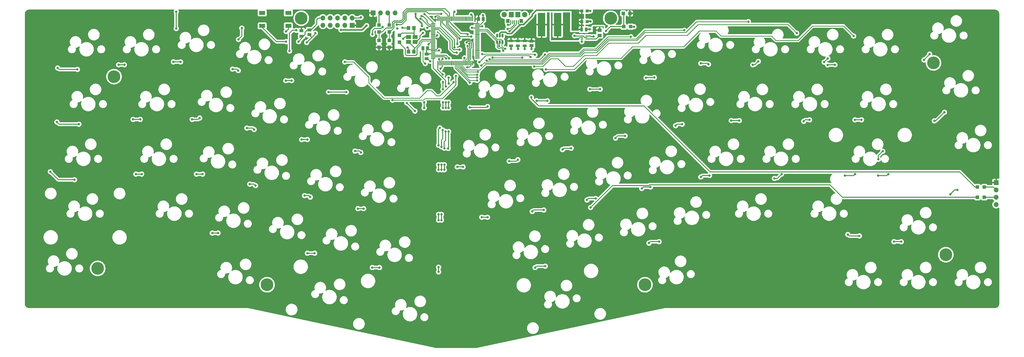
<source format=gbr>
%TF.GenerationSoftware,KiCad,Pcbnew,6.0.2+dfsg-1*%
%TF.CreationDate,2022-10-18T12:18:01-04:00*%
%TF.ProjectId,main-keyboard-pcb,6d61696e-2d6b-4657-9962-6f6172642d70,1.0*%
%TF.SameCoordinates,Original*%
%TF.FileFunction,Copper,L1,Top*%
%TF.FilePolarity,Positive*%
%FSLAX46Y46*%
G04 Gerber Fmt 4.6, Leading zero omitted, Abs format (unit mm)*
G04 Created by KiCad (PCBNEW 6.0.2+dfsg-1) date 2022-10-18 12:18:01*
%MOMM*%
%LPD*%
G01*
G04 APERTURE LIST*
G04 Aperture macros list*
%AMRoundRect*
0 Rectangle with rounded corners*
0 $1 Rounding radius*
0 $2 $3 $4 $5 $6 $7 $8 $9 X,Y pos of 4 corners*
0 Add a 4 corners polygon primitive as box body*
4,1,4,$2,$3,$4,$5,$6,$7,$8,$9,$2,$3,0*
0 Add four circle primitives for the rounded corners*
1,1,$1+$1,$2,$3*
1,1,$1+$1,$4,$5*
1,1,$1+$1,$6,$7*
1,1,$1+$1,$8,$9*
0 Add four rect primitives between the rounded corners*
20,1,$1+$1,$2,$3,$4,$5,0*
20,1,$1+$1,$4,$5,$6,$7,0*
20,1,$1+$1,$6,$7,$8,$9,0*
20,1,$1+$1,$8,$9,$2,$3,0*%
G04 Aperture macros list end*
%TA.AperFunction,SMDPad,CuDef*%
%ADD10R,1.450000X1.150000*%
%TD*%
%TA.AperFunction,ComponentPad*%
%ADD11C,4.400000*%
%TD*%
%TA.AperFunction,SMDPad,CuDef*%
%ADD12R,1.150000X1.450000*%
%TD*%
%TA.AperFunction,SMDPad,CuDef*%
%ADD13R,1.150000X1.150000*%
%TD*%
%TA.AperFunction,SMDPad,CuDef*%
%ADD14R,0.670000X0.300000*%
%TD*%
%TA.AperFunction,SMDPad,CuDef*%
%ADD15R,1.050000X1.050000*%
%TD*%
%TA.AperFunction,SMDPad,CuDef*%
%ADD16R,2.600000X8.199999*%
%TD*%
%TA.AperFunction,SMDPad,CuDef*%
%ADD17R,1.470000X0.970000*%
%TD*%
%TA.AperFunction,SMDPad,CuDef*%
%ADD18R,1.020000X1.470000*%
%TD*%
%TA.AperFunction,ComponentPad*%
%ADD19R,1.700000X1.700000*%
%TD*%
%TA.AperFunction,ComponentPad*%
%ADD20O,1.700000X1.700000*%
%TD*%
%TA.AperFunction,SMDPad,CuDef*%
%ADD21R,0.960000X1.390000*%
%TD*%
%TA.AperFunction,SMDPad,CuDef*%
%ADD22R,0.400000X1.400000*%
%TD*%
%TA.AperFunction,ComponentPad*%
%ADD23C,1.850000*%
%TD*%
%TA.AperFunction,SMDPad,CuDef*%
%ADD24R,1.750000X1.900000*%
%TD*%
%TA.AperFunction,SMDPad,CuDef*%
%ADD25R,1.470000X1.020000*%
%TD*%
%TA.AperFunction,SMDPad,CuDef*%
%ADD26RoundRect,0.075000X-0.725000X-0.075000X0.725000X-0.075000X0.725000X0.075000X-0.725000X0.075000X0*%
%TD*%
%TA.AperFunction,SMDPad,CuDef*%
%ADD27RoundRect,0.075000X-0.075000X-0.725000X0.075000X-0.725000X0.075000X0.725000X-0.075000X0.725000X0*%
%TD*%
%TA.AperFunction,SMDPad,CuDef*%
%ADD28R,1.400000X1.000000*%
%TD*%
%TA.AperFunction,SMDPad,CuDef*%
%ADD29R,1.750000X1.350000*%
%TD*%
%TA.AperFunction,SMDPad,CuDef*%
%ADD30RoundRect,0.150000X0.150000X-0.512500X0.150000X0.512500X-0.150000X0.512500X-0.150000X-0.512500X0*%
%TD*%
%TA.AperFunction,SMDPad,CuDef*%
%ADD31R,2.100000X1.400000*%
%TD*%
%TA.AperFunction,ViaPad*%
%ADD32C,0.800000*%
%TD*%
%TA.AperFunction,Conductor*%
%ADD33C,0.300000*%
%TD*%
%TA.AperFunction,Conductor*%
%ADD34C,0.500000*%
%TD*%
%TA.AperFunction,Conductor*%
%ADD35C,0.250000*%
%TD*%
%TA.AperFunction,Conductor*%
%ADD36C,0.261112*%
%TD*%
G04 APERTURE END LIST*
D10*
%TO.P,Cboot1,1*%
%TO.N,BUCK_BST*%
X241880000Y-90796000D03*
%TO.P,Cboot1,2*%
%TO.N,BUCK_SW*%
X241880000Y-88996000D03*
%TD*%
D11*
%TO.P,H7,1*%
%TO.N,N/C*%
X357716650Y-100356149D03*
%TD*%
D12*
%TO.P,C15,1*%
%TO.N,Net-(C15-Pad1)*%
X177400000Y-88250000D03*
%TO.P,C15,2*%
%TO.N,GND*%
X175600000Y-88250000D03*
%TD*%
D11*
%TO.P,H4,1*%
%TO.N,N/C*%
X126496086Y-177483001D03*
%TD*%
D13*
%TO.P,R4,1*%
%TO.N,OSC_OUT*%
X172466000Y-93123000D03*
%TO.P,R4,2*%
%TO.N,Net-(C15-Pad1)*%
X172466000Y-90773000D03*
%TD*%
D14*
%TO.P,IC1,1,VIN*%
%TO.N,BUCK_EN*%
X235802500Y-91006000D03*
%TO.P,IC1,2,SW*%
%TO.N,BUCK_SW*%
X235802500Y-91506000D03*
%TO.P,IC1,3,GND*%
%TO.N,GND*%
X235802500Y-92006000D03*
%TO.P,IC1,4,BST*%
%TO.N,BUCK_BST*%
X237282500Y-92006000D03*
%TO.P,IC1,5,EN*%
%TO.N,BUCK_EN*%
X237282500Y-91506000D03*
%TO.P,IC1,6,FB*%
%TO.N,BUCK_FB*%
X237282500Y-91006000D03*
%TD*%
D13*
%TO.P,R6,1*%
%TO.N,+3V3*%
X168910000Y-94901000D03*
%TO.P,R6,2*%
%TO.N,I2C1_SDA*%
X168910000Y-92551000D03*
%TD*%
D15*
%TO.P,Cin_2,1*%
%TO.N,BUCK_EN*%
X235727500Y-82276000D03*
%TO.P,Cin_2,2*%
%TO.N,GND*%
X237577500Y-82276000D03*
%TD*%
D16*
%TO.P,L1,1*%
%TO.N,BUCK_SW*%
X227350000Y-86995999D03*
%TO.P,L1,2*%
%TO.N,+3V3*%
X221750000Y-86995999D03*
%TD*%
D12*
%TO.P,C13,1*%
%TO.N,OSC_IN*%
X177400000Y-96450000D03*
%TO.P,C13,2*%
%TO.N,GND*%
X175600000Y-96450000D03*
%TD*%
D17*
%TO.P,Cout_1,1*%
%TO.N,+3V3*%
X215900000Y-92716000D03*
%TO.P,Cout_1,2*%
%TO.N,GND*%
X215900000Y-94376000D03*
%TD*%
D18*
%TO.P,C7,1*%
%TO.N,+3V3*%
X182156000Y-95250000D03*
%TO.P,C7,2*%
%TO.N,GND*%
X180556000Y-95250000D03*
%TD*%
D13*
%TO.P,R8,1*%
%TO.N,Net-(J4-Pad2)*%
X375317000Y-143510000D03*
%TO.P,R8,2*%
%TO.N,I2C1_SCL*%
X372967000Y-143510000D03*
%TD*%
D19*
%TO.P,J1,1,Pin_1*%
%TO.N,+3V3*%
X156020000Y-87246000D03*
D20*
%TO.P,J1,2,Pin_2*%
%TO.N,SWDIO*%
X156020000Y-84706000D03*
%TO.P,J1,3,Pin_3*%
%TO.N,GND*%
X153480000Y-87246000D03*
%TO.P,J1,4,Pin_4*%
%TO.N,SWCLK*%
X153480000Y-84706000D03*
%TO.P,J1,5,Pin_5*%
%TO.N,GND*%
X150940000Y-87246000D03*
%TO.P,J1,6,Pin_6*%
%TO.N,SWO*%
X150940000Y-84706000D03*
%TO.P,J1,7,Pin_7*%
%TO.N,unconnected-(J1-Pad7)*%
X148400000Y-87246000D03*
%TO.P,J1,8,Pin_8*%
%TO.N,unconnected-(J1-Pad8)*%
X148400000Y-84706000D03*
%TO.P,J1,9,Pin_9*%
%TO.N,GND*%
X145860000Y-87246000D03*
%TO.P,J1,10,Pin_10*%
%TO.N,NRST*%
X145860000Y-84706000D03*
%TD*%
D21*
%TO.P,Cinx1,1*%
%TO.N,BUCK_EN*%
X235610000Y-88746000D03*
%TO.P,Cinx1,2*%
%TO.N,GND*%
X237190000Y-88746000D03*
%TD*%
D11*
%TO.P,H3,1*%
%TO.N,N/C*%
X138363870Y-84806142D03*
%TD*%
D13*
%TO.P,R9,1*%
%TO.N,Net-(J4-Pad3)*%
X375317000Y-147066000D03*
%TO.P,R9,2*%
%TO.N,I2C1_SDA*%
X372967000Y-147066000D03*
%TD*%
%TO.P,R5,1*%
%TO.N,+3V3*%
X165354000Y-94901000D03*
%TO.P,R5,2*%
%TO.N,I2C1_SCL*%
X165354000Y-92551000D03*
%TD*%
%TO.P,Rfbb1,1*%
%TO.N,BUCK_FB*%
X250237500Y-87746000D03*
%TO.P,Rfbb1,2*%
%TO.N,GND*%
X252587500Y-87746000D03*
%TD*%
D11*
%TO.P,H5,1*%
%TO.N,N/C*%
X245729435Y-84806142D03*
%TD*%
D22*
%TO.P,J3,1,VBUS*%
%TO.N,BUCK_EN*%
X213644000Y-86216000D03*
%TO.P,J3,2,D-*%
%TO.N,USB_CONN_D-*%
X212994000Y-86216000D03*
%TO.P,J3,3,D+*%
%TO.N,USB_CONN_D+*%
X212344000Y-86216000D03*
%TO.P,J3,4,ID*%
%TO.N,unconnected-(J3-Pad4)*%
X211694000Y-86216000D03*
%TO.P,J3,5,GND*%
%TO.N,GND*%
X211044000Y-86216000D03*
D23*
%TO.P,J3,MH1*%
%TO.N,N/C*%
X215919000Y-83566000D03*
%TO.P,J3,MH2*%
X208769000Y-83566000D03*
D24*
%TO.P,J3,MP1*%
X213469000Y-83566000D03*
%TO.P,J3,MP2*%
X211219000Y-83566000D03*
D12*
%TO.P,J3,MP3*%
X214664000Y-85796000D03*
%TO.P,J3,MP4*%
X210024000Y-85796000D03*
%TD*%
D13*
%TO.P,Rfbt1,1*%
%TO.N,+3V3*%
X252412500Y-83156000D03*
%TO.P,Rfbt1,2*%
%TO.N,BUCK_FB*%
X250062500Y-83156000D03*
%TD*%
D11*
%TO.P,H8,1*%
%TO.N,N/C*%
X361986599Y-167031136D03*
%TD*%
D19*
%TO.P,J2,1,Pin_1*%
%TO.N,+3V3*%
X163271200Y-82956400D03*
D20*
%TO.P,J2,2,Pin_2*%
%TO.N,Net-(J2-Pad2)*%
X165811200Y-82956400D03*
%TO.P,J2,3,Pin_3*%
%TO.N,Net-(J2-Pad3)*%
X168351200Y-82956400D03*
%TO.P,J2,4,Pin_4*%
%TO.N,GND*%
X170891200Y-82956400D03*
%TD*%
D15*
%TO.P,Cin_1,1*%
%TO.N,BUCK_EN*%
X235730000Y-85986000D03*
%TO.P,Cin_1,2*%
%TO.N,GND*%
X237580000Y-85986000D03*
%TD*%
D19*
%TO.P,J4,1,Pin_1*%
%TO.N,+3V3*%
X379476000Y-141986000D03*
D20*
%TO.P,J4,2,Pin_2*%
%TO.N,Net-(J4-Pad2)*%
X379476000Y-144526000D03*
%TO.P,J4,3,Pin_3*%
%TO.N,Net-(J4-Pad3)*%
X379476000Y-147066000D03*
%TO.P,J4,4,Pin_4*%
%TO.N,GND*%
X379476000Y-149606000D03*
%TD*%
D25*
%TO.P,Coutx1,1*%
%TO.N,+3V3*%
X218280000Y-92746000D03*
%TO.P,Coutx1,2*%
%TO.N,GND*%
X218280000Y-94346000D03*
%TD*%
D13*
%TO.P,R2,1*%
%TO.N,Net-(J2-Pad2)*%
X165354000Y-87217000D03*
%TO.P,R2,2*%
%TO.N,I2C1_SCL*%
X165354000Y-89567000D03*
%TD*%
D26*
%TO.P,U2,1,PE2*%
%TO.N,col2*%
X184095000Y-86710000D03*
%TO.P,U2,2,PE3*%
%TO.N,col3*%
X184095000Y-87210000D03*
%TO.P,U2,3,PE4*%
%TO.N,col4*%
X184095000Y-87710000D03*
%TO.P,U2,4,PE5*%
%TO.N,col5*%
X184095000Y-88210000D03*
%TO.P,U2,5,PE6*%
%TO.N,col6*%
X184095000Y-88710000D03*
%TO.P,U2,6,VBAT*%
%TO.N,+3V3*%
X184095000Y-89210000D03*
%TO.P,U2,7,PC13*%
%TO.N,unconnected-(U2-Pad7)*%
X184095000Y-89710000D03*
%TO.P,U2,8,PC14*%
%TO.N,unconnected-(U2-Pad8)*%
X184095000Y-90210000D03*
%TO.P,U2,9,PC15*%
%TO.N,unconnected-(U2-Pad9)*%
X184095000Y-90710000D03*
%TO.P,U2,10,VSS*%
%TO.N,GND*%
X184095000Y-91210000D03*
%TO.P,U2,11,VDD*%
%TO.N,+3V3*%
X184095000Y-91710000D03*
%TO.P,U2,12,PH0*%
%TO.N,OSC_IN*%
X184095000Y-92210000D03*
%TO.P,U2,13,PH1*%
%TO.N,OSC_OUT*%
X184095000Y-92710000D03*
%TO.P,U2,14,NRST*%
%TO.N,NRST*%
X184095000Y-93210000D03*
%TO.P,U2,15,PC0*%
%TO.N,unconnected-(U2-Pad15)*%
X184095000Y-93710000D03*
%TO.P,U2,16,PC1*%
%TO.N,unconnected-(U2-Pad16)*%
X184095000Y-94210000D03*
%TO.P,U2,17,PC2*%
%TO.N,unconnected-(U2-Pad17)*%
X184095000Y-94710000D03*
%TO.P,U2,18,PC3*%
%TO.N,unconnected-(U2-Pad18)*%
X184095000Y-95210000D03*
%TO.P,U2,19,VDD*%
%TO.N,+3V3*%
X184095000Y-95710000D03*
%TO.P,U2,20,VSSA*%
%TO.N,GND*%
X184095000Y-96210000D03*
%TO.P,U2,21,VREF+*%
%TO.N,unconnected-(U2-Pad21)*%
X184095000Y-96710000D03*
%TO.P,U2,22,VDDA*%
%TO.N,+3V3*%
X184095000Y-97210000D03*
%TO.P,U2,23,PA0*%
%TO.N,row0*%
X184095000Y-97710000D03*
%TO.P,U2,24,PA1*%
%TO.N,row1*%
X184095000Y-98210000D03*
%TO.P,U2,25,PA2*%
%TO.N,row2*%
X184095000Y-98710000D03*
D27*
%TO.P,U2,26,PA3*%
%TO.N,row3*%
X185770000Y-100385000D03*
%TO.P,U2,27,VSS*%
%TO.N,GND*%
X186270000Y-100385000D03*
%TO.P,U2,28,VDD*%
%TO.N,+3V3*%
X186770000Y-100385000D03*
%TO.P,U2,29,PA4*%
%TO.N,row4*%
X187270000Y-100385000D03*
%TO.P,U2,30,PA5*%
%TO.N,unconnected-(U2-Pad30)*%
X187770000Y-100385000D03*
%TO.P,U2,31,PA6*%
%TO.N,unconnected-(U2-Pad31)*%
X188270000Y-100385000D03*
%TO.P,U2,32,PA7*%
%TO.N,unconnected-(U2-Pad32)*%
X188770000Y-100385000D03*
%TO.P,U2,33,PC4*%
%TO.N,unconnected-(U2-Pad33)*%
X189270000Y-100385000D03*
%TO.P,U2,34,PC5*%
%TO.N,unconnected-(U2-Pad34)*%
X189770000Y-100385000D03*
%TO.P,U2,35,PB0*%
%TO.N,unconnected-(U2-Pad35)*%
X190270000Y-100385000D03*
%TO.P,U2,36,PB1*%
%TO.N,unconnected-(U2-Pad36)*%
X190770000Y-100385000D03*
%TO.P,U2,37,PB2*%
%TO.N,unconnected-(U2-Pad37)*%
X191270000Y-100385000D03*
%TO.P,U2,38,PE7*%
%TO.N,col7*%
X191770000Y-100385000D03*
%TO.P,U2,39,PE8*%
%TO.N,col8*%
X192270000Y-100385000D03*
%TO.P,U2,40,PE9*%
%TO.N,col9*%
X192770000Y-100385000D03*
%TO.P,U2,41,PE10*%
%TO.N,col10*%
X193270000Y-100385000D03*
%TO.P,U2,42,PE11*%
%TO.N,col11*%
X193770000Y-100385000D03*
%TO.P,U2,43,PE12*%
%TO.N,col12*%
X194270000Y-100385000D03*
%TO.P,U2,44,PE13*%
%TO.N,col13*%
X194770000Y-100385000D03*
%TO.P,U2,45,PE14*%
%TO.N,col14*%
X195270000Y-100385000D03*
%TO.P,U2,46,PE15*%
%TO.N,unconnected-(U2-Pad46)*%
X195770000Y-100385000D03*
%TO.P,U2,47,PB10*%
%TO.N,I2C2_SCL*%
X196270000Y-100385000D03*
%TO.P,U2,48,PB11*%
%TO.N,I2C2_SDA*%
X196770000Y-100385000D03*
%TO.P,U2,49,VCAP_1*%
%TO.N,Net-(C1-Pad1)*%
X197270000Y-100385000D03*
%TO.P,U2,50,VDD*%
%TO.N,+3V3*%
X197770000Y-100385000D03*
D26*
%TO.P,U2,51,PB12*%
%TO.N,unconnected-(U2-Pad51)*%
X199445000Y-98710000D03*
%TO.P,U2,52,PB13*%
%TO.N,unconnected-(U2-Pad52)*%
X199445000Y-98210000D03*
%TO.P,U2,53,PB14*%
%TO.N,unconnected-(U2-Pad53)*%
X199445000Y-97710000D03*
%TO.P,U2,54,PB15*%
%TO.N,unconnected-(U2-Pad54)*%
X199445000Y-97210000D03*
%TO.P,U2,55,PD8*%
%TO.N,unconnected-(U2-Pad55)*%
X199445000Y-96710000D03*
%TO.P,U2,56,PD9*%
%TO.N,unconnected-(U2-Pad56)*%
X199445000Y-96210000D03*
%TO.P,U2,57,PD10*%
%TO.N,unconnected-(U2-Pad57)*%
X199445000Y-95710000D03*
%TO.P,U2,58,PD11*%
%TO.N,unconnected-(U2-Pad58)*%
X199445000Y-95210000D03*
%TO.P,U2,59,PD12*%
%TO.N,unconnected-(U2-Pad59)*%
X199445000Y-94710000D03*
%TO.P,U2,60,PD13*%
%TO.N,unconnected-(U2-Pad60)*%
X199445000Y-94210000D03*
%TO.P,U2,61,PD14*%
%TO.N,unconnected-(U2-Pad61)*%
X199445000Y-93710000D03*
%TO.P,U2,62,PD15*%
%TO.N,unconnected-(U2-Pad62)*%
X199445000Y-93210000D03*
%TO.P,U2,63,PC6*%
%TO.N,unconnected-(U2-Pad63)*%
X199445000Y-92710000D03*
%TO.P,U2,64,PC7*%
%TO.N,unconnected-(U2-Pad64)*%
X199445000Y-92210000D03*
%TO.P,U2,65,PC8*%
%TO.N,unconnected-(U2-Pad65)*%
X199445000Y-91710000D03*
%TO.P,U2,66,PC9*%
%TO.N,unconnected-(U2-Pad66)*%
X199445000Y-91210000D03*
%TO.P,U2,67,PA8*%
%TO.N,unconnected-(U2-Pad67)*%
X199445000Y-90710000D03*
%TO.P,U2,68,PA9*%
%TO.N,unconnected-(U2-Pad68)*%
X199445000Y-90210000D03*
%TO.P,U2,69,PA10*%
%TO.N,unconnected-(U2-Pad69)*%
X199445000Y-89710000D03*
%TO.P,U2,70,PA11*%
%TO.N,USB_CONN_D+*%
X199445000Y-89210000D03*
%TO.P,U2,71,PA12*%
%TO.N,USB_CONN_D-*%
X199445000Y-88710000D03*
%TO.P,U2,72,PA13*%
%TO.N,SWDIO*%
X199445000Y-88210000D03*
%TO.P,U2,73,VCAP_2*%
%TO.N,Net-(C4-Pad1)*%
X199445000Y-87710000D03*
%TO.P,U2,74,VSS*%
%TO.N,GND*%
X199445000Y-87210000D03*
%TO.P,U2,75,VDD*%
%TO.N,+3V3*%
X199445000Y-86710000D03*
D27*
%TO.P,U2,76,PA14*%
%TO.N,SWCLK*%
X197770000Y-85035000D03*
%TO.P,U2,77,PA15*%
%TO.N,unconnected-(U2-Pad77)*%
X197270000Y-85035000D03*
%TO.P,U2,78,PC10*%
%TO.N,unconnected-(U2-Pad78)*%
X196770000Y-85035000D03*
%TO.P,U2,79,PC11*%
%TO.N,unconnected-(U2-Pad79)*%
X196270000Y-85035000D03*
%TO.P,U2,80,PC12*%
%TO.N,unconnected-(U2-Pad80)*%
X195770000Y-85035000D03*
%TO.P,U2,81,PD0*%
%TO.N,unconnected-(U2-Pad81)*%
X195270000Y-85035000D03*
%TO.P,U2,82,PD1*%
%TO.N,unconnected-(U2-Pad82)*%
X194770000Y-85035000D03*
%TO.P,U2,83,PD2*%
%TO.N,unconnected-(U2-Pad83)*%
X194270000Y-85035000D03*
%TO.P,U2,84,PD3*%
%TO.N,unconnected-(U2-Pad84)*%
X193770000Y-85035000D03*
%TO.P,U2,85,PD4*%
%TO.N,unconnected-(U2-Pad85)*%
X193270000Y-85035000D03*
%TO.P,U2,86,PD5*%
%TO.N,unconnected-(U2-Pad86)*%
X192770000Y-85035000D03*
%TO.P,U2,87,PD6*%
%TO.N,unconnected-(U2-Pad87)*%
X192270000Y-85035000D03*
%TO.P,U2,88,PD7*%
%TO.N,unconnected-(U2-Pad88)*%
X191770000Y-85035000D03*
%TO.P,U2,89,PB3*%
%TO.N,SWO*%
X191270000Y-85035000D03*
%TO.P,U2,90,PB4*%
%TO.N,unconnected-(U2-Pad90)*%
X190770000Y-85035000D03*
%TO.P,U2,91,PB5*%
%TO.N,unconnected-(U2-Pad91)*%
X190270000Y-85035000D03*
%TO.P,U2,92,PB6*%
%TO.N,I2C1_SCL*%
X189770000Y-85035000D03*
%TO.P,U2,93,PB7*%
%TO.N,I2C1_SDA*%
X189270000Y-85035000D03*
%TO.P,U2,94,BOOT0*%
%TO.N,BOOT0*%
X188770000Y-85035000D03*
%TO.P,U2,95,PB8*%
%TO.N,unconnected-(U2-Pad95)*%
X188270000Y-85035000D03*
%TO.P,U2,96,PB9*%
%TO.N,unconnected-(U2-Pad96)*%
X187770000Y-85035000D03*
%TO.P,U2,97,PE0*%
%TO.N,col0*%
X187270000Y-85035000D03*
%TO.P,U2,98,PE1*%
%TO.N,col1*%
X186770000Y-85035000D03*
%TO.P,U2,99,VSS*%
%TO.N,GND*%
X186270000Y-85035000D03*
%TO.P,U2,100,VDD*%
%TO.N,+3V3*%
X185770000Y-85035000D03*
%TD*%
D28*
%TO.P,R3,1*%
%TO.N,+3V3*%
X138430000Y-89154000D03*
%TO.P,R3,2*%
%TO.N,NRST*%
X138430000Y-91054000D03*
%TD*%
D29*
%TO.P,Y1,1,1*%
%TO.N,OSC_IN*%
X175575000Y-93000000D03*
%TO.P,Y1,2,2*%
%TO.N,GND*%
X177825000Y-93000000D03*
%TO.P,Y1,3,3*%
%TO.N,Net-(C15-Pad1)*%
X177825000Y-91350000D03*
%TO.P,Y1,4,4*%
%TO.N,GND*%
X175575000Y-91350000D03*
%TD*%
D11*
%TO.P,H1,1*%
%TO.N,N/C*%
X73401650Y-105118633D03*
%TD*%
D30*
%TO.P,U1,1,I/O1*%
%TO.N,USB_CONN_D+*%
X206300000Y-93137500D03*
%TO.P,U1,2,GND*%
%TO.N,GND*%
X207250000Y-93137500D03*
%TO.P,U1,3,I/O2*%
%TO.N,USB_CONN_D-*%
X208200000Y-93137500D03*
%TO.P,U1,4,I/O3*%
%TO.N,unconnected-(U1-Pad4)*%
X208200000Y-90862500D03*
%TO.P,U1,5,VBUS*%
%TO.N,BUCK_EN*%
X207250000Y-90862500D03*
%TO.P,U1,6,I/O4*%
%TO.N,unconnected-(U1-Pad6)*%
X206300000Y-90862500D03*
%TD*%
D31*
%TO.P,SW68,1,1*%
%TO.N,GND*%
X133902000Y-87465000D03*
%TO.P,SW68,2,2*%
%TO.N,NRST*%
X124802000Y-87465000D03*
%TO.P,SW68,3*%
%TO.N,N/C*%
X133902000Y-82965000D03*
%TO.P,SW68,4*%
X124802000Y-82965000D03*
%TD*%
D25*
%TO.P,C17,1*%
%TO.N,+3V3*%
X181864000Y-97244000D03*
%TO.P,C17,2*%
%TO.N,GND*%
X181864000Y-98844000D03*
%TD*%
D11*
%TO.P,H6,1*%
%TO.N,N/C*%
X257596916Y-177482353D03*
%TD*%
D18*
%TO.P,C12,1*%
%TO.N,+3V3*%
X199898000Y-85090000D03*
%TO.P,C12,2*%
%TO.N,GND*%
X201498000Y-85090000D03*
%TD*%
D17*
%TO.P,Cout_2,1*%
%TO.N,+3V3*%
X213540000Y-92706000D03*
%TO.P,Cout_2,2*%
%TO.N,GND*%
X213540000Y-94366000D03*
%TD*%
D13*
%TO.P,R7,1*%
%TO.N,Net-(J2-Pad3)*%
X168910000Y-87217000D03*
%TO.P,R7,2*%
%TO.N,I2C1_SDA*%
X168910000Y-89567000D03*
%TD*%
D25*
%TO.P,C3,1*%
%TO.N,NRST*%
X141224000Y-88862000D03*
%TO.P,C3,2*%
%TO.N,GND*%
X141224000Y-90462000D03*
%TD*%
D17*
%TO.P,Cout_3,1*%
%TO.N,+3V3*%
X211150000Y-92696000D03*
%TO.P,Cout_3,2*%
%TO.N,GND*%
X211150000Y-94356000D03*
%TD*%
D11*
%TO.P,H2,1*%
%TO.N,N/C*%
X67734150Y-171793633D03*
%TD*%
D32*
%TO.N,GND*%
X210058000Y-87122000D03*
X186182000Y-96012000D03*
X152146000Y-88900000D03*
X238506000Y-88646000D03*
X215910000Y-95536000D03*
X184912000Y-84344497D03*
X171704000Y-88392000D03*
X140250000Y-93250000D03*
X178000000Y-83311989D03*
X163068000Y-90424000D03*
X211140000Y-95506000D03*
X207010000Y-94488000D03*
X201422000Y-83820000D03*
X161036000Y-87376000D03*
X133096000Y-89408000D03*
X238700000Y-85926000D03*
X175260000Y-94996000D03*
X185494434Y-90794465D03*
X143250000Y-90000000D03*
X238680000Y-82276000D03*
X173482000Y-88138000D03*
X182095023Y-88154977D03*
X181356000Y-100584000D03*
X180250000Y-87500000D03*
X213570000Y-95526000D03*
X253790000Y-87766000D03*
X218290000Y-95516000D03*
X166624000Y-87884000D03*
X183127795Y-99775500D03*
X180594000Y-89916000D03*
X235712000Y-92964000D03*
X186123962Y-99045890D03*
X173736000Y-91948000D03*
%TO.N,row0*%
X147828000Y-110490000D03*
X260858000Y-105410000D03*
X53848000Y-102108000D03*
X94000000Y-100000000D03*
X77000000Y-101000000D03*
X279654000Y-100838000D03*
X258000000Y-105500000D03*
X135047787Y-106500000D03*
X116500000Y-103000000D03*
X189636262Y-98805104D03*
X242062000Y-109474000D03*
X203000000Y-115500000D03*
X323500000Y-101000000D03*
X133000000Y-106500000D03*
X196850000Y-115824000D03*
X296926000Y-99822000D03*
X60706000Y-102616000D03*
X223774000Y-113538000D03*
X320960023Y-101039977D03*
X277000000Y-100500000D03*
X238500000Y-109500000D03*
X220000000Y-113500000D03*
X295000000Y-101000000D03*
X96500000Y-100000000D03*
X75000000Y-101000000D03*
X154000000Y-110500000D03*
X114500000Y-102500000D03*
%TO.N,row1*%
X210500000Y-134500000D03*
X159037548Y-131500000D03*
X61214000Y-121666000D03*
X100500000Y-120000000D03*
X287528000Y-120396000D03*
X189484000Y-124206000D03*
X354417639Y-99314000D03*
X213500000Y-134000000D03*
X189529977Y-107529977D03*
X157000000Y-131000000D03*
X189325889Y-130095146D03*
X82500000Y-120000000D03*
X189500000Y-116000000D03*
X290322000Y-120396000D03*
X268224000Y-122174000D03*
X312674000Y-120650000D03*
X140500000Y-127000000D03*
X188636766Y-98808687D03*
X119500000Y-123000000D03*
X103136418Y-119500000D03*
X247396000Y-126492000D03*
X192500000Y-136500000D03*
X229000000Y-130500000D03*
X332740000Y-120142000D03*
X250698000Y-125730000D03*
X314706000Y-120142000D03*
X189500000Y-114000000D03*
X194500000Y-136500000D03*
X189470023Y-105470023D03*
X330454000Y-120142000D03*
X53594000Y-120904000D03*
X122000000Y-123500000D03*
X356362000Y-97282000D03*
X138500000Y-127000000D03*
X232000000Y-130000000D03*
X80000000Y-120000000D03*
X270510000Y-121666000D03*
%TO.N,row2*%
X188500000Y-116000000D03*
X342000000Y-139000000D03*
X358000000Y-120500000D03*
X188000000Y-130000000D03*
X218500000Y-152000000D03*
X222500000Y-151500000D03*
X361500000Y-117500000D03*
X302500000Y-140500000D03*
X188500497Y-114000000D03*
X277000000Y-140000000D03*
X81000000Y-139000000D03*
X104140000Y-139000000D03*
X102000000Y-139000000D03*
X188000000Y-137500000D03*
X120500000Y-142500000D03*
X158000000Y-151000000D03*
X201000000Y-154000000D03*
X237500000Y-148000000D03*
X188529977Y-108529977D03*
X122500000Y-143000000D03*
X203000000Y-154000000D03*
X160000000Y-151000000D03*
X59690000Y-140970000D03*
X338500000Y-139500000D03*
X188468000Y-124206000D03*
X259500000Y-143500000D03*
X256500000Y-144000000D03*
X280000000Y-139500000D03*
X139500000Y-146500000D03*
X51308000Y-138176000D03*
X305000000Y-139000000D03*
X240500000Y-147500000D03*
X141500000Y-147000000D03*
X330500000Y-139000000D03*
X188000000Y-135750500D03*
X83000000Y-139000000D03*
X327000000Y-139500000D03*
%TO.N,row3*%
X109500000Y-159500000D03*
X187452000Y-123698000D03*
X165500000Y-171500000D03*
X107500000Y-159500000D03*
X187000000Y-155000000D03*
X187500000Y-116000000D03*
X187000000Y-153000000D03*
X187500000Y-107000000D03*
X143000000Y-166500000D03*
X140500000Y-166500000D03*
X259000000Y-163000000D03*
X344000000Y-162500000D03*
X163000000Y-171500000D03*
X223000000Y-171000000D03*
X187000000Y-135750500D03*
X332000000Y-160500000D03*
X187000000Y-129500000D03*
X363500000Y-146000000D03*
X262500000Y-162500000D03*
X346500000Y-162500000D03*
X328000000Y-160000000D03*
X187500000Y-114000000D03*
X219500000Y-171500000D03*
X187529977Y-109529977D03*
X366000000Y-144500000D03*
X187000000Y-137500000D03*
X187452977Y-104393023D03*
%TO.N,row4*%
X186000000Y-135750500D03*
X186000000Y-137500000D03*
X181000000Y-114000000D03*
X181000000Y-116000000D03*
X186690000Y-102362000D03*
X186000000Y-129000000D03*
X186000000Y-155000000D03*
X186000000Y-171373615D03*
X186436000Y-122936000D03*
X186000000Y-153000000D03*
X186000000Y-173000000D03*
%TO.N,NRST*%
X182523949Y-93876602D03*
X137414000Y-92964000D03*
X133096000Y-92964000D03*
%TO.N,col0*%
X192532000Y-93726000D03*
%TO.N,col1*%
X191516000Y-94996000D03*
%TO.N,col2*%
X94996000Y-82550000D03*
X181064470Y-83425152D03*
X94996000Y-88392000D03*
%TO.N,col3*%
X116586000Y-92189500D03*
X180066070Y-84051789D03*
X117750000Y-88250000D03*
%TO.N,col4*%
X179750000Y-85000000D03*
X136652000Y-88999500D03*
X134298287Y-96201713D03*
%TO.N,col5*%
X193294000Y-95758000D03*
X153500000Y-100000000D03*
X191250000Y-107000000D03*
%TO.N,col6*%
X192024000Y-104902000D03*
X192278000Y-96774000D03*
X177800000Y-117094000D03*
X170000000Y-113289203D03*
X175006000Y-114300000D03*
%TO.N,Net-(C1-Pad1)*%
X196010000Y-101876000D03*
%TO.N,col7*%
X196850000Y-107188000D03*
%TO.N,col8*%
X199389996Y-106437657D03*
X204724000Y-98525500D03*
X215000000Y-98525500D03*
%TO.N,col9*%
X203708000Y-99025500D03*
X199390359Y-105438155D03*
X222919842Y-97419842D03*
%TO.N,col10*%
X202692000Y-99575980D03*
X199377631Y-104438733D03*
X252750000Y-91275500D03*
%TO.N,col11*%
X199644000Y-103475377D03*
X271250000Y-89000000D03*
X200828842Y-101260842D03*
%TO.N,col12*%
X293500000Y-86000000D03*
%TO.N,col13*%
X219202000Y-101600000D03*
X217932000Y-98298000D03*
X194989227Y-98621727D03*
X310250000Y-90000000D03*
X200152000Y-100076000D03*
%TO.N,col14*%
X219456000Y-97536000D03*
X201168000Y-97282000D03*
X223266000Y-102616000D03*
X330000000Y-91000000D03*
X196088000Y-94488000D03*
%TO.N,USB_CONN_D-*%
X210666685Y-89273585D03*
X209142685Y-95403315D03*
%TO.N,USB_CONN_D+*%
X209957315Y-88564215D03*
X208433315Y-96112685D03*
%TO.N,SWDIO*%
X159069977Y-84516023D03*
X197612000Y-88138000D03*
%TO.N,Net-(C4-Pad1)*%
X201168000Y-87630000D03*
%TO.N,SWCLK*%
X186915704Y-83340297D03*
X171500000Y-87000000D03*
X197358000Y-83566000D03*
%TO.N,SWO*%
X191516000Y-82550000D03*
%TO.N,I2C1_SCL*%
X196088000Y-90436500D03*
X218186000Y-112268000D03*
%TO.N,I2C1_SDA*%
X197358000Y-91186000D03*
X238760000Y-150622000D03*
%TO.N,BOOT0*%
X193281500Y-91886520D03*
%TO.N,Net-(D57-Pad2)*%
X338582000Y-133858000D03*
X340106000Y-131064000D03*
%TO.N,Net-(D59-Pad2)*%
X321056000Y-98806000D03*
X319786000Y-100076000D03*
%TO.N,BUCK_FB*%
X239776000Y-91186000D03*
X244090000Y-89226000D03*
%TO.N,+3V3*%
X182845648Y-89210729D03*
X184912000Y-85344000D03*
X207772000Y-87630000D03*
X187307344Y-98985500D03*
X201676000Y-90424000D03*
X188214000Y-93472000D03*
X214122000Y-89408000D03*
X191008000Y-98552000D03*
X205232000Y-89154000D03*
X198045500Y-98215631D03*
X193548000Y-88138000D03*
X185470730Y-91957513D03*
%TO.N,BUCK_EN*%
X233426000Y-87884000D03*
X233172000Y-90932000D03*
%TO.N,I2C2_SCL*%
X196642424Y-93656364D03*
%TO.N,I2C2_SDA*%
X195763783Y-93179925D03*
%TD*%
D33*
%TO.N,GND*%
X133096000Y-89408000D02*
X133902000Y-88602000D01*
D34*
X237515000Y-85846000D02*
X238620000Y-85846000D01*
X178000000Y-84451391D02*
X178000000Y-83311989D01*
D33*
X175575000Y-91350000D02*
X174334000Y-91350000D01*
D35*
X184095000Y-96210000D02*
X185984000Y-96210000D01*
D34*
X238620000Y-82216000D02*
X238680000Y-82276000D01*
D35*
X186270000Y-99191928D02*
X186270000Y-100385000D01*
D33*
X175600000Y-96450000D02*
X175600000Y-95336000D01*
X163830000Y-88392000D02*
X166116000Y-88392000D01*
D34*
X213540000Y-94366000D02*
X213540000Y-95496000D01*
D35*
X180556000Y-99784000D02*
X181356000Y-100584000D01*
D34*
X159512000Y-88900000D02*
X161036000Y-87376000D01*
D33*
X175600000Y-88250000D02*
X174250000Y-88250000D01*
D35*
X235712000Y-92964000D02*
X235712000Y-92096500D01*
D34*
X238620000Y-85846000D02*
X238700000Y-85926000D01*
D35*
X181864000Y-98844000D02*
X182196295Y-98844000D01*
D33*
X210058000Y-87122000D02*
X210697022Y-87122000D01*
D35*
X207010000Y-94488000D02*
X207010000Y-93377500D01*
D34*
X180250000Y-86701391D02*
X178000000Y-84451391D01*
X180250000Y-87500000D02*
X180250000Y-86701391D01*
D35*
X235712000Y-92096500D02*
X235802500Y-92006000D01*
D33*
X179578000Y-90932000D02*
X180594000Y-89916000D01*
X163068000Y-90424000D02*
X163068000Y-89154000D01*
D34*
X238496000Y-88636000D02*
X238506000Y-88646000D01*
X215900000Y-95526000D02*
X215910000Y-95536000D01*
D35*
X180556000Y-95250000D02*
X180556000Y-99784000D01*
D33*
X174250000Y-88250000D02*
X173594000Y-88250000D01*
X174334000Y-91350000D02*
X173736000Y-91948000D01*
D34*
X237515000Y-82216000D02*
X238620000Y-82216000D01*
D35*
X207010000Y-93377500D02*
X207250000Y-93137500D01*
X186270000Y-84119034D02*
X186270000Y-85035000D01*
X185494434Y-90794465D02*
X185078899Y-91210000D01*
D33*
X141224000Y-90678000D02*
X142023000Y-91477000D01*
X211044000Y-86775022D02*
X211044000Y-86216000D01*
D34*
X218280000Y-94346000D02*
X218280000Y-95506000D01*
X152146000Y-88900000D02*
X159512000Y-88900000D01*
D35*
X185078899Y-91210000D02*
X184095000Y-91210000D01*
X185984000Y-96210000D02*
X186182000Y-96012000D01*
X199445000Y-87210000D02*
X200318000Y-87210000D01*
D34*
X213540000Y-95496000D02*
X213570000Y-95526000D01*
D33*
X133902000Y-88602000D02*
X133902000Y-87465000D01*
X141769000Y-91731000D02*
X142023000Y-91477000D01*
X175600000Y-95336000D02*
X175260000Y-94996000D01*
X163068000Y-89154000D02*
X163830000Y-88392000D01*
D34*
X218280000Y-95506000D02*
X218290000Y-95516000D01*
D33*
X173594000Y-88250000D02*
X173482000Y-88138000D01*
X177825000Y-93000000D02*
X178272000Y-93000000D01*
X140250000Y-93250000D02*
X141769000Y-91731000D01*
D35*
X200318000Y-87210000D02*
X201498000Y-86030000D01*
X186061446Y-83910480D02*
X186270000Y-84119034D01*
D34*
X215900000Y-94376000D02*
X215900000Y-95526000D01*
D33*
X253790000Y-87766000D02*
X252607500Y-87766000D01*
D35*
X201498000Y-86030000D02*
X201498000Y-85090000D01*
X184912000Y-84344497D02*
X185346017Y-83910480D01*
D33*
X210697022Y-87122000D02*
X211044000Y-86775022D01*
X178272000Y-93000000D02*
X179578000Y-91694000D01*
D35*
X201498000Y-85090000D02*
X201498000Y-83896000D01*
D33*
X179578000Y-91694000D02*
X179578000Y-90932000D01*
D34*
X211150000Y-94356000D02*
X211150000Y-95496000D01*
D35*
X182196295Y-98844000D02*
X183127795Y-99775500D01*
D34*
X211150000Y-95496000D02*
X211140000Y-95506000D01*
D33*
X252607500Y-87766000D02*
X252587500Y-87746000D01*
X143250000Y-90250000D02*
X143250000Y-90000000D01*
D35*
X182118000Y-98844000D02*
X181902000Y-98844000D01*
D34*
X237220000Y-88636000D02*
X238496000Y-88636000D01*
D35*
X185346017Y-83910480D02*
X186061446Y-83910480D01*
D33*
X142023000Y-91477000D02*
X143250000Y-90250000D01*
D35*
X201498000Y-83896000D02*
X201422000Y-83820000D01*
D33*
X141224000Y-90462000D02*
X141224000Y-90678000D01*
X166116000Y-88392000D02*
X166624000Y-87884000D01*
D35*
X186123962Y-99045890D02*
X186270000Y-99191928D01*
D33*
%TO.N,row0*%
X196850000Y-115824000D02*
X202676000Y-115824000D01*
X133000000Y-106500000D02*
X135047787Y-106500000D01*
X116000000Y-102500000D02*
X116500000Y-103000000D01*
X323500000Y-101000000D02*
X321000000Y-101000000D01*
X277000000Y-100500000D02*
X279316000Y-100500000D01*
X321000000Y-101000000D02*
X320960023Y-101039977D01*
X238500000Y-109500000D02*
X242036000Y-109500000D01*
X279316000Y-100500000D02*
X279654000Y-100838000D01*
X94000000Y-100000000D02*
X96500000Y-100000000D01*
X189636262Y-98748213D02*
X189636262Y-98805104D01*
X202676000Y-115824000D02*
X203000000Y-115500000D01*
X60706000Y-102616000D02*
X54356000Y-102616000D01*
X147838000Y-110500000D02*
X154000000Y-110500000D01*
X75000000Y-101000000D02*
X77000000Y-101000000D01*
X223736000Y-113500000D02*
X223774000Y-113538000D01*
X184095000Y-97710000D02*
X188598049Y-97710000D01*
X188598049Y-97710000D02*
X189636262Y-98748213D01*
X220000000Y-113500000D02*
X223736000Y-113500000D01*
X54356000Y-102616000D02*
X53848000Y-102108000D01*
X114500000Y-102500000D02*
X116000000Y-102500000D01*
X295000000Y-101000000D02*
X295748000Y-101000000D01*
X147828000Y-110490000D02*
X147838000Y-110500000D01*
X260768000Y-105500000D02*
X260858000Y-105410000D01*
X242036000Y-109500000D02*
X242062000Y-109474000D01*
X258000000Y-105500000D02*
X260768000Y-105500000D01*
X295748000Y-101000000D02*
X296926000Y-99822000D01*
%TO.N,row1*%
X189470023Y-105470023D02*
X189470023Y-107470023D01*
X157000000Y-131000000D02*
X158537548Y-131000000D01*
X189470023Y-107470023D02*
X189529977Y-107529977D01*
X184095000Y-98210000D02*
X188038079Y-98210000D01*
X102636418Y-120000000D02*
X103136418Y-119500000D01*
X192500000Y-136500000D02*
X194500000Y-136500000D01*
X270510000Y-121666000D02*
X268732000Y-121666000D01*
X213000000Y-134500000D02*
X210500000Y-134500000D01*
X213500000Y-134000000D02*
X213000000Y-134500000D01*
X313182000Y-120142000D02*
X312674000Y-120650000D01*
X268732000Y-121666000D02*
X268224000Y-122174000D01*
X229500000Y-130000000D02*
X229000000Y-130500000D01*
X188038079Y-98210000D02*
X188636766Y-98808687D01*
X138500000Y-127000000D02*
X140500000Y-127000000D01*
X189500000Y-114000000D02*
X189500000Y-116000000D01*
X54356000Y-121666000D02*
X53594000Y-120904000D01*
X61214000Y-121666000D02*
X54356000Y-121666000D01*
X232000000Y-130000000D02*
X229500000Y-130000000D01*
X158537548Y-131000000D02*
X159037548Y-131500000D01*
X100500000Y-120000000D02*
X102636418Y-120000000D01*
X121500000Y-123000000D02*
X122000000Y-123500000D01*
X248158000Y-125730000D02*
X247396000Y-126492000D01*
X189484000Y-124206000D02*
X189484000Y-129937035D01*
X119500000Y-123000000D02*
X121500000Y-123000000D01*
X332740000Y-120142000D02*
X330454000Y-120142000D01*
X250698000Y-125730000D02*
X248158000Y-125730000D01*
X80000000Y-120000000D02*
X82500000Y-120000000D01*
X189484000Y-129937035D02*
X189325889Y-130095146D01*
X290322000Y-120396000D02*
X287528000Y-120396000D01*
X356362000Y-97282000D02*
X356362000Y-97369639D01*
X314706000Y-120142000D02*
X313182000Y-120142000D01*
X356362000Y-97369639D02*
X354417639Y-99314000D01*
%TO.N,row2*%
X184095000Y-102095000D02*
X188470023Y-106470023D01*
X158000000Y-151000000D02*
X160000000Y-151000000D01*
X341500000Y-139500000D02*
X338500000Y-139500000D01*
X238000000Y-147500000D02*
X237500000Y-148000000D01*
X280000000Y-139500000D02*
X277500000Y-139500000D01*
X342000000Y-139000000D02*
X341500000Y-139500000D01*
X54102000Y-140970000D02*
X51308000Y-138176000D01*
X257000000Y-143500000D02*
X256500000Y-144000000D01*
X330000000Y-139500000D02*
X327000000Y-139500000D01*
X102000000Y-139000000D02*
X104140000Y-139000000D01*
X187960000Y-127762000D02*
X187960000Y-129960000D01*
X277500000Y-139500000D02*
X277000000Y-140000000D01*
X141000000Y-146500000D02*
X141500000Y-147000000D01*
X139500000Y-146500000D02*
X141000000Y-146500000D01*
X120500000Y-142500000D02*
X122000000Y-142500000D01*
X81000000Y-139000000D02*
X83000000Y-139000000D01*
X305000000Y-139000000D02*
X303500000Y-140500000D01*
X59690000Y-140970000D02*
X54102000Y-140970000D01*
X188500497Y-115999503D02*
X188500000Y-116000000D01*
X240500000Y-147500000D02*
X238000000Y-147500000D01*
X188468000Y-124206000D02*
X188468000Y-127254000D01*
X188500497Y-114000000D02*
X188500497Y-115999503D01*
X122000000Y-142500000D02*
X122500000Y-143000000D01*
X201000000Y-154000000D02*
X203000000Y-154000000D01*
X188468000Y-127254000D02*
X187960000Y-127762000D01*
X219000000Y-151500000D02*
X218500000Y-152000000D01*
X358500000Y-120500000D02*
X358000000Y-120500000D01*
X187960000Y-129960000D02*
X188000000Y-130000000D01*
X222500000Y-151500000D02*
X219000000Y-151500000D01*
X188470023Y-108470023D02*
X188529977Y-108529977D01*
X184095000Y-98710000D02*
X184095000Y-102095000D01*
X330500000Y-139000000D02*
X330000000Y-139500000D01*
X188470023Y-106470023D02*
X188470023Y-108470023D01*
X259500000Y-143500000D02*
X257000000Y-143500000D01*
X303500000Y-140500000D02*
X302500000Y-140500000D01*
X188000000Y-135750500D02*
X188000000Y-137500000D01*
X361500000Y-117500000D02*
X358500000Y-120500000D01*
%TO.N,row3*%
X262500000Y-162500000D02*
X259500000Y-162500000D01*
X187452000Y-123698000D02*
X187452000Y-126746000D01*
X163000000Y-171500000D02*
X165500000Y-171500000D01*
X187500000Y-109500000D02*
X187529977Y-109529977D01*
X366000000Y-144500000D02*
X365000000Y-144500000D01*
X187500000Y-114000000D02*
X187500000Y-116000000D01*
X187500000Y-107000000D02*
X187500000Y-109500000D01*
X328500000Y-160500000D02*
X328000000Y-160000000D01*
X332000000Y-160500000D02*
X328500000Y-160500000D01*
X187000000Y-127198000D02*
X187000000Y-129500000D01*
X140500000Y-166500000D02*
X143000000Y-166500000D01*
X259500000Y-162500000D02*
X259000000Y-163000000D01*
X346500000Y-162500000D02*
X344000000Y-162500000D01*
X185770000Y-102710046D02*
X187452977Y-104393023D01*
X223000000Y-171000000D02*
X220000000Y-171000000D01*
X187000000Y-135750500D02*
X187000000Y-137500000D01*
X107500000Y-159500000D02*
X109500000Y-159500000D01*
X365000000Y-144500000D02*
X363500000Y-146000000D01*
X185770000Y-100385000D02*
X185770000Y-102710046D01*
X220000000Y-171000000D02*
X219500000Y-171500000D01*
X187452000Y-126746000D02*
X187000000Y-127198000D01*
X187000000Y-153000000D02*
X187000000Y-155000000D01*
%TO.N,row4*%
X186000000Y-135750500D02*
X186000000Y-137500000D01*
X186436000Y-122936000D02*
X186000000Y-123372000D01*
X181000000Y-114000000D02*
X181000000Y-116000000D01*
X187270000Y-101782000D02*
X186690000Y-102362000D01*
X186000000Y-171373615D02*
X186000000Y-173000000D01*
X187270000Y-100385000D02*
X187270000Y-101782000D01*
X186000000Y-123372000D02*
X186000000Y-129000000D01*
X186000000Y-153000000D02*
X186000000Y-155000000D01*
%TO.N,OSC_IN*%
X177400000Y-95650000D02*
X177400000Y-96450000D01*
X180332000Y-92210000D02*
X179324000Y-93218000D01*
X179324000Y-93218000D02*
X179324000Y-93726000D01*
X184095000Y-92210000D02*
X180332000Y-92210000D01*
X175575000Y-93000000D02*
X177800000Y-95225000D01*
X177800000Y-95250000D02*
X177400000Y-95650000D01*
X177800000Y-95225000D02*
X177800000Y-95250000D01*
X179324000Y-93726000D02*
X177800000Y-95250000D01*
D35*
%TO.N,OSC_OUT*%
X180503072Y-92710000D02*
X179832000Y-93381072D01*
D33*
X178099022Y-97750000D02*
X178562000Y-97287022D01*
X178562000Y-97287022D02*
X178562000Y-95241519D01*
D35*
X179832000Y-93889072D02*
X178562000Y-95159072D01*
D33*
X174498000Y-97347022D02*
X174900978Y-97750000D01*
D35*
X179832000Y-93381072D02*
X179832000Y-93889072D01*
D33*
X174498000Y-95504000D02*
X174498000Y-97347022D01*
X174900978Y-97750000D02*
X178099022Y-97750000D01*
D35*
X178562000Y-95159072D02*
X178562000Y-95241519D01*
D33*
X172466000Y-93123000D02*
X172466000Y-93472000D01*
X172466000Y-93472000D02*
X174498000Y-95504000D01*
D35*
X184095000Y-92710000D02*
X180503072Y-92710000D01*
D33*
%TO.N,NRST*%
X143764000Y-85344000D02*
X144402000Y-84706000D01*
X139700000Y-89662000D02*
X140500000Y-88862000D01*
X140500000Y-88862000D02*
X141224000Y-88862000D01*
X138430000Y-91948000D02*
X138430000Y-91054000D01*
X143764000Y-86868000D02*
X143764000Y-85344000D01*
X124802000Y-87465000D02*
X124802000Y-87972000D01*
X138430000Y-91054000D02*
X139070000Y-91054000D01*
X129794000Y-92964000D02*
X133096000Y-92964000D01*
X139070000Y-91054000D02*
X139700000Y-90424000D01*
X128524000Y-91694000D02*
X129794000Y-92964000D01*
X139700000Y-90424000D02*
X139700000Y-89662000D01*
X184095000Y-93210000D02*
X183190551Y-93210000D01*
X144402000Y-84706000D02*
X145860000Y-84706000D01*
X137414000Y-92964000D02*
X138430000Y-91948000D01*
X183190551Y-93210000D02*
X182523949Y-93876602D01*
X141770000Y-88862000D02*
X143764000Y-86868000D01*
X124802000Y-87972000D02*
X128524000Y-91694000D01*
%TO.N,col0*%
X187270000Y-86432000D02*
X192024000Y-91186000D01*
X192024000Y-91186000D02*
X192532000Y-91694000D01*
X187270000Y-85035000D02*
X187270000Y-86432000D01*
X192532000Y-91694000D02*
X192532000Y-93726000D01*
%TO.N,col1*%
X191516000Y-92202000D02*
X191516000Y-94996000D01*
X186770000Y-85035000D02*
X186770000Y-87456000D01*
X186770000Y-87456000D02*
X191516000Y-92202000D01*
%TO.N,col2*%
X94996000Y-82550000D02*
X94996000Y-88392000D01*
X184095000Y-86710000D02*
X184095000Y-86345000D01*
X181175152Y-83425152D02*
X181064470Y-83425152D01*
X184095000Y-86345000D02*
X181175152Y-83425152D01*
%TO.N,col3*%
X182960000Y-87210000D02*
X182000000Y-86250000D01*
X182000000Y-85500000D02*
X180750000Y-84250000D01*
X184095000Y-87210000D02*
X182960000Y-87210000D01*
X180264281Y-84250000D02*
X180066070Y-84051789D01*
X117750000Y-91025500D02*
X116586000Y-92189500D01*
X117750000Y-88250000D02*
X117750000Y-91025500D01*
X182000000Y-86250000D02*
X182000000Y-85500000D01*
X180750000Y-84250000D02*
X180264281Y-84250000D01*
%TO.N,col4*%
X136652000Y-88999500D02*
X135282500Y-88999500D01*
X184095000Y-87710000D02*
X182710000Y-87710000D01*
X135282500Y-88999500D02*
X134298287Y-89983713D01*
X181500000Y-86500000D02*
X180000000Y-85000000D01*
X134298287Y-89983713D02*
X134298287Y-96201713D01*
X180000000Y-85000000D02*
X179750000Y-85000000D01*
X182710000Y-87710000D02*
X181500000Y-86500000D01*
D35*
%TO.N,col5*%
X183502952Y-110002952D02*
X181997048Y-110002952D01*
X161750000Y-107250000D02*
X161750000Y-105302032D01*
D33*
X190766489Y-95306459D02*
X191218030Y-95758000D01*
X186508000Y-88210000D02*
X190766489Y-92468489D01*
X190766489Y-92468489D02*
X190766489Y-95306459D01*
D35*
X185250000Y-111750000D02*
X183502952Y-110002952D01*
X179500000Y-112500000D02*
X179435297Y-112564703D01*
X156447968Y-100000000D02*
X153500000Y-100000000D01*
X179435297Y-112564703D02*
X167064703Y-112564703D01*
X186750000Y-111500000D02*
X186500000Y-111750000D01*
X191250000Y-107000000D02*
X186750000Y-111500000D01*
X161750000Y-105302032D02*
X156447968Y-100000000D01*
X181997048Y-110002952D02*
X179500000Y-112500000D01*
D33*
X191218030Y-95758000D02*
X193294000Y-95758000D01*
X184095000Y-88210000D02*
X186508000Y-88210000D01*
D35*
X186500000Y-111750000D02*
X185250000Y-111750000D01*
X167064703Y-112564703D02*
X161750000Y-107250000D01*
D33*
%TO.N,col6*%
X192024000Y-104902000D02*
X192024000Y-107976000D01*
X175006000Y-114300000D02*
X177800000Y-117094000D01*
X185992000Y-88710000D02*
X189992000Y-92710000D01*
D35*
X187250000Y-112750000D02*
X181225386Y-112750000D01*
D33*
X189992000Y-92710000D02*
X189992000Y-95504000D01*
D35*
X191750000Y-108250000D02*
X187250000Y-112750000D01*
X181225386Y-112750000D02*
X180686183Y-113289203D01*
D33*
X191262000Y-96774000D02*
X192278000Y-96774000D01*
D35*
X180686183Y-113289203D02*
X170000000Y-113289203D01*
D33*
X192024000Y-107976000D02*
X191750000Y-108250000D01*
X184095000Y-88710000D02*
X185992000Y-88710000D01*
X189992000Y-95504000D02*
X191262000Y-96774000D01*
%TO.N,Net-(C1-Pad1)*%
X197270000Y-101285361D02*
X197270000Y-100385000D01*
X196679361Y-101876000D02*
X197270000Y-101285361D01*
X196010000Y-101876000D02*
X196679361Y-101876000D01*
D35*
%TO.N,col7*%
X191770000Y-102099385D02*
X193294000Y-103623385D01*
X191770000Y-100385000D02*
X191770000Y-101854000D01*
X191770000Y-101854000D02*
X191770000Y-102099385D01*
X193294000Y-103623385D02*
X193294000Y-103632000D01*
X193294000Y-103632000D02*
X196850000Y-107188000D01*
X191770000Y-101854000D02*
X191770000Y-102099386D01*
%TO.N,col8*%
X192270000Y-100385000D02*
X192270000Y-101963668D01*
X205713500Y-98525500D02*
X215000000Y-98525500D01*
X192270000Y-101963668D02*
X193802000Y-103495668D01*
X193802000Y-103495668D02*
X196743989Y-106437657D01*
X196743989Y-106437657D02*
X199389996Y-106437657D01*
X204724000Y-98525500D02*
X205713500Y-98525500D01*
%TO.N,col9*%
X203708000Y-99025500D02*
X203932500Y-99250000D01*
X192770000Y-100385000D02*
X192770000Y-101827950D01*
X203932500Y-99250000D02*
X221089684Y-99250000D01*
X221089684Y-99250000D02*
X222919842Y-97419842D01*
X192770000Y-101827950D02*
X194251520Y-103309471D01*
X196380204Y-105438155D02*
X199390359Y-105438155D01*
X194251520Y-103309471D02*
X196380204Y-105438155D01*
%TO.N,col10*%
X221614282Y-99750000D02*
X224364282Y-97000000D01*
X240500000Y-95500000D02*
X244724500Y-91275500D01*
X196016499Y-104438733D02*
X199377631Y-104438733D01*
X234864282Y-97000000D02*
X236364282Y-95500000D01*
X244724500Y-91275500D02*
X252750000Y-91275500D01*
X236364282Y-95500000D02*
X240500000Y-95500000D01*
X193270000Y-100385000D02*
X193270000Y-101692232D01*
X194701040Y-103123274D02*
X196016499Y-104438733D01*
X202692000Y-99575980D02*
X202866020Y-99750000D01*
X202866020Y-99750000D02*
X221614282Y-99750000D01*
X193270000Y-101692232D02*
X194701040Y-103123274D01*
X224364282Y-97000000D02*
X234864282Y-97000000D01*
%TO.N,col11*%
X201789204Y-100300480D02*
X221699520Y-100300480D01*
X240750000Y-96000000D02*
X244750000Y-92000000D01*
X244750000Y-92000000D02*
X254614282Y-92000000D01*
X195150560Y-102937074D02*
X195688863Y-103475377D01*
X221699520Y-100300480D02*
X224500000Y-97500000D01*
X193770000Y-101556514D02*
X195150560Y-102937074D01*
X224500000Y-97500000D02*
X235000000Y-97500000D01*
X236500000Y-96000000D02*
X240750000Y-96000000D01*
X257614282Y-89000000D02*
X271250000Y-89000000D01*
X195688863Y-103475377D02*
X199644000Y-103475377D01*
X193770000Y-100385000D02*
X193770000Y-101556514D01*
X254614282Y-92000000D02*
X257614282Y-89000000D01*
X235000000Y-97500000D02*
X236500000Y-96000000D01*
X200828842Y-101260842D02*
X201789204Y-100300480D01*
%TO.N,col12*%
X254750000Y-92500000D02*
X257500000Y-89750000D01*
X224750000Y-98000000D02*
X235250000Y-98000000D01*
X194270000Y-100385000D02*
X194270000Y-101420796D01*
X257500000Y-89750000D02*
X271750000Y-89750000D01*
X271750000Y-89750000D02*
X275500000Y-86000000D01*
X245000000Y-92500000D02*
X254750000Y-92500000D01*
X275500000Y-86000000D02*
X293500000Y-86000000D01*
X195600080Y-102750877D02*
X200363405Y-102750877D01*
X235250000Y-98000000D02*
X236500000Y-96750000D01*
X200363405Y-102750877D02*
X202364282Y-100750000D01*
X236500000Y-96750000D02*
X240750000Y-96750000D01*
X240750000Y-96750000D02*
X245000000Y-92500000D01*
X202364282Y-100750000D02*
X222000000Y-100750000D01*
X222000000Y-100750000D02*
X224750000Y-98000000D01*
X194270000Y-101420796D02*
X195600080Y-102750877D01*
%TO.N,col13*%
X232750000Y-101500000D02*
X236500000Y-97750000D01*
X240750000Y-97750000D02*
X245000000Y-93500000D01*
X202427011Y-97800989D02*
X217434989Y-97800989D01*
X230000000Y-101500000D02*
X232750000Y-101500000D01*
X307250000Y-87000000D02*
X310250000Y-90000000D01*
X194770000Y-98840954D02*
X194989227Y-98621727D01*
X224886766Y-98863234D02*
X227363234Y-98863234D01*
X245000000Y-93500000D02*
X255250000Y-93500000D01*
X217434989Y-97800989D02*
X217932000Y-98298000D01*
X276000000Y-87000000D02*
X307250000Y-87000000D01*
X219202000Y-101600000D02*
X222150000Y-101600000D01*
X255250000Y-93500000D02*
X258000000Y-90750000D01*
X222150000Y-101600000D02*
X224886766Y-98863234D01*
X258000000Y-90750000D02*
X272250000Y-90750000D01*
X272250000Y-90750000D02*
X276000000Y-87000000D01*
X236500000Y-97750000D02*
X240750000Y-97750000D01*
X200152000Y-100076000D02*
X202427011Y-97800989D01*
X194770000Y-100385000D02*
X194770000Y-98840954D01*
X227363234Y-98863234D02*
X230000000Y-101500000D01*
%TO.N,col14*%
X237042749Y-98707251D02*
X249292749Y-98707251D01*
X201168000Y-97282000D02*
X219202000Y-97282000D01*
X223266000Y-102616000D02*
X233134000Y-102616000D01*
X315750000Y-87500000D02*
X326500000Y-87500000D01*
X283982428Y-91000000D02*
X301532043Y-91000000D01*
X326500000Y-87500000D02*
X330000000Y-91000000D01*
X195270000Y-100385000D02*
X195270000Y-99365568D01*
X276500000Y-89250000D02*
X282232428Y-89250000D01*
X303032043Y-92500000D02*
X310750000Y-92500000D01*
X233134000Y-102616000D02*
X237042749Y-98707251D01*
X310750000Y-92500000D02*
X315750000Y-87500000D01*
X196088000Y-98547568D02*
X196088000Y-94488000D01*
X271003467Y-94746533D02*
X276500000Y-89250000D01*
X301532043Y-91000000D02*
X303032043Y-92500000D01*
X195270000Y-99365568D02*
X196088000Y-98547568D01*
X249292749Y-98707251D02*
X253253467Y-94746533D01*
X282232428Y-89250000D02*
X283982428Y-91000000D01*
X253253467Y-94746533D02*
X271003467Y-94746533D01*
X219202000Y-97282000D02*
X219456000Y-97536000D01*
D36*
%TO.N,USB_CONN_D-*%
X207880076Y-94521757D02*
X208761634Y-95403315D01*
X206240995Y-92144924D02*
X207598853Y-92144924D01*
X212994000Y-86716000D02*
X212994000Y-86216000D01*
X212901156Y-86808844D02*
X212994000Y-86716000D01*
X208761634Y-95403315D02*
X209142685Y-95403315D01*
X208200000Y-93137500D02*
X207880076Y-93457424D01*
X199445000Y-88710000D02*
X199462843Y-88727843D01*
X199462843Y-88727843D02*
X202823914Y-88727843D01*
X207598853Y-92144924D02*
X207880076Y-92426147D01*
X207880076Y-92426147D02*
X207880076Y-92817576D01*
X202823914Y-88727843D02*
X206240995Y-92144924D01*
X207880076Y-92817576D02*
X208200000Y-93137500D01*
X210666685Y-89273585D02*
X212901156Y-87039114D01*
X207880076Y-93457424D02*
X207880076Y-94521757D01*
X212901156Y-87039114D02*
X212901156Y-86808844D01*
%TO.N,USB_CONN_D+*%
X209957315Y-88564215D02*
X209962532Y-88564215D01*
X212436844Y-86808844D02*
X212344000Y-86716000D01*
X212344000Y-86716000D02*
X212344000Y-86216000D01*
X206048674Y-92609227D02*
X206300000Y-92609227D01*
X211009559Y-88274074D02*
X212436844Y-86846789D01*
X206554924Y-93910604D02*
X206279933Y-94185595D01*
X206554924Y-93392424D02*
X206554924Y-93910604D01*
X209962532Y-88564215D02*
X210252673Y-88274074D01*
X206707595Y-95218067D02*
X207312405Y-95218067D01*
X207616077Y-94914396D02*
X208433315Y-95731634D01*
X206279933Y-94790405D02*
X206707595Y-95218067D01*
X206300000Y-93137500D02*
X206554924Y-93392424D01*
X202631604Y-89192157D02*
X206048674Y-92609227D01*
X207312405Y-95218067D02*
X207616077Y-94914396D01*
X208433315Y-95731634D02*
X208433315Y-96112685D01*
X199445000Y-89210000D02*
X199462843Y-89192157D01*
X206279933Y-94185595D02*
X206279933Y-94790405D01*
X212436844Y-86846789D02*
X212436844Y-86808844D01*
X199462843Y-89192157D02*
X202631604Y-89192157D01*
X206300000Y-92609227D02*
X206300000Y-93137500D01*
X210252673Y-88274074D02*
X211009559Y-88274074D01*
D33*
%TO.N,SWDIO*%
X159069977Y-84516023D02*
X158880000Y-84706000D01*
X158880000Y-84706000D02*
X156020000Y-84706000D01*
X197612000Y-88138000D02*
X197684000Y-88210000D01*
X197684000Y-88210000D02*
X199445000Y-88210000D01*
%TO.N,Net-(C4-Pad1)*%
X201088000Y-87710000D02*
X199445000Y-87710000D01*
X201168000Y-87630000D02*
X201088000Y-87710000D01*
%TO.N,SWCLK*%
X173500000Y-86750000D02*
X173250000Y-87000000D01*
X197770000Y-85035000D02*
X197770000Y-83978000D01*
X197770000Y-83978000D02*
X197358000Y-83566000D01*
X179000000Y-82562489D02*
X175350367Y-82562489D01*
X174750000Y-85500000D02*
X173500000Y-86750000D01*
X181863849Y-82562489D02*
X179000000Y-82562489D01*
X174831428Y-83081428D02*
X174750000Y-83162856D01*
X175350367Y-82562489D02*
X174831428Y-83081428D01*
X182641657Y-83340297D02*
X181863849Y-82562489D01*
X182641657Y-83340297D02*
X186915704Y-83340297D01*
X174750000Y-83162856D02*
X174750000Y-85250000D01*
X174750000Y-85250000D02*
X174750000Y-85500000D01*
X173250000Y-87000000D02*
X171500000Y-87000000D01*
%TO.N,SWO*%
X191270000Y-82796000D02*
X191516000Y-82550000D01*
X191270000Y-85035000D02*
X191270000Y-82796000D01*
%TO.N,I2C1_SCL*%
X218186000Y-112745970D02*
X220756030Y-115316000D01*
X188243449Y-81563449D02*
X174936551Y-81563449D01*
X257281654Y-115316000D02*
X280216143Y-138250489D01*
X170500000Y-85750000D02*
X170000000Y-86250000D01*
X166433000Y-89567000D02*
X165354000Y-89567000D01*
X220756030Y-115316000D02*
X257281654Y-115316000D01*
X189770000Y-85035000D02*
X189770000Y-86138000D01*
X189770000Y-83090000D02*
X188243449Y-81563449D01*
X193802000Y-90170000D02*
X195821500Y-90170000D01*
X218186000Y-112268000D02*
X218186000Y-112745970D01*
X366850489Y-138250489D02*
X372110000Y-143510000D01*
X174936551Y-81563449D02*
X173750000Y-82750000D01*
X173750000Y-85000000D02*
X173000000Y-85750000D01*
X189770000Y-86138000D02*
X193548000Y-89916000D01*
D35*
X165354000Y-92551000D02*
X165354000Y-89567000D01*
D33*
X170000000Y-88000000D02*
X169750000Y-88250000D01*
X167750000Y-88250000D02*
X166433000Y-89567000D01*
X173750000Y-82750000D02*
X173750000Y-85000000D01*
X170000000Y-86250000D02*
X170000000Y-88000000D01*
X372110000Y-143510000D02*
X372967000Y-143510000D01*
X169750000Y-88250000D02*
X167750000Y-88250000D01*
X189770000Y-85035000D02*
X189770000Y-83090000D01*
X193548000Y-89916000D02*
X193802000Y-90170000D01*
X173000000Y-85750000D02*
X170500000Y-85750000D01*
X280216143Y-138250489D02*
X366850489Y-138250489D01*
X195821500Y-90170000D02*
X196088000Y-90436500D01*
%TO.N,I2C1_SDA*%
X170500000Y-88250000D02*
X169183000Y-89567000D01*
X169183000Y-89567000D02*
X168910000Y-89567000D01*
X259189541Y-142750489D02*
X258939550Y-143000480D01*
X326134117Y-147066000D02*
X321818606Y-142750489D01*
X193548000Y-91186000D02*
X197358000Y-91186000D01*
X321818606Y-142750489D02*
X259189541Y-142750489D01*
X170750000Y-86250000D02*
X170500000Y-86500000D01*
X193294000Y-90932000D02*
X193548000Y-91186000D01*
X187404757Y-82062969D02*
X175143459Y-82062969D01*
X173250000Y-86250000D02*
X170750000Y-86250000D01*
X189270000Y-85035000D02*
X189270000Y-86908000D01*
X170500000Y-86500000D02*
X170500000Y-88250000D01*
X238760000Y-150622000D02*
X246381520Y-143000480D01*
X258939550Y-143000480D02*
X259192030Y-142748000D01*
X175143459Y-82062969D02*
X174250000Y-82956428D01*
X189270000Y-86908000D02*
X193294000Y-90932000D01*
X174250000Y-82956428D02*
X174250000Y-85250000D01*
X189270000Y-83928212D02*
X187404757Y-82062969D01*
X189270000Y-85035000D02*
X189270000Y-83928212D01*
D35*
X168910000Y-92551000D02*
X168910000Y-89567000D01*
D33*
X372967000Y-147066000D02*
X326134117Y-147066000D01*
X246381520Y-143000480D02*
X258939550Y-143000480D01*
X174250000Y-85250000D02*
X173250000Y-86250000D01*
%TO.N,BOOT0*%
X193281500Y-91737072D02*
X193281500Y-91886520D01*
X188770000Y-87225572D02*
X193281500Y-91737072D01*
X188770000Y-85035000D02*
X188770000Y-87225572D01*
%TO.N,Net-(C15-Pad1)*%
X173289000Y-89950000D02*
X172466000Y-90773000D01*
X177550000Y-89950000D02*
X177550000Y-88400000D01*
X177550000Y-89950000D02*
X173289000Y-89950000D01*
X177550000Y-88400000D02*
X177400000Y-88250000D01*
X177550000Y-91525000D02*
X177550000Y-89950000D01*
D35*
%TO.N,BUCK_SW*%
X234884000Y-91506000D02*
X234442000Y-91948000D01*
X235802500Y-91506000D02*
X234884000Y-91506000D01*
D33*
%TO.N,Net-(D57-Pad2)*%
X340106000Y-131064000D02*
X338582000Y-132588000D01*
X338582000Y-132588000D02*
X338582000Y-133858000D01*
%TO.N,Net-(D59-Pad2)*%
X321056000Y-98806000D02*
X319786000Y-100076000D01*
%TO.N,BUCK_FB*%
X239776000Y-91186000D02*
X238870000Y-91186000D01*
X250237500Y-83331000D02*
X250062500Y-83156000D01*
X238870000Y-91186000D02*
X238690000Y-91006000D01*
X250237500Y-87746000D02*
X250237500Y-83331000D01*
X244090000Y-89226000D02*
X245570000Y-87746000D01*
X245570000Y-87746000D02*
X250237500Y-87746000D01*
X237282500Y-91006000D02*
X238690000Y-91006000D01*
%TO.N,+3V3*%
X195374667Y-92407333D02*
X194564000Y-93218000D01*
D35*
X187304494Y-98985500D02*
X186770000Y-99519994D01*
D33*
X182616480Y-95710480D02*
X183594480Y-95710480D01*
X194564000Y-93218000D02*
X194564000Y-97028000D01*
D35*
X184912000Y-85344000D02*
X185461000Y-85344000D01*
D33*
X199445000Y-85543000D02*
X199898000Y-85090000D01*
X198045500Y-98215631D02*
X198045500Y-93293043D01*
D35*
X182845648Y-89210729D02*
X184094271Y-89210729D01*
D33*
X182156000Y-95250000D02*
X182616480Y-95710480D01*
X197770000Y-100385000D02*
X198295480Y-99859520D01*
X194564000Y-97028000D02*
X193040000Y-98552000D01*
D35*
X186770000Y-99519994D02*
X186770000Y-100385000D01*
D33*
X184095000Y-95710000D02*
X185214000Y-95710000D01*
X199445000Y-86710000D02*
X197262000Y-86710000D01*
X184095000Y-97210000D02*
X182558000Y-97210000D01*
X185214000Y-95710000D02*
X186436000Y-94488000D01*
X197159790Y-92407333D02*
X195374667Y-92407333D01*
D35*
X185461000Y-85344000D02*
X185770000Y-85035000D01*
D33*
X193040000Y-98552000D02*
X191008000Y-98552000D01*
X198295480Y-98465611D02*
X198045500Y-98215631D01*
X198295480Y-99859520D02*
X198295480Y-98552000D01*
D35*
X187307344Y-98985500D02*
X187304494Y-98985500D01*
D33*
X198295480Y-98552000D02*
X198295480Y-98465611D01*
X198045500Y-93293043D02*
X197159790Y-92407333D01*
D35*
X185223217Y-91710000D02*
X184095000Y-91710000D01*
D33*
X181864000Y-95542000D02*
X182156000Y-95250000D01*
X181864000Y-97244000D02*
X181864000Y-95542000D01*
X199445000Y-86710000D02*
X199445000Y-85543000D01*
D35*
X184094271Y-89210729D02*
X184095000Y-89210000D01*
X185470730Y-91957513D02*
X185223217Y-91710000D01*
D33*
%TO.N,Net-(J2-Pad2)*%
X165354000Y-87217000D02*
X165354000Y-83413600D01*
D35*
X165354000Y-83312000D02*
X165862000Y-82804000D01*
D33*
X165354000Y-83413600D02*
X165811200Y-82956400D01*
%TO.N,BUCK_BST*%
X240670000Y-92006000D02*
X241880000Y-90796000D01*
X237282500Y-92006000D02*
X240670000Y-92006000D01*
%TO.N,BUCK_EN*%
X236487011Y-91173011D02*
X236320000Y-91006000D01*
D34*
X214680800Y-87020400D02*
X215426578Y-87020400D01*
X209807896Y-90123096D02*
X211273304Y-90123096D01*
X209296000Y-89611200D02*
X209753200Y-90068400D01*
D33*
X207250000Y-90862500D02*
X207250000Y-90443573D01*
D34*
X214376000Y-87020400D02*
X214680800Y-87020400D01*
X207250000Y-90862500D02*
X207250000Y-90082400D01*
X215426578Y-87020400D02*
X218490800Y-83956178D01*
D33*
X236320000Y-91006000D02*
X235802500Y-91006000D01*
X213644000Y-86216000D02*
X213644000Y-86644000D01*
D34*
X211480400Y-89916000D02*
X214198200Y-87198200D01*
D33*
X235802500Y-88798500D02*
X235640000Y-88636000D01*
X237282500Y-91506000D02*
X236647500Y-91506000D01*
D34*
X214198200Y-87198200D02*
X214376000Y-87020400D01*
D33*
X213644000Y-86644000D02*
X214198200Y-87198200D01*
X236487011Y-91345511D02*
X236487011Y-91173011D01*
D34*
X219964000Y-82042000D02*
X232410000Y-82042000D01*
D33*
X236647500Y-91506000D02*
X236487011Y-91345511D01*
D34*
X207721200Y-89611200D02*
X209296000Y-89611200D01*
X207250000Y-90082400D02*
X207721200Y-89611200D01*
X209753200Y-90068400D02*
X209807896Y-90123096D01*
X211273304Y-90123096D02*
X211480400Y-89916000D01*
D33*
X233246000Y-91006000D02*
X233172000Y-90932000D01*
D34*
X218490800Y-83956178D02*
X218490800Y-83515200D01*
X218490800Y-83515200D02*
X219964000Y-82042000D01*
D33*
X235802500Y-91006000D02*
X233246000Y-91006000D01*
%TO.N,Net-(J2-Pad3)*%
X168910000Y-87217000D02*
X168910000Y-83515200D01*
D35*
X168910000Y-83312000D02*
X168402000Y-82804000D01*
D33*
X168910000Y-83515200D02*
X168351200Y-82956400D01*
%TO.N,Net-(J4-Pad2)*%
X375317000Y-143510000D02*
X378460000Y-143510000D01*
X378460000Y-143510000D02*
X379476000Y-144526000D01*
%TO.N,Net-(J4-Pad3)*%
X375317000Y-147066000D02*
X379476000Y-147066000D01*
%TO.N,I2C2_SCL*%
X196596000Y-97790000D02*
X196596000Y-95250000D01*
X196850000Y-94190030D02*
X196642424Y-93982454D01*
X196642424Y-93982454D02*
X196642424Y-93656364D01*
X196850000Y-94996000D02*
X196850000Y-94190030D01*
X196596000Y-95250000D02*
X196850000Y-94996000D01*
X196270000Y-99132000D02*
X196596000Y-98806000D01*
X196270000Y-100385000D02*
X196270000Y-99132000D01*
X196596000Y-98806000D02*
X196596000Y-97790000D01*
%TO.N,I2C2_SDA*%
X197391935Y-93472000D02*
X197391935Y-93345905D01*
X197391935Y-95160493D02*
X197391935Y-93472000D01*
X197104000Y-95448428D02*
X197203214Y-95349214D01*
X197203214Y-95349214D02*
X197358000Y-95194428D01*
X196770000Y-100385000D02*
X196770000Y-99394000D01*
X197104000Y-99060000D02*
X197104000Y-97790000D01*
X197104000Y-97790000D02*
X197104000Y-95448428D01*
X196036855Y-92906853D02*
X195763783Y-93179925D01*
X196952883Y-92906853D02*
X196036855Y-92906853D01*
X196770000Y-99394000D02*
X197104000Y-99060000D01*
X197358000Y-95194428D02*
X197391935Y-95160493D01*
X197391935Y-93345905D02*
X196952883Y-92906853D01*
%TD*%
%TA.AperFunction,Conductor*%
%TO.N,BUCK_SW*%
G36*
X225484121Y-82820502D02*
G01*
X225530614Y-82874158D01*
X225542000Y-82926500D01*
X225542000Y-86723884D01*
X225546475Y-86739123D01*
X225547865Y-86740328D01*
X225555548Y-86741999D01*
X229139884Y-86741999D01*
X229155123Y-86737524D01*
X229156328Y-86736134D01*
X229157999Y-86728451D01*
X229157999Y-82926500D01*
X229178001Y-82858379D01*
X229231657Y-82811886D01*
X229283999Y-82800500D01*
X231522000Y-82800500D01*
X231590121Y-82820502D01*
X231636614Y-82874158D01*
X231648000Y-82926500D01*
X231648000Y-89662000D01*
X234597093Y-89662000D01*
X234665214Y-89682002D01*
X234697919Y-89712435D01*
X234741350Y-89770385D01*
X234766739Y-89804261D01*
X234883295Y-89891615D01*
X235019684Y-89942745D01*
X235081866Y-89949500D01*
X236138134Y-89949500D01*
X236200316Y-89942745D01*
X236247586Y-89925024D01*
X236328301Y-89894766D01*
X236328304Y-89894764D01*
X236336705Y-89891615D01*
X236341164Y-89888273D01*
X236408848Y-89873470D01*
X236458561Y-89888067D01*
X236463295Y-89891615D01*
X236471696Y-89894764D01*
X236471699Y-89894766D01*
X236552414Y-89925024D01*
X236599684Y-89942745D01*
X236661866Y-89949500D01*
X237718134Y-89949500D01*
X237780316Y-89942745D01*
X237916705Y-89891615D01*
X238033261Y-89804261D01*
X238058650Y-89770385D01*
X238102081Y-89712435D01*
X238158940Y-89669920D01*
X238202907Y-89662000D01*
X239522000Y-89662000D01*
X239522000Y-88723885D01*
X240647000Y-88723885D01*
X240651475Y-88739124D01*
X240652865Y-88740329D01*
X240660548Y-88742000D01*
X241607885Y-88742000D01*
X241623124Y-88737525D01*
X241624329Y-88736135D01*
X241626000Y-88728452D01*
X241626000Y-87931116D01*
X241621525Y-87915877D01*
X241620135Y-87914672D01*
X241612452Y-87913001D01*
X241110331Y-87913001D01*
X241103510Y-87913371D01*
X241052648Y-87918895D01*
X241037396Y-87922521D01*
X240916946Y-87967676D01*
X240901351Y-87976214D01*
X240799276Y-88052715D01*
X240786715Y-88065276D01*
X240710214Y-88167351D01*
X240701676Y-88182946D01*
X240656522Y-88303394D01*
X240652895Y-88318649D01*
X240647369Y-88369514D01*
X240647000Y-88376328D01*
X240647000Y-88723885D01*
X239522000Y-88723885D01*
X239522000Y-87756000D01*
X239542002Y-87687879D01*
X239595658Y-87641386D01*
X239648000Y-87630000D01*
X243206000Y-87630000D01*
X243274121Y-87650002D01*
X243320614Y-87703658D01*
X243332000Y-87756000D01*
X243332000Y-88217924D01*
X243311998Y-88286045D01*
X243258342Y-88332538D01*
X243188068Y-88342642D01*
X243123488Y-88313148D01*
X243088018Y-88262154D01*
X243058324Y-88182946D01*
X243049786Y-88167351D01*
X242973285Y-88065276D01*
X242960724Y-88052715D01*
X242858649Y-87976214D01*
X242843054Y-87967676D01*
X242722606Y-87922522D01*
X242707351Y-87918895D01*
X242656486Y-87913369D01*
X242649672Y-87913000D01*
X242152115Y-87913000D01*
X242136876Y-87917475D01*
X242135671Y-87918865D01*
X242134000Y-87926548D01*
X242134000Y-89124000D01*
X242113998Y-89192121D01*
X242060342Y-89238614D01*
X242008000Y-89250000D01*
X240665116Y-89250000D01*
X240649877Y-89254475D01*
X240648672Y-89255865D01*
X240647001Y-89263548D01*
X240647001Y-89615669D01*
X240647371Y-89622490D01*
X240652895Y-89673352D01*
X240656521Y-89688604D01*
X240701676Y-89809054D01*
X240714522Y-89832517D01*
X240711940Y-89833931D01*
X240731591Y-89886512D01*
X240716545Y-89955896D01*
X240712256Y-89962569D01*
X240709770Y-89967110D01*
X240704385Y-89974295D01*
X240653255Y-90110684D01*
X240646500Y-90172866D01*
X240646500Y-90298000D01*
X240626498Y-90366121D01*
X240572842Y-90412614D01*
X240520500Y-90424000D01*
X240313770Y-90424000D01*
X240245649Y-90403998D01*
X240239707Y-90399935D01*
X240238091Y-90398761D01*
X240232752Y-90394882D01*
X240222120Y-90390148D01*
X240064319Y-90319891D01*
X240064318Y-90319891D01*
X240058288Y-90317206D01*
X239964887Y-90297353D01*
X239877944Y-90278872D01*
X239877939Y-90278872D01*
X239871487Y-90277500D01*
X239680513Y-90277500D01*
X239674061Y-90278872D01*
X239674056Y-90278872D01*
X239587112Y-90297353D01*
X239493712Y-90317206D01*
X239487682Y-90319891D01*
X239487681Y-90319891D01*
X239329881Y-90390148D01*
X239319248Y-90394882D01*
X239313909Y-90398761D01*
X239312293Y-90399935D01*
X239311199Y-90400325D01*
X239308186Y-90402065D01*
X239307868Y-90401514D01*
X239245425Y-90423794D01*
X239238230Y-90424000D01*
X239030578Y-90424000D01*
X238969876Y-90408414D01*
X238957325Y-90401514D01*
X238934337Y-90388876D01*
X238913559Y-90383541D01*
X238894869Y-90377142D01*
X238875176Y-90368620D01*
X238829552Y-90361394D01*
X238817929Y-90358987D01*
X238789928Y-90351798D01*
X238773188Y-90347500D01*
X238751741Y-90347500D01*
X238732031Y-90345949D01*
X238718677Y-90343834D01*
X238710848Y-90342594D01*
X238664859Y-90346941D01*
X238653004Y-90347500D01*
X236899366Y-90347500D01*
X236837184Y-90354255D01*
X236700795Y-90405385D01*
X236700314Y-90404102D01*
X236640074Y-90417279D01*
X236588216Y-90402004D01*
X236571286Y-90392696D01*
X236571284Y-90392695D01*
X236564337Y-90388876D01*
X236543559Y-90383541D01*
X236524869Y-90377142D01*
X236505176Y-90368620D01*
X236459552Y-90361394D01*
X236447929Y-90358987D01*
X236419928Y-90351798D01*
X236403188Y-90347500D01*
X236381741Y-90347500D01*
X236362031Y-90345949D01*
X236348677Y-90343834D01*
X236340848Y-90342594D01*
X236294859Y-90346941D01*
X236283004Y-90347500D01*
X233924319Y-90347500D01*
X233856198Y-90327498D01*
X233830682Y-90305810D01*
X233787672Y-90258042D01*
X233783253Y-90253134D01*
X233668099Y-90169469D01*
X233634094Y-90144763D01*
X233634093Y-90144762D01*
X233628752Y-90140882D01*
X233622724Y-90138198D01*
X233622722Y-90138197D01*
X233460319Y-90065891D01*
X233460318Y-90065891D01*
X233454288Y-90063206D01*
X233360887Y-90043353D01*
X233273944Y-90024872D01*
X233273939Y-90024872D01*
X233267487Y-90023500D01*
X233076513Y-90023500D01*
X233070061Y-90024872D01*
X233070056Y-90024872D01*
X232983112Y-90043353D01*
X232889712Y-90063206D01*
X232883682Y-90065891D01*
X232883681Y-90065891D01*
X232721278Y-90138197D01*
X232721276Y-90138198D01*
X232715248Y-90140882D01*
X232709907Y-90144762D01*
X232709906Y-90144763D01*
X232671226Y-90172866D01*
X232560747Y-90253134D01*
X232556328Y-90258042D01*
X232556325Y-90258045D01*
X232449093Y-90377139D01*
X232432960Y-90395056D01*
X232337473Y-90560444D01*
X232278458Y-90742072D01*
X232258496Y-90932000D01*
X232278458Y-91121928D01*
X232337473Y-91303556D01*
X232432960Y-91468944D01*
X232437378Y-91473851D01*
X232437379Y-91473852D01*
X232554229Y-91603627D01*
X232560747Y-91610866D01*
X232715248Y-91723118D01*
X232721276Y-91725802D01*
X232721278Y-91725803D01*
X232765932Y-91745684D01*
X232889712Y-91800794D01*
X232983112Y-91820647D01*
X233070056Y-91839128D01*
X233070061Y-91839128D01*
X233076513Y-91840500D01*
X233267487Y-91840500D01*
X233273939Y-91839128D01*
X233273944Y-91839128D01*
X233360887Y-91820647D01*
X233454288Y-91800794D01*
X233578068Y-91745684D01*
X233622722Y-91725803D01*
X233622724Y-91725802D01*
X233628752Y-91723118D01*
X233646655Y-91710111D01*
X233676311Y-91688564D01*
X233743178Y-91664706D01*
X233750372Y-91664500D01*
X234834145Y-91664500D01*
X234902266Y-91684502D01*
X234948759Y-91738158D01*
X234958914Y-91801037D01*
X234959553Y-91801072D01*
X234959394Y-91804007D01*
X234959409Y-91804100D01*
X234959000Y-91807866D01*
X234959000Y-91822000D01*
X234938998Y-91890121D01*
X234885342Y-91936614D01*
X234833000Y-91948000D01*
X234696000Y-91948000D01*
X234696000Y-92330000D01*
X234675998Y-92398121D01*
X234622342Y-92444614D01*
X234570000Y-92456000D01*
X225170000Y-92456000D01*
X225101879Y-92435998D01*
X225055386Y-92382342D01*
X225044000Y-92330000D01*
X225044000Y-91140667D01*
X225542001Y-91140667D01*
X225542371Y-91147488D01*
X225547895Y-91198350D01*
X225551521Y-91213602D01*
X225596676Y-91334052D01*
X225605214Y-91349647D01*
X225681715Y-91451722D01*
X225694276Y-91464283D01*
X225796351Y-91540784D01*
X225811946Y-91549322D01*
X225932394Y-91594476D01*
X225947649Y-91598103D01*
X225998514Y-91603629D01*
X226005328Y-91603998D01*
X227077885Y-91603998D01*
X227093124Y-91599523D01*
X227094329Y-91598133D01*
X227096000Y-91590450D01*
X227096000Y-91585882D01*
X227604000Y-91585882D01*
X227608475Y-91601121D01*
X227609865Y-91602326D01*
X227617548Y-91603997D01*
X228694669Y-91603997D01*
X228701490Y-91603627D01*
X228752352Y-91598103D01*
X228767604Y-91594477D01*
X228888054Y-91549322D01*
X228903649Y-91540784D01*
X229005724Y-91464283D01*
X229018285Y-91451722D01*
X229094786Y-91349647D01*
X229103324Y-91334052D01*
X229148478Y-91213604D01*
X229152105Y-91198349D01*
X229157631Y-91147484D01*
X229158000Y-91140670D01*
X229158000Y-87268114D01*
X229153525Y-87252875D01*
X229152135Y-87251670D01*
X229144452Y-87249999D01*
X227622115Y-87249999D01*
X227606876Y-87254474D01*
X227605671Y-87255864D01*
X227604000Y-87263547D01*
X227604000Y-91585882D01*
X227096000Y-91585882D01*
X227096000Y-87268114D01*
X227091525Y-87252875D01*
X227090135Y-87251670D01*
X227082452Y-87249999D01*
X225560116Y-87249999D01*
X225544877Y-87254474D01*
X225543672Y-87255864D01*
X225542001Y-87263547D01*
X225542001Y-91140667D01*
X225044000Y-91140667D01*
X225044000Y-82926500D01*
X225064002Y-82858379D01*
X225117658Y-82811886D01*
X225170000Y-82800500D01*
X225416000Y-82800500D01*
X225484121Y-82820502D01*
G37*
%TD.AperFunction*%
%TD*%
%TA.AperFunction,Conductor*%
%TO.N,BUCK_EN*%
G36*
X234636621Y-81834144D02*
G01*
X234683114Y-81887800D01*
X234694500Y-81940142D01*
X234694500Y-82003885D01*
X234698975Y-82019124D01*
X234700365Y-82020329D01*
X234708048Y-82022000D01*
X235855500Y-82022000D01*
X235923621Y-82042002D01*
X235970114Y-82095658D01*
X235981500Y-82148000D01*
X235981500Y-83290884D01*
X235985975Y-83306123D01*
X235987365Y-83307328D01*
X235995048Y-83308999D01*
X236297169Y-83308999D01*
X236303988Y-83308630D01*
X236334394Y-83305327D01*
X236404277Y-83317856D01*
X236456291Y-83366178D01*
X236474000Y-83430590D01*
X236474000Y-84831138D01*
X236453998Y-84899259D01*
X236400342Y-84945752D01*
X236334390Y-84956401D01*
X236306481Y-84953369D01*
X236299672Y-84953000D01*
X236002115Y-84953000D01*
X235986876Y-84957475D01*
X235985671Y-84958865D01*
X235984000Y-84966548D01*
X235984000Y-87000884D01*
X235988475Y-87016123D01*
X235989865Y-87017328D01*
X235997548Y-87018999D01*
X236299669Y-87018999D01*
X236306493Y-87018629D01*
X236334396Y-87015599D01*
X236404278Y-87028129D01*
X236456292Y-87076451D01*
X236474000Y-87140862D01*
X236474000Y-87470590D01*
X236453998Y-87538711D01*
X236400342Y-87585204D01*
X236330068Y-87595308D01*
X236303771Y-87588572D01*
X236207609Y-87552522D01*
X236192351Y-87548895D01*
X236141486Y-87543369D01*
X236134672Y-87543000D01*
X235882115Y-87543000D01*
X235866876Y-87547475D01*
X235865671Y-87548865D01*
X235864000Y-87556548D01*
X235864000Y-88874000D01*
X235843998Y-88942121D01*
X235790342Y-88988614D01*
X235738000Y-89000000D01*
X234640116Y-89000000D01*
X234624877Y-89004475D01*
X234623672Y-89005865D01*
X234622001Y-89013548D01*
X234622001Y-89028000D01*
X234601999Y-89096121D01*
X234548343Y-89142614D01*
X234496001Y-89154000D01*
X232282000Y-89154000D01*
X232213879Y-89133998D01*
X232167386Y-89080342D01*
X232156000Y-89028000D01*
X232156000Y-88473885D01*
X234622000Y-88473885D01*
X234626475Y-88489124D01*
X234627865Y-88490329D01*
X234635548Y-88492000D01*
X235337885Y-88492000D01*
X235353124Y-88487525D01*
X235354329Y-88486135D01*
X235356000Y-88478452D01*
X235356000Y-87561116D01*
X235351525Y-87545877D01*
X235350135Y-87544672D01*
X235342452Y-87543001D01*
X235085331Y-87543001D01*
X235078510Y-87543371D01*
X235027648Y-87548895D01*
X235012396Y-87552521D01*
X234891946Y-87597676D01*
X234876351Y-87606214D01*
X234774276Y-87682715D01*
X234761715Y-87695276D01*
X234685214Y-87797351D01*
X234676676Y-87812946D01*
X234631522Y-87933394D01*
X234627895Y-87948649D01*
X234622369Y-87999514D01*
X234622000Y-88006328D01*
X234622000Y-88473885D01*
X232156000Y-88473885D01*
X232156000Y-86555669D01*
X234697001Y-86555669D01*
X234697371Y-86562490D01*
X234702895Y-86613352D01*
X234706521Y-86628604D01*
X234751676Y-86749054D01*
X234760214Y-86764649D01*
X234836715Y-86866724D01*
X234849276Y-86879285D01*
X234951351Y-86955786D01*
X234966946Y-86964324D01*
X235087394Y-87009478D01*
X235102649Y-87013105D01*
X235153514Y-87018631D01*
X235160328Y-87019000D01*
X235457885Y-87019000D01*
X235473124Y-87014525D01*
X235474329Y-87013135D01*
X235476000Y-87005452D01*
X235476000Y-86258115D01*
X235471525Y-86242876D01*
X235470135Y-86241671D01*
X235462452Y-86240000D01*
X234715116Y-86240000D01*
X234699877Y-86244475D01*
X234698672Y-86245865D01*
X234697001Y-86253548D01*
X234697001Y-86555669D01*
X232156000Y-86555669D01*
X232156000Y-85713885D01*
X234697000Y-85713885D01*
X234701475Y-85729124D01*
X234702865Y-85730329D01*
X234710548Y-85732000D01*
X235457885Y-85732000D01*
X235473124Y-85727525D01*
X235474329Y-85726135D01*
X235476000Y-85718452D01*
X235476000Y-84971116D01*
X235471525Y-84955877D01*
X235470135Y-84954672D01*
X235462452Y-84953001D01*
X235160331Y-84953001D01*
X235153510Y-84953371D01*
X235102648Y-84958895D01*
X235087396Y-84962521D01*
X234966946Y-85007676D01*
X234951351Y-85016214D01*
X234849276Y-85092715D01*
X234836715Y-85105276D01*
X234760214Y-85207351D01*
X234751676Y-85222946D01*
X234706522Y-85343394D01*
X234702895Y-85358649D01*
X234697369Y-85409514D01*
X234697000Y-85416328D01*
X234697000Y-85713885D01*
X232156000Y-85713885D01*
X232156000Y-82845669D01*
X234694501Y-82845669D01*
X234694871Y-82852490D01*
X234700395Y-82903352D01*
X234704021Y-82918604D01*
X234749176Y-83039054D01*
X234757714Y-83054649D01*
X234834215Y-83156724D01*
X234846776Y-83169285D01*
X234948851Y-83245786D01*
X234964446Y-83254324D01*
X235084894Y-83299478D01*
X235100149Y-83303105D01*
X235151014Y-83308631D01*
X235157828Y-83309000D01*
X235455385Y-83309000D01*
X235470624Y-83304525D01*
X235471829Y-83303135D01*
X235473500Y-83295452D01*
X235473500Y-82548115D01*
X235469025Y-82532876D01*
X235467635Y-82531671D01*
X235459952Y-82530000D01*
X234712616Y-82530000D01*
X234697377Y-82534475D01*
X234696172Y-82535865D01*
X234694501Y-82543548D01*
X234694501Y-82845669D01*
X232156000Y-82845669D01*
X232156000Y-81940142D01*
X232176002Y-81872021D01*
X232229658Y-81825528D01*
X232282000Y-81814142D01*
X234568500Y-81814142D01*
X234636621Y-81834144D01*
G37*
%TD.AperFunction*%
%TD*%
%TA.AperFunction,Conductor*%
%TO.N,+3V3*%
G36*
X94223165Y-81834144D02*
G01*
X94269658Y-81887800D01*
X94279762Y-81958074D01*
X94257844Y-82012074D01*
X94256960Y-82013056D01*
X94196931Y-82117029D01*
X94169013Y-82165385D01*
X94161473Y-82178444D01*
X94102458Y-82360072D01*
X94101768Y-82366633D01*
X94101768Y-82366635D01*
X94088562Y-82492289D01*
X94082496Y-82550000D01*
X94083186Y-82556565D01*
X94101717Y-82732874D01*
X94102458Y-82739928D01*
X94161473Y-82921556D01*
X94164776Y-82927278D01*
X94164777Y-82927279D01*
X94181391Y-82956055D01*
X94256960Y-83086944D01*
X94302257Y-83137251D01*
X94305136Y-83140449D01*
X94335854Y-83204456D01*
X94337500Y-83224759D01*
X94337500Y-87717241D01*
X94317498Y-87785362D01*
X94305136Y-87801551D01*
X94256960Y-87855056D01*
X94227630Y-87905857D01*
X94175633Y-87995919D01*
X94161473Y-88020444D01*
X94102458Y-88202072D01*
X94101768Y-88208633D01*
X94101768Y-88208635D01*
X94084358Y-88374287D01*
X94082496Y-88392000D01*
X94083186Y-88398565D01*
X94100133Y-88559803D01*
X94102458Y-88581928D01*
X94161473Y-88763556D01*
X94164776Y-88769278D01*
X94164777Y-88769279D01*
X94186076Y-88806169D01*
X94256960Y-88928944D01*
X94261378Y-88933851D01*
X94261379Y-88933852D01*
X94377204Y-89062489D01*
X94384747Y-89070866D01*
X94539248Y-89183118D01*
X94545276Y-89185802D01*
X94545278Y-89185803D01*
X94705332Y-89257063D01*
X94713712Y-89260794D01*
X94793286Y-89277708D01*
X94894056Y-89299128D01*
X94894061Y-89299128D01*
X94900513Y-89300500D01*
X95091487Y-89300500D01*
X95097939Y-89299128D01*
X95097944Y-89299128D01*
X95198714Y-89277708D01*
X95278288Y-89260794D01*
X95286668Y-89257063D01*
X95446722Y-89185803D01*
X95446724Y-89185802D01*
X95452752Y-89183118D01*
X95607253Y-89070866D01*
X95614796Y-89062489D01*
X95722401Y-88942981D01*
X102504472Y-88942981D01*
X102504625Y-88947369D01*
X102504625Y-88947375D01*
X102513893Y-89212763D01*
X102514275Y-89223706D01*
X102515037Y-89228029D01*
X102515038Y-89228036D01*
X102543191Y-89387699D01*
X102563052Y-89500335D01*
X102649853Y-89767483D01*
X102651781Y-89771436D01*
X102651783Y-89771441D01*
X102697241Y-89864643D01*
X102772990Y-90019950D01*
X102775445Y-90023589D01*
X102775448Y-90023595D01*
X102837506Y-90115599D01*
X102930065Y-90252824D01*
X102933010Y-90256095D01*
X102933011Y-90256096D01*
X102993788Y-90323596D01*
X103118021Y-90461570D01*
X103121383Y-90464391D01*
X103121384Y-90464392D01*
X103153889Y-90491667D01*
X103333200Y-90642127D01*
X103571414Y-90790979D01*
X103734426Y-90863557D01*
X103812283Y-90898221D01*
X103828025Y-90905230D01*
X103832253Y-90906442D01*
X103832252Y-90906442D01*
X104039441Y-90965852D01*
X104098040Y-90982655D01*
X104102390Y-90983266D01*
X104102393Y-90983267D01*
X104195820Y-90996397D01*
X104376202Y-91021748D01*
X104586796Y-91021748D01*
X104588982Y-91021595D01*
X104588986Y-91021595D01*
X104792477Y-91007366D01*
X104792482Y-91007365D01*
X104796862Y-91007059D01*
X105071620Y-90948657D01*
X105075749Y-90947154D01*
X105075753Y-90947153D01*
X105331431Y-90854094D01*
X105331435Y-90854092D01*
X105335576Y-90852585D01*
X105583592Y-90720712D01*
X105587153Y-90718125D01*
X105807279Y-90558195D01*
X105807282Y-90558192D01*
X105810842Y-90555606D01*
X105816132Y-90550498D01*
X105917152Y-90452944D01*
X106012902Y-90360479D01*
X106165448Y-90165228D01*
X106183131Y-90142595D01*
X106183132Y-90142594D01*
X106185838Y-90139130D01*
X106188034Y-90135326D01*
X106188039Y-90135319D01*
X106317495Y-89911093D01*
X106326286Y-89895867D01*
X106431512Y-89635424D01*
X106434679Y-89622721D01*
X106498403Y-89367141D01*
X106498404Y-89367136D01*
X106499467Y-89362872D01*
X106500808Y-89350121D01*
X106528369Y-89087884D01*
X106528369Y-89087881D01*
X106528828Y-89083515D01*
X106528675Y-89079121D01*
X106519179Y-88807187D01*
X106519178Y-88807181D01*
X106519025Y-88802790D01*
X106517097Y-88791852D01*
X106484190Y-88605233D01*
X106470248Y-88526161D01*
X106383447Y-88259013D01*
X106377849Y-88247534D01*
X106306559Y-88101370D01*
X106260310Y-88006546D01*
X106257855Y-88002907D01*
X106257852Y-88002901D01*
X106177585Y-87883901D01*
X106103235Y-87773672D01*
X106099905Y-87769973D01*
X105970185Y-87625905D01*
X105915279Y-87564926D01*
X105700100Y-87384369D01*
X105461886Y-87235517D01*
X105253140Y-87142577D01*
X105209289Y-87123053D01*
X105209287Y-87123052D01*
X105205275Y-87121266D01*
X105008444Y-87064826D01*
X104939487Y-87045053D01*
X104939486Y-87045053D01*
X104935260Y-87043841D01*
X104930910Y-87043230D01*
X104930907Y-87043229D01*
X104794318Y-87024033D01*
X104657098Y-87004748D01*
X104446504Y-87004748D01*
X104444318Y-87004901D01*
X104444314Y-87004901D01*
X104240823Y-87019130D01*
X104240818Y-87019131D01*
X104236438Y-87019437D01*
X103961680Y-87077839D01*
X103957551Y-87079342D01*
X103957547Y-87079343D01*
X103701869Y-87172402D01*
X103701865Y-87172404D01*
X103697724Y-87173911D01*
X103449708Y-87305784D01*
X103446149Y-87308370D01*
X103446147Y-87308371D01*
X103228718Y-87466342D01*
X103222458Y-87470890D01*
X103219294Y-87473946D01*
X103219291Y-87473948D01*
X103145963Y-87544760D01*
X103020398Y-87666017D01*
X102905278Y-87813365D01*
X102854433Y-87878444D01*
X102847462Y-87887366D01*
X102845266Y-87891170D01*
X102845261Y-87891177D01*
X102766688Y-88027271D01*
X102707014Y-88130629D01*
X102601788Y-88391072D01*
X102600723Y-88395345D01*
X102600722Y-88395347D01*
X102535658Y-88656305D01*
X102533833Y-88663624D01*
X102533374Y-88667992D01*
X102533373Y-88667997D01*
X102504931Y-88938612D01*
X102504472Y-88942981D01*
X95722401Y-88942981D01*
X95730621Y-88933852D01*
X95730622Y-88933851D01*
X95735040Y-88928944D01*
X95805924Y-88806169D01*
X95827223Y-88769279D01*
X95827224Y-88769278D01*
X95830527Y-88763556D01*
X95889542Y-88581928D01*
X95891868Y-88559803D01*
X95908814Y-88398565D01*
X95909504Y-88392000D01*
X95907642Y-88374287D01*
X95890232Y-88208635D01*
X95890232Y-88208633D01*
X95889542Y-88202072D01*
X95830527Y-88020444D01*
X95816368Y-87995919D01*
X95764370Y-87905857D01*
X95735040Y-87855056D01*
X95686864Y-87801551D01*
X95656146Y-87737544D01*
X95654500Y-87717241D01*
X95654500Y-84777727D01*
X135650568Y-84777727D01*
X135655943Y-84885686D01*
X135666323Y-85094189D01*
X135666806Y-85103901D01*
X135667447Y-85107632D01*
X135667448Y-85107640D01*
X135720781Y-85418019D01*
X135722111Y-85425761D01*
X135723199Y-85429400D01*
X135723200Y-85429403D01*
X135813985Y-85732964D01*
X135815684Y-85738646D01*
X135817197Y-85742117D01*
X135817199Y-85742123D01*
X135884727Y-85897057D01*
X135946167Y-86038023D01*
X135948090Y-86041294D01*
X135948092Y-86041298D01*
X135988832Y-86110598D01*
X136111672Y-86319556D01*
X136113973Y-86322571D01*
X136307501Y-86576154D01*
X136307506Y-86576159D01*
X136309801Y-86579167D01*
X136369057Y-86639995D01*
X136507315Y-86781920D01*
X136537684Y-86813095D01*
X136642850Y-86897802D01*
X136789066Y-87015573D01*
X136789071Y-87015577D01*
X136792019Y-87017951D01*
X137069123Y-87190769D01*
X137364982Y-87329045D01*
X137419924Y-87347056D01*
X137647725Y-87421733D01*
X137675310Y-87430776D01*
X137679024Y-87431515D01*
X137679025Y-87431515D01*
X137700140Y-87435715D01*
X137995612Y-87494488D01*
X137999384Y-87494775D01*
X137999392Y-87494776D01*
X138317472Y-87518971D01*
X138317477Y-87518971D01*
X138321249Y-87519258D01*
X138647503Y-87504728D01*
X138707295Y-87494776D01*
X138965907Y-87451732D01*
X138965912Y-87451731D01*
X138969648Y-87451109D01*
X139283019Y-87359176D01*
X139286486Y-87357686D01*
X139286490Y-87357685D01*
X139579591Y-87231758D01*
X139579593Y-87231757D01*
X139583075Y-87230261D01*
X139865471Y-87066233D01*
X140111514Y-86880489D01*
X140123091Y-86871749D01*
X140123092Y-86871748D01*
X140126115Y-86869466D01*
X140284414Y-86716866D01*
X140358502Y-86645445D01*
X140358505Y-86645442D01*
X140361233Y-86642812D01*
X140464293Y-86516223D01*
X140565025Y-86392493D01*
X140565028Y-86392489D01*
X140567419Y-86389552D01*
X140580619Y-86368632D01*
X140739658Y-86116570D01*
X140739660Y-86116567D01*
X140741685Y-86113357D01*
X140753795Y-86087797D01*
X140827037Y-85933201D01*
X140881508Y-85818226D01*
X140882710Y-85814624D01*
X140983660Y-85512039D01*
X140983662Y-85512033D01*
X140984862Y-85508435D01*
X141050251Y-85188471D01*
X141051508Y-85173027D01*
X141072071Y-84920196D01*
X141076726Y-84862968D01*
X141077321Y-84806142D01*
X141076918Y-84799449D01*
X141057896Y-84483935D01*
X141057896Y-84483931D01*
X141057668Y-84480157D01*
X141056619Y-84474410D01*
X140999675Y-84162615D01*
X140999674Y-84162611D01*
X140998995Y-84158893D01*
X140997653Y-84154569D01*
X140935485Y-83954357D01*
X140902152Y-83847005D01*
X140768540Y-83549011D01*
X140600096Y-83269226D01*
X140597769Y-83266242D01*
X140597764Y-83266235D01*
X140401596Y-83014700D01*
X140401594Y-83014698D01*
X140399260Y-83011705D01*
X140168940Y-82780176D01*
X139912473Y-82577994D01*
X139633575Y-82408087D01*
X139630131Y-82406521D01*
X139630127Y-82406519D01*
X139489770Y-82342703D01*
X139336284Y-82272917D01*
X139024907Y-82174442D01*
X138783350Y-82129017D01*
X138707679Y-82114787D01*
X138707677Y-82114787D01*
X138703956Y-82114087D01*
X138378078Y-82092728D01*
X138374298Y-82092936D01*
X138374297Y-82092936D01*
X138276767Y-82098304D01*
X138051994Y-82110674D01*
X138048267Y-82111335D01*
X138048263Y-82111335D01*
X137920896Y-82133908D01*
X137730427Y-82167664D01*
X137726811Y-82168766D01*
X137726803Y-82168768D01*
X137440529Y-82256018D01*
X137418037Y-82262873D01*
X137119347Y-82394923D01*
X137085320Y-82415167D01*
X136841944Y-82559959D01*
X136841938Y-82559963D01*
X136838684Y-82561899D01*
X136835682Y-82564215D01*
X136599789Y-82746206D01*
X136580114Y-82761385D01*
X136479740Y-82860195D01*
X136388682Y-82949834D01*
X136347383Y-82990489D01*
X136345019Y-82993456D01*
X136345016Y-82993459D01*
X136160702Y-83224759D01*
X136143861Y-83245893D01*
X135972496Y-83523899D01*
X135953087Y-83566000D01*
X135844975Y-83800516D01*
X135835772Y-83820478D01*
X135834611Y-83824082D01*
X135834611Y-83824083D01*
X135823315Y-83859160D01*
X135735667Y-84131334D01*
X135734949Y-84135045D01*
X135734948Y-84135049D01*
X135674352Y-84448247D01*
X135674351Y-84448256D01*
X135673633Y-84451966D01*
X135673366Y-84455742D01*
X135673365Y-84455747D01*
X135651165Y-84769290D01*
X135650568Y-84777727D01*
X95654500Y-84777727D01*
X95654500Y-83224759D01*
X95674502Y-83156638D01*
X95686864Y-83140449D01*
X95689744Y-83137251D01*
X95735040Y-83086944D01*
X95810609Y-82956055D01*
X95827223Y-82927279D01*
X95827224Y-82927278D01*
X95830527Y-82921556D01*
X95889542Y-82739928D01*
X95890284Y-82732874D01*
X95908814Y-82556565D01*
X95909504Y-82550000D01*
X95903438Y-82492289D01*
X95890232Y-82366635D01*
X95890232Y-82366633D01*
X95889542Y-82360072D01*
X95830527Y-82178444D01*
X95822988Y-82165385D01*
X95795069Y-82117029D01*
X95735040Y-82013056D01*
X95734329Y-82012266D01*
X95711162Y-81947336D01*
X95727242Y-81878184D01*
X95778155Y-81828704D01*
X95836956Y-81814142D01*
X123202499Y-81814142D01*
X123270620Y-81834144D01*
X123317113Y-81887800D01*
X123327217Y-81958074D01*
X123308970Y-82002085D01*
X123311079Y-82003240D01*
X123306771Y-82011108D01*
X123301385Y-82018295D01*
X123250255Y-82154684D01*
X123243500Y-82216866D01*
X123243500Y-83713134D01*
X123250255Y-83775316D01*
X123301385Y-83911705D01*
X123388739Y-84028261D01*
X123505295Y-84115615D01*
X123641684Y-84166745D01*
X123703866Y-84173500D01*
X125900134Y-84173500D01*
X125962316Y-84166745D01*
X126098705Y-84115615D01*
X126215261Y-84028261D01*
X126302615Y-83911705D01*
X126353745Y-83775316D01*
X126360500Y-83713134D01*
X126360500Y-82216866D01*
X126353745Y-82154684D01*
X126302615Y-82018295D01*
X126297229Y-82011108D01*
X126292921Y-82003240D01*
X126295493Y-82001832D01*
X126275828Y-81949213D01*
X126290874Y-81879829D01*
X126341043Y-81829594D01*
X126401501Y-81814142D01*
X132302499Y-81814142D01*
X132370620Y-81834144D01*
X132417113Y-81887800D01*
X132427217Y-81958074D01*
X132408970Y-82002085D01*
X132411079Y-82003240D01*
X132406771Y-82011108D01*
X132401385Y-82018295D01*
X132350255Y-82154684D01*
X132343500Y-82216866D01*
X132343500Y-83713134D01*
X132350255Y-83775316D01*
X132401385Y-83911705D01*
X132488739Y-84028261D01*
X132605295Y-84115615D01*
X132741684Y-84166745D01*
X132803866Y-84173500D01*
X135000134Y-84173500D01*
X135062316Y-84166745D01*
X135198705Y-84115615D01*
X135315261Y-84028261D01*
X135402615Y-83911705D01*
X135453745Y-83775316D01*
X135460500Y-83713134D01*
X135460500Y-82216866D01*
X135453745Y-82154684D01*
X135402615Y-82018295D01*
X135397229Y-82011108D01*
X135392921Y-82003240D01*
X135395493Y-82001832D01*
X135375828Y-81949213D01*
X135390874Y-81879829D01*
X135441043Y-81829594D01*
X135501501Y-81814142D01*
X161806398Y-81814142D01*
X161874519Y-81834144D01*
X161921012Y-81887800D01*
X161931116Y-81958074D01*
X161924378Y-81984376D01*
X161922722Y-81988793D01*
X161919095Y-82004049D01*
X161913569Y-82054914D01*
X161913200Y-82061728D01*
X161913200Y-82684285D01*
X161917675Y-82699524D01*
X161919065Y-82700729D01*
X161926748Y-82702400D01*
X163399200Y-82702400D01*
X163467321Y-82722402D01*
X163513814Y-82776058D01*
X163525200Y-82828400D01*
X163525200Y-84296284D01*
X163529675Y-84311523D01*
X163531065Y-84312728D01*
X163538748Y-84314399D01*
X164165869Y-84314399D01*
X164172690Y-84314029D01*
X164223552Y-84308505D01*
X164238804Y-84304879D01*
X164359254Y-84259724D01*
X164374849Y-84251186D01*
X164476924Y-84174685D01*
X164480405Y-84171204D01*
X164542717Y-84137178D01*
X164613532Y-84142243D01*
X164670368Y-84184790D01*
X164695179Y-84251310D01*
X164695500Y-84260299D01*
X164695500Y-86042874D01*
X164675498Y-86110995D01*
X164621842Y-86157488D01*
X164613730Y-86160856D01*
X164559781Y-86181081D01*
X164532295Y-86191385D01*
X164415739Y-86278739D01*
X164328385Y-86395295D01*
X164277255Y-86531684D01*
X164270500Y-86593866D01*
X164270500Y-87607500D01*
X164250498Y-87675621D01*
X164196842Y-87722114D01*
X164144500Y-87733500D01*
X163912059Y-87733500D01*
X163900203Y-87732941D01*
X163892463Y-87731211D01*
X163884537Y-87731460D01*
X163884536Y-87731460D01*
X163821611Y-87733438D01*
X163817653Y-87733500D01*
X163788568Y-87733500D01*
X163784637Y-87733997D01*
X163784630Y-87733997D01*
X163784179Y-87734054D01*
X163772343Y-87734986D01*
X163726169Y-87736438D01*
X163705579Y-87742420D01*
X163686218Y-87746430D01*
X163679230Y-87747312D01*
X163672796Y-87748125D01*
X163672795Y-87748125D01*
X163664936Y-87749118D01*
X163657571Y-87752034D01*
X163657567Y-87752035D01*
X163621979Y-87766126D01*
X163610769Y-87769965D01*
X163566400Y-87782855D01*
X163547935Y-87793775D01*
X163530195Y-87802466D01*
X163510244Y-87810365D01*
X163472874Y-87837516D01*
X163462952Y-87844033D01*
X163430023Y-87863507D01*
X163430019Y-87863510D01*
X163423193Y-87867547D01*
X163408029Y-87882711D01*
X163392996Y-87895551D01*
X163375643Y-87908159D01*
X163351578Y-87937249D01*
X163346198Y-87943752D01*
X163338208Y-87952532D01*
X162660395Y-88630345D01*
X162651615Y-88638335D01*
X162651613Y-88638337D01*
X162644920Y-88642584D01*
X162639494Y-88648362D01*
X162639493Y-88648363D01*
X162596396Y-88694257D01*
X162593641Y-88697099D01*
X162573073Y-88717667D01*
X162570356Y-88721170D01*
X162562648Y-88730195D01*
X162531028Y-88763867D01*
X162527207Y-88770818D01*
X162527206Y-88770819D01*
X162520697Y-88782658D01*
X162509843Y-88799182D01*
X162502018Y-88809271D01*
X162496696Y-88816132D01*
X162493549Y-88823404D01*
X162493548Y-88823406D01*
X162478346Y-88858535D01*
X162473124Y-88869195D01*
X162459294Y-88894352D01*
X162450876Y-88909663D01*
X162445541Y-88930441D01*
X162439142Y-88949131D01*
X162430620Y-88968824D01*
X162425549Y-89000840D01*
X162423394Y-89014448D01*
X162420987Y-89026071D01*
X162414715Y-89050500D01*
X162409500Y-89070812D01*
X162409500Y-89092259D01*
X162407949Y-89111969D01*
X162404594Y-89133152D01*
X162405340Y-89141043D01*
X162408941Y-89179138D01*
X162409500Y-89190996D01*
X162409500Y-89749241D01*
X162389498Y-89817362D01*
X162377136Y-89833551D01*
X162328960Y-89887056D01*
X162286846Y-89960000D01*
X162237926Y-90044732D01*
X162233473Y-90052444D01*
X162174458Y-90234072D01*
X162173768Y-90240633D01*
X162173768Y-90240635D01*
X162159228Y-90378973D01*
X162154496Y-90424000D01*
X162155186Y-90430565D01*
X162173621Y-90605960D01*
X162174458Y-90613928D01*
X162233473Y-90795556D01*
X162236776Y-90801278D01*
X162236777Y-90801279D01*
X162259100Y-90839944D01*
X162328960Y-90960944D01*
X162333378Y-90965851D01*
X162333379Y-90965852D01*
X162452325Y-91097955D01*
X162456747Y-91102866D01*
X162508780Y-91140670D01*
X162598839Y-91206102D01*
X162611248Y-91215118D01*
X162617276Y-91217802D01*
X162617278Y-91217803D01*
X162764981Y-91283564D01*
X162785712Y-91292794D01*
X162878275Y-91312469D01*
X162966056Y-91331128D01*
X162966061Y-91331128D01*
X162972513Y-91332500D01*
X163163487Y-91332500D01*
X163169939Y-91331128D01*
X163169944Y-91331128D01*
X163257725Y-91312469D01*
X163350288Y-91292794D01*
X163371019Y-91283564D01*
X163518722Y-91217803D01*
X163518724Y-91217802D01*
X163524752Y-91215118D01*
X163537162Y-91206102D01*
X163627220Y-91140670D01*
X163679253Y-91102866D01*
X163683675Y-91097955D01*
X163802621Y-90965852D01*
X163802622Y-90965851D01*
X163807040Y-90960944D01*
X163876900Y-90839944D01*
X163899223Y-90801279D01*
X163899224Y-90801278D01*
X163902527Y-90795556D01*
X163961542Y-90613928D01*
X163962380Y-90605960D01*
X163980814Y-90430565D01*
X163981504Y-90424000D01*
X163976772Y-90378973D01*
X163962232Y-90240635D01*
X163962232Y-90240633D01*
X163961542Y-90234072D01*
X163902527Y-90052444D01*
X163898075Y-90044732D01*
X163849154Y-89960000D01*
X163807040Y-89887056D01*
X163758864Y-89833551D01*
X163728146Y-89769544D01*
X163726500Y-89749241D01*
X163726500Y-89478950D01*
X163746502Y-89410829D01*
X163763405Y-89389855D01*
X164055405Y-89097855D01*
X164117717Y-89063829D01*
X164188532Y-89068894D01*
X164245368Y-89111441D01*
X164270179Y-89177961D01*
X164270500Y-89186950D01*
X164270500Y-90190134D01*
X164277255Y-90252316D01*
X164328385Y-90388705D01*
X164415739Y-90505261D01*
X164532295Y-90592615D01*
X164540703Y-90595767D01*
X164638730Y-90632516D01*
X164695494Y-90675158D01*
X164720194Y-90741719D01*
X164720500Y-90750498D01*
X164720500Y-91367502D01*
X164700498Y-91435623D01*
X164646842Y-91482116D01*
X164638730Y-91485484D01*
X164561776Y-91514333D01*
X164532295Y-91525385D01*
X164415739Y-91612739D01*
X164328385Y-91729295D01*
X164277255Y-91865684D01*
X164270500Y-91927866D01*
X164270500Y-93174134D01*
X164277255Y-93236316D01*
X164328385Y-93372705D01*
X164415739Y-93489261D01*
X164532295Y-93576615D01*
X164540703Y-93579767D01*
X164616774Y-93608285D01*
X164673538Y-93650927D01*
X164698238Y-93717488D01*
X164683030Y-93786837D01*
X164632744Y-93836955D01*
X164616774Y-93844249D01*
X164540946Y-93872676D01*
X164525351Y-93881214D01*
X164423276Y-93957715D01*
X164410715Y-93970276D01*
X164334214Y-94072351D01*
X164325676Y-94087946D01*
X164280522Y-94208394D01*
X164276895Y-94223649D01*
X164271369Y-94274514D01*
X164271000Y-94281328D01*
X164271000Y-94628885D01*
X164275475Y-94644124D01*
X164276865Y-94645329D01*
X164284548Y-94647000D01*
X166418884Y-94647000D01*
X166434123Y-94642525D01*
X166435328Y-94641135D01*
X166436999Y-94633452D01*
X166436999Y-94281331D01*
X166436629Y-94274510D01*
X166431105Y-94223648D01*
X166427479Y-94208396D01*
X166382324Y-94087946D01*
X166373786Y-94072351D01*
X166297285Y-93970276D01*
X166284724Y-93957715D01*
X166182649Y-93881214D01*
X166167054Y-93872676D01*
X166091226Y-93844249D01*
X166034462Y-93801607D01*
X166009762Y-93735046D01*
X166024970Y-93665697D01*
X166075256Y-93615579D01*
X166091226Y-93608285D01*
X166167297Y-93579767D01*
X166175705Y-93576615D01*
X166292261Y-93489261D01*
X166379615Y-93372705D01*
X166430745Y-93236316D01*
X166437500Y-93174134D01*
X166437500Y-91927866D01*
X166430745Y-91865684D01*
X166379615Y-91729295D01*
X166292261Y-91612739D01*
X166175705Y-91525385D01*
X166146224Y-91514333D01*
X166069270Y-91485484D01*
X166012506Y-91442842D01*
X165987806Y-91376281D01*
X165987500Y-91367502D01*
X165987500Y-90750498D01*
X166007502Y-90682377D01*
X166061158Y-90635884D01*
X166069270Y-90632516D01*
X166167297Y-90595767D01*
X166175705Y-90592615D01*
X166292261Y-90505261D01*
X166379615Y-90388705D01*
X166389884Y-90361312D01*
X166411131Y-90304637D01*
X166453773Y-90247873D01*
X166521122Y-90224338D01*
X166521077Y-90224051D01*
X166522661Y-90223800D01*
X166525154Y-90222929D01*
X166528906Y-90222811D01*
X166536831Y-90222562D01*
X166557421Y-90216580D01*
X166576782Y-90212570D01*
X166583770Y-90211688D01*
X166590204Y-90210875D01*
X166590205Y-90210875D01*
X166598064Y-90209882D01*
X166605429Y-90206966D01*
X166605433Y-90206965D01*
X166641021Y-90192874D01*
X166652231Y-90189035D01*
X166696600Y-90176145D01*
X166715065Y-90165225D01*
X166732805Y-90156534D01*
X166752756Y-90148635D01*
X166790129Y-90121482D01*
X166800048Y-90114967D01*
X166832977Y-90095493D01*
X166832981Y-90095490D01*
X166839807Y-90091453D01*
X166854971Y-90076289D01*
X166870005Y-90063448D01*
X166880943Y-90055501D01*
X166887357Y-90050841D01*
X166916798Y-90015253D01*
X166924787Y-90006473D01*
X167611405Y-89319855D01*
X167673717Y-89285830D01*
X167744532Y-89290894D01*
X167801368Y-89333441D01*
X167826179Y-89399961D01*
X167826500Y-89408950D01*
X167826500Y-90190134D01*
X167833255Y-90252316D01*
X167884385Y-90388705D01*
X167971739Y-90505261D01*
X168088295Y-90592615D01*
X168096703Y-90595767D01*
X168194730Y-90632516D01*
X168251494Y-90675158D01*
X168276194Y-90741719D01*
X168276500Y-90750498D01*
X168276500Y-91367502D01*
X168256498Y-91435623D01*
X168202842Y-91482116D01*
X168194730Y-91485484D01*
X168117776Y-91514333D01*
X168088295Y-91525385D01*
X167971739Y-91612739D01*
X167884385Y-91729295D01*
X167833255Y-91865684D01*
X167826500Y-91927866D01*
X167826500Y-93174134D01*
X167833255Y-93236316D01*
X167884385Y-93372705D01*
X167971739Y-93489261D01*
X168088295Y-93576615D01*
X168096703Y-93579767D01*
X168172774Y-93608285D01*
X168229538Y-93650927D01*
X168254238Y-93717488D01*
X168239030Y-93786837D01*
X168188744Y-93836955D01*
X168172774Y-93844249D01*
X168096946Y-93872676D01*
X168081351Y-93881214D01*
X167979276Y-93957715D01*
X167966715Y-93970276D01*
X167890214Y-94072351D01*
X167881676Y-94087946D01*
X167836522Y-94208394D01*
X167832895Y-94223649D01*
X167827369Y-94274514D01*
X167827000Y-94281328D01*
X167827000Y-94628885D01*
X167831475Y-94644124D01*
X167832865Y-94645329D01*
X167840548Y-94647000D01*
X169974884Y-94647000D01*
X169990123Y-94642525D01*
X169991328Y-94641135D01*
X169992999Y-94633452D01*
X169992999Y-94281331D01*
X169992629Y-94274510D01*
X169987105Y-94223648D01*
X169983479Y-94208396D01*
X169938324Y-94087946D01*
X169929786Y-94072351D01*
X169853285Y-93970276D01*
X169840724Y-93957715D01*
X169738649Y-93881214D01*
X169723054Y-93872676D01*
X169647226Y-93844249D01*
X169590462Y-93801607D01*
X169565762Y-93735046D01*
X169580970Y-93665697D01*
X169631256Y-93615579D01*
X169647226Y-93608285D01*
X169723297Y-93579767D01*
X169731705Y-93576615D01*
X169848261Y-93489261D01*
X169935615Y-93372705D01*
X169986745Y-93236316D01*
X169993500Y-93174134D01*
X169993500Y-91927866D01*
X169986745Y-91865684D01*
X169935615Y-91729295D01*
X169848261Y-91612739D01*
X169731705Y-91525385D01*
X169702224Y-91514333D01*
X169625270Y-91485484D01*
X169568506Y-91442842D01*
X169543806Y-91376281D01*
X169543500Y-91367502D01*
X169543500Y-90750498D01*
X169563502Y-90682377D01*
X169617158Y-90635884D01*
X169625270Y-90632516D01*
X169723297Y-90595767D01*
X169731705Y-90592615D01*
X169848261Y-90505261D01*
X169935615Y-90388705D01*
X169986745Y-90252316D01*
X169993500Y-90190134D01*
X169993500Y-89739951D01*
X170013502Y-89671830D01*
X170030404Y-89650856D01*
X170534905Y-89146355D01*
X170597217Y-89112330D01*
X170668032Y-89117394D01*
X170724868Y-89159941D01*
X170749679Y-89226461D01*
X170750000Y-89235450D01*
X170750000Y-95504000D01*
X173514550Y-95504000D01*
X173582671Y-95524002D01*
X173603645Y-95540905D01*
X173802595Y-95739855D01*
X173836621Y-95802167D01*
X173839500Y-95828950D01*
X173839500Y-97264966D01*
X173838941Y-97276822D01*
X173837212Y-97284559D01*
X173837872Y-97305546D01*
X173839438Y-97355391D01*
X173839500Y-97359349D01*
X173839500Y-97388454D01*
X173840056Y-97392854D01*
X173840988Y-97404686D01*
X173842438Y-97450853D01*
X173848309Y-97471059D01*
X173848419Y-97471438D01*
X173852430Y-97490804D01*
X173855118Y-97512086D01*
X173858034Y-97519451D01*
X173858035Y-97519455D01*
X173872126Y-97555043D01*
X173875965Y-97566253D01*
X173888855Y-97610622D01*
X173899775Y-97629087D01*
X173908466Y-97646827D01*
X173916365Y-97666778D01*
X173926791Y-97681128D01*
X173943516Y-97704148D01*
X173950033Y-97714070D01*
X173969507Y-97746999D01*
X173969510Y-97747003D01*
X173973547Y-97753829D01*
X173974605Y-97754887D01*
X173999506Y-97818306D01*
X174000000Y-97829450D01*
X174000000Y-98250000D01*
X174421587Y-98250000D01*
X174489708Y-98270002D01*
X174498607Y-98276946D01*
X174498652Y-98276885D01*
X174505064Y-98281544D01*
X174510845Y-98286972D01*
X174517796Y-98290793D01*
X174517797Y-98290794D01*
X174529636Y-98297303D01*
X174546160Y-98308157D01*
X174556249Y-98315982D01*
X174563110Y-98321304D01*
X174570382Y-98324451D01*
X174570384Y-98324452D01*
X174605513Y-98339654D01*
X174616173Y-98344876D01*
X174646146Y-98361354D01*
X174656641Y-98367124D01*
X174677419Y-98372459D01*
X174696109Y-98378858D01*
X174715802Y-98387380D01*
X174750541Y-98392882D01*
X174761426Y-98394606D01*
X174773049Y-98397013D01*
X174797732Y-98403350D01*
X174817790Y-98408500D01*
X174839237Y-98408500D01*
X174858947Y-98410051D01*
X174880130Y-98413406D01*
X174926119Y-98409059D01*
X174937974Y-98408500D01*
X178016966Y-98408500D01*
X178028822Y-98409059D01*
X178028825Y-98409059D01*
X178036559Y-98410788D01*
X178107391Y-98408562D01*
X178111349Y-98408500D01*
X178140454Y-98408500D01*
X178144854Y-98407944D01*
X178156686Y-98407012D01*
X178202853Y-98405562D01*
X178223443Y-98399580D01*
X178242804Y-98395570D01*
X178250438Y-98394606D01*
X178256226Y-98393875D01*
X178256227Y-98393875D01*
X178264086Y-98392882D01*
X178271451Y-98389966D01*
X178271455Y-98389965D01*
X178307043Y-98375874D01*
X178318253Y-98372035D01*
X178362622Y-98359145D01*
X178381087Y-98348225D01*
X178398827Y-98339534D01*
X178418778Y-98331635D01*
X178456151Y-98304482D01*
X178466070Y-98297967D01*
X178499002Y-98278491D01*
X178499005Y-98278489D01*
X178504092Y-98275480D01*
X178504095Y-98275479D01*
X178505830Y-98274453D01*
X178505996Y-98274733D01*
X178567730Y-98250494D01*
X178578872Y-98250000D01*
X179500000Y-98250000D01*
X179499802Y-98160065D01*
X179498927Y-97763686D01*
X179496050Y-96460513D01*
X179515902Y-96392349D01*
X179569455Y-96345738D01*
X179639706Y-96335479D01*
X179697615Y-96359410D01*
X179799295Y-96435615D01*
X179807704Y-96438767D01*
X179807705Y-96438768D01*
X179840729Y-96451148D01*
X179897494Y-96493789D01*
X179922194Y-96560350D01*
X179922500Y-96569130D01*
X179922500Y-99705233D01*
X179921973Y-99716416D01*
X179920298Y-99723909D01*
X179920547Y-99731835D01*
X179920547Y-99731836D01*
X179922438Y-99791986D01*
X179922500Y-99795938D01*
X179922500Y-99823856D01*
X179922997Y-99827790D01*
X179922997Y-99827791D01*
X179923005Y-99827856D01*
X179923938Y-99839693D01*
X179925327Y-99883889D01*
X179929271Y-99897464D01*
X179930978Y-99903339D01*
X179934987Y-99922700D01*
X179935745Y-99928696D01*
X179937526Y-99942797D01*
X179940445Y-99950168D01*
X179940445Y-99950170D01*
X179953804Y-99983912D01*
X179957649Y-99995142D01*
X179959634Y-100001973D01*
X179969982Y-100037593D01*
X179974015Y-100044412D01*
X179974017Y-100044417D01*
X179980293Y-100055028D01*
X179988988Y-100072776D01*
X179996448Y-100091617D01*
X180001110Y-100098033D01*
X180001110Y-100098034D01*
X180022436Y-100127387D01*
X180028952Y-100137307D01*
X180041861Y-100159134D01*
X180051458Y-100175362D01*
X180065779Y-100189683D01*
X180078619Y-100204716D01*
X180090528Y-100221107D01*
X180096633Y-100226158D01*
X180096638Y-100226163D01*
X180124598Y-100249294D01*
X180133376Y-100257281D01*
X180285096Y-100409000D01*
X180408878Y-100532782D01*
X180442903Y-100595095D01*
X180445093Y-100608706D01*
X180445538Y-100612944D01*
X180460863Y-100758749D01*
X180462458Y-100773928D01*
X180521473Y-100955556D01*
X180524776Y-100961278D01*
X180524777Y-100961279D01*
X180541998Y-100991106D01*
X180616960Y-101120944D01*
X180621378Y-101125851D01*
X180621379Y-101125852D01*
X180736808Y-101254049D01*
X180744747Y-101262866D01*
X180806296Y-101307584D01*
X180890207Y-101368549D01*
X180899248Y-101375118D01*
X180905276Y-101377802D01*
X180905278Y-101377803D01*
X181067681Y-101450109D01*
X181073712Y-101452794D01*
X181157186Y-101470537D01*
X181254056Y-101491128D01*
X181254061Y-101491128D01*
X181260513Y-101492500D01*
X181451487Y-101492500D01*
X181457939Y-101491128D01*
X181457944Y-101491128D01*
X181554814Y-101470537D01*
X181638288Y-101452794D01*
X181644319Y-101450109D01*
X181806722Y-101377803D01*
X181806724Y-101377802D01*
X181812752Y-101375118D01*
X181821794Y-101368549D01*
X181905704Y-101307584D01*
X181967253Y-101262866D01*
X181975192Y-101254049D01*
X182090621Y-101125852D01*
X182090622Y-101125851D01*
X182095040Y-101120944D01*
X182170002Y-100991106D01*
X182187223Y-100961279D01*
X182187224Y-100961278D01*
X182190527Y-100955556D01*
X182249542Y-100773928D01*
X182251138Y-100758749D01*
X182268814Y-100590565D01*
X182269504Y-100584000D01*
X182261965Y-100512273D01*
X182274737Y-100442437D01*
X182323239Y-100390590D01*
X182392071Y-100373195D01*
X182459381Y-100395776D01*
X182480908Y-100414790D01*
X182516542Y-100454366D01*
X182601235Y-100515899D01*
X182650680Y-100551823D01*
X182671043Y-100566618D01*
X182677071Y-100569302D01*
X182677073Y-100569303D01*
X182839476Y-100641609D01*
X182845507Y-100644294D01*
X182908328Y-100657647D01*
X183025851Y-100682628D01*
X183025856Y-100682628D01*
X183032308Y-100684000D01*
X183223282Y-100684000D01*
X183242162Y-100679987D01*
X183284304Y-100671030D01*
X183355095Y-100676433D01*
X183411727Y-100719250D01*
X183436220Y-100785887D01*
X183436500Y-100794277D01*
X183436500Y-102012944D01*
X183435941Y-102024800D01*
X183434212Y-102032537D01*
X183434962Y-102056397D01*
X183436438Y-102103369D01*
X183436500Y-102107327D01*
X183436500Y-102136432D01*
X183437056Y-102140832D01*
X183437988Y-102152664D01*
X183439438Y-102198831D01*
X183443871Y-102214087D01*
X183445419Y-102219416D01*
X183449430Y-102238784D01*
X183451085Y-102251883D01*
X183452118Y-102260064D01*
X183455034Y-102267429D01*
X183455035Y-102267433D01*
X183469126Y-102303021D01*
X183472965Y-102314231D01*
X183485855Y-102358600D01*
X183496775Y-102377065D01*
X183505466Y-102394805D01*
X183513365Y-102414756D01*
X183540516Y-102452126D01*
X183547033Y-102462048D01*
X183566507Y-102494977D01*
X183566510Y-102494981D01*
X183570547Y-102501807D01*
X183585711Y-102516971D01*
X183598551Y-102532004D01*
X183611159Y-102549357D01*
X183639838Y-102573082D01*
X183646752Y-102578802D01*
X183655532Y-102586792D01*
X187076229Y-106007489D01*
X187110255Y-106069801D01*
X187105190Y-106140616D01*
X187062643Y-106197452D01*
X187050135Y-106205702D01*
X187049274Y-106206199D01*
X187043248Y-106208882D01*
X187037912Y-106212759D01*
X187037910Y-106212760D01*
X186989780Y-106247729D01*
X186888747Y-106321134D01*
X186884326Y-106326044D01*
X186884325Y-106326045D01*
X186768468Y-106454718D01*
X186760960Y-106463056D01*
X186665473Y-106628444D01*
X186606458Y-106810072D01*
X186605768Y-106816633D01*
X186605768Y-106816635D01*
X186588650Y-106979509D01*
X186586496Y-107000000D01*
X186587186Y-107006565D01*
X186602890Y-107155976D01*
X186606458Y-107189928D01*
X186665473Y-107371556D01*
X186668776Y-107377278D01*
X186668777Y-107377279D01*
X186686803Y-107408500D01*
X186760960Y-107536944D01*
X186765378Y-107541851D01*
X186765379Y-107541852D01*
X186809136Y-107590449D01*
X186839854Y-107654456D01*
X186841500Y-107674759D01*
X186841500Y-108888511D01*
X186821498Y-108956632D01*
X186809141Y-108972815D01*
X186790937Y-108993033D01*
X186758848Y-109048613D01*
X186709129Y-109134729D01*
X186695450Y-109158421D01*
X186636435Y-109340049D01*
X186635745Y-109346610D01*
X186635745Y-109346612D01*
X186624859Y-109450190D01*
X186616473Y-109529977D01*
X186617163Y-109536542D01*
X186635049Y-109706715D01*
X186636435Y-109719905D01*
X186695450Y-109901533D01*
X186698753Y-109907255D01*
X186698754Y-109907256D01*
X186718367Y-109941226D01*
X186790937Y-110066921D01*
X186795355Y-110071828D01*
X186795356Y-110071829D01*
X186894135Y-110181534D01*
X186918724Y-110208843D01*
X186924066Y-110212724D01*
X186924068Y-110212726D01*
X186930576Y-110217454D01*
X186973930Y-110273676D01*
X186980005Y-110344413D01*
X186945610Y-110408485D01*
X186274500Y-111079595D01*
X186212188Y-111113621D01*
X186185405Y-111116500D01*
X185564594Y-111116500D01*
X185496473Y-111096498D01*
X185475499Y-111079595D01*
X184753556Y-110357651D01*
X184006604Y-109610699D01*
X183999064Y-109602413D01*
X183994952Y-109595934D01*
X183945300Y-109549308D01*
X183942459Y-109546554D01*
X183922722Y-109526817D01*
X183919525Y-109524337D01*
X183910503Y-109516632D01*
X183892792Y-109500000D01*
X183878273Y-109486366D01*
X183871327Y-109482547D01*
X183871324Y-109482545D01*
X183860518Y-109476604D01*
X183843999Y-109465753D01*
X183843535Y-109465393D01*
X183827993Y-109453338D01*
X183820724Y-109450193D01*
X183820720Y-109450190D01*
X183787415Y-109435778D01*
X183776765Y-109430561D01*
X183738012Y-109409257D01*
X183718389Y-109404219D01*
X183699686Y-109397815D01*
X183688372Y-109392919D01*
X183688371Y-109392919D01*
X183681097Y-109389771D01*
X183673274Y-109388532D01*
X183673264Y-109388529D01*
X183637428Y-109382853D01*
X183625808Y-109380447D01*
X183590663Y-109371424D01*
X183590662Y-109371424D01*
X183582982Y-109369452D01*
X183562728Y-109369452D01*
X183543017Y-109367901D01*
X183530838Y-109365972D01*
X183523009Y-109364732D01*
X183493738Y-109367499D01*
X183478991Y-109368893D01*
X183467133Y-109369452D01*
X182075815Y-109369452D01*
X182064632Y-109368925D01*
X182057139Y-109367250D01*
X182049213Y-109367499D01*
X182049212Y-109367499D01*
X181989062Y-109369390D01*
X181985103Y-109369452D01*
X181957192Y-109369452D01*
X181953258Y-109369949D01*
X181953257Y-109369949D01*
X181953192Y-109369957D01*
X181941355Y-109370890D01*
X181909538Y-109371890D01*
X181905077Y-109372030D01*
X181897158Y-109372279D01*
X181879502Y-109377408D01*
X181877706Y-109377930D01*
X181858354Y-109381938D01*
X181851283Y-109382832D01*
X181838251Y-109384478D01*
X181830882Y-109387395D01*
X181830880Y-109387396D01*
X181797145Y-109400752D01*
X181785917Y-109404597D01*
X181743455Y-109416934D01*
X181736632Y-109420969D01*
X181736630Y-109420970D01*
X181726020Y-109427245D01*
X181708272Y-109435940D01*
X181689431Y-109443400D01*
X181683015Y-109448062D01*
X181683014Y-109448062D01*
X181653661Y-109469388D01*
X181643741Y-109475904D01*
X181612513Y-109494372D01*
X181612510Y-109494374D01*
X181605686Y-109498410D01*
X181591365Y-109512731D01*
X181576332Y-109525571D01*
X181559941Y-109537480D01*
X181551265Y-109547968D01*
X181531750Y-109571557D01*
X181523770Y-109580326D01*
X180685284Y-110418811D01*
X180622974Y-110452835D01*
X180552158Y-110447770D01*
X180495323Y-110405223D01*
X180470512Y-110338703D01*
X180470191Y-110329714D01*
X180470191Y-110038844D01*
X180430727Y-109726452D01*
X180352421Y-109421469D01*
X180350626Y-109416934D01*
X180318291Y-109335267D01*
X180236507Y-109128705D01*
X180234168Y-109124450D01*
X180086724Y-108856250D01*
X180086722Y-108856247D01*
X180084815Y-108852778D01*
X179954611Y-108673567D01*
X179902064Y-108601242D01*
X179902063Y-108601240D01*
X179899736Y-108598038D01*
X179684189Y-108368504D01*
X179441573Y-108167795D01*
X179220846Y-108027717D01*
X179179062Y-108001200D01*
X179179061Y-108001200D01*
X179175715Y-107999076D01*
X179172136Y-107997392D01*
X179172129Y-107997388D01*
X178894397Y-107866698D01*
X178894393Y-107866696D01*
X178890807Y-107865009D01*
X178863601Y-107856169D01*
X178692660Y-107800627D01*
X178591343Y-107767707D01*
X178282045Y-107708705D01*
X178188491Y-107702819D01*
X178048433Y-107694007D01*
X178048417Y-107694006D01*
X178046438Y-107693882D01*
X177889144Y-107693882D01*
X177887165Y-107694006D01*
X177887149Y-107694007D01*
X177747091Y-107702819D01*
X177653537Y-107708705D01*
X177344239Y-107767707D01*
X177242922Y-107800627D01*
X177071982Y-107856169D01*
X177044775Y-107865009D01*
X177041189Y-107866696D01*
X177041185Y-107866698D01*
X176763453Y-107997388D01*
X176763446Y-107997392D01*
X176759867Y-107999076D01*
X176756521Y-108001200D01*
X176756520Y-108001200D01*
X176727843Y-108019399D01*
X176659609Y-108039012D01*
X176591604Y-108018621D01*
X176545418Y-107964701D01*
X176535716Y-107894370D01*
X176551209Y-107850017D01*
X176578780Y-107802262D01*
X176684006Y-107541819D01*
X176685072Y-107537544D01*
X176750897Y-107273536D01*
X176750898Y-107273531D01*
X176751961Y-107269267D01*
X176752554Y-107263631D01*
X176780863Y-106994279D01*
X176780863Y-106994276D01*
X176781322Y-106989910D01*
X176780959Y-106979509D01*
X176771673Y-106713582D01*
X176771672Y-106713576D01*
X176771519Y-106709185D01*
X176769231Y-106696206D01*
X176733701Y-106494707D01*
X176722742Y-106432556D01*
X176635941Y-106165408D01*
X176632673Y-106158706D01*
X176569646Y-106029483D01*
X176512804Y-105912941D01*
X176510349Y-105909302D01*
X176510346Y-105909296D01*
X176415678Y-105768946D01*
X176359138Y-105685121D01*
X179496299Y-105685121D01*
X179496452Y-105689509D01*
X179496452Y-105689515D01*
X179505442Y-105946944D01*
X179506102Y-105965846D01*
X179506864Y-105970169D01*
X179506865Y-105970176D01*
X179530034Y-106101573D01*
X179554879Y-106242475D01*
X179641680Y-106509623D01*
X179643608Y-106513576D01*
X179643610Y-106513581D01*
X179681421Y-106591103D01*
X179764817Y-106762090D01*
X179767272Y-106765729D01*
X179767275Y-106765735D01*
X179824862Y-106851111D01*
X179921892Y-106994964D01*
X179924837Y-106998235D01*
X179924838Y-106998236D01*
X179939075Y-107014048D01*
X180109848Y-107203710D01*
X180113210Y-107206531D01*
X180113211Y-107206532D01*
X180136828Y-107226349D01*
X180325027Y-107384267D01*
X180563241Y-107533119D01*
X180700489Y-107594226D01*
X180809406Y-107642719D01*
X180819852Y-107647370D01*
X181089867Y-107724795D01*
X181094217Y-107725406D01*
X181094220Y-107725407D01*
X181185092Y-107738178D01*
X181368029Y-107763888D01*
X181578623Y-107763888D01*
X181580809Y-107763735D01*
X181580813Y-107763735D01*
X181784304Y-107749506D01*
X181784309Y-107749505D01*
X181788689Y-107749199D01*
X182063447Y-107690797D01*
X182067576Y-107689294D01*
X182067580Y-107689293D01*
X182323258Y-107596234D01*
X182323262Y-107596232D01*
X182327403Y-107594725D01*
X182575419Y-107462852D01*
X182578980Y-107460265D01*
X182799106Y-107300335D01*
X182799109Y-107300332D01*
X182802669Y-107297746D01*
X182809533Y-107291118D01*
X182922572Y-107181957D01*
X183004729Y-107102619D01*
X183168692Y-106892755D01*
X183174958Y-106884735D01*
X183174959Y-106884734D01*
X183177665Y-106881270D01*
X183179861Y-106877466D01*
X183179866Y-106877459D01*
X183309950Y-106652145D01*
X183318113Y-106638007D01*
X183423339Y-106377564D01*
X183431185Y-106346096D01*
X183490230Y-106109281D01*
X183490231Y-106109276D01*
X183491294Y-106105012D01*
X183492000Y-106098301D01*
X183520196Y-105830024D01*
X183520196Y-105830021D01*
X183520655Y-105825655D01*
X183520502Y-105821261D01*
X183511006Y-105549327D01*
X183511005Y-105549321D01*
X183510852Y-105544930D01*
X183507937Y-105528393D01*
X183471305Y-105320649D01*
X183462075Y-105268301D01*
X183375274Y-105001153D01*
X183342946Y-104934870D01*
X183306367Y-104859874D01*
X183252137Y-104748686D01*
X183249682Y-104745047D01*
X183249679Y-104745041D01*
X183169412Y-104626041D01*
X183095062Y-104515812D01*
X183082176Y-104501500D01*
X182959369Y-104365110D01*
X182907106Y-104307066D01*
X182902659Y-104303334D01*
X182735546Y-104163110D01*
X182691927Y-104126509D01*
X182453713Y-103977657D01*
X182216178Y-103871899D01*
X182201116Y-103865193D01*
X182201114Y-103865192D01*
X182197102Y-103863406D01*
X181970394Y-103798399D01*
X181931314Y-103787193D01*
X181931313Y-103787193D01*
X181927087Y-103785981D01*
X181922737Y-103785370D01*
X181922734Y-103785369D01*
X181775593Y-103764690D01*
X181648925Y-103746888D01*
X181438331Y-103746888D01*
X181436145Y-103747041D01*
X181436141Y-103747041D01*
X181232650Y-103761270D01*
X181232645Y-103761271D01*
X181228265Y-103761577D01*
X180953507Y-103819979D01*
X180949378Y-103821482D01*
X180949374Y-103821483D01*
X180693696Y-103914542D01*
X180693692Y-103914544D01*
X180689551Y-103916051D01*
X180441535Y-104047924D01*
X180437976Y-104050510D01*
X180437974Y-104050511D01*
X180220003Y-104208876D01*
X180214285Y-104213030D01*
X180211121Y-104216086D01*
X180211118Y-104216088D01*
X180170435Y-104255375D01*
X180012225Y-104408157D01*
X179904170Y-104546462D01*
X179867568Y-104593311D01*
X179839289Y-104629506D01*
X179837093Y-104633310D01*
X179837088Y-104633317D01*
X179728652Y-104821134D01*
X179698841Y-104872769D01*
X179593615Y-105133212D01*
X179592550Y-105137485D01*
X179592549Y-105137487D01*
X179532761Y-105377285D01*
X179525660Y-105405764D01*
X179525201Y-105410132D01*
X179525200Y-105410137D01*
X179498059Y-105668371D01*
X179496299Y-105685121D01*
X176359138Y-105685121D01*
X176355729Y-105680067D01*
X176337617Y-105659951D01*
X176194462Y-105500962D01*
X176167773Y-105471321D01*
X175952594Y-105290764D01*
X175760828Y-105170936D01*
X175718104Y-105144239D01*
X175714380Y-105141912D01*
X175493847Y-105043724D01*
X175461783Y-105029448D01*
X175461781Y-105029447D01*
X175457769Y-105027661D01*
X175232463Y-104963056D01*
X175191981Y-104951448D01*
X175191980Y-104951448D01*
X175187754Y-104950236D01*
X175183404Y-104949625D01*
X175183401Y-104949624D01*
X175041440Y-104929673D01*
X174909592Y-104911143D01*
X174698998Y-104911143D01*
X174696812Y-104911296D01*
X174696808Y-104911296D01*
X174493317Y-104925525D01*
X174493312Y-104925526D01*
X174488932Y-104925832D01*
X174214174Y-104984234D01*
X174210045Y-104985737D01*
X174210041Y-104985738D01*
X173954363Y-105078797D01*
X173954359Y-105078799D01*
X173950218Y-105080306D01*
X173702202Y-105212179D01*
X173698643Y-105214765D01*
X173698641Y-105214766D01*
X173482261Y-105371975D01*
X173474952Y-105377285D01*
X173471788Y-105380341D01*
X173471785Y-105380343D01*
X173392646Y-105456767D01*
X173272892Y-105572412D01*
X173163238Y-105712763D01*
X173106538Y-105785337D01*
X173099956Y-105793761D01*
X173097760Y-105797565D01*
X173097755Y-105797572D01*
X172991225Y-105982089D01*
X172959508Y-106037024D01*
X172854282Y-106297467D01*
X172853217Y-106301740D01*
X172853216Y-106301742D01*
X172788109Y-106562873D01*
X172786327Y-106570019D01*
X172785868Y-106574387D01*
X172785867Y-106574392D01*
X172757822Y-106841231D01*
X172756966Y-106849376D01*
X172757119Y-106853764D01*
X172757119Y-106853770D01*
X172766480Y-107121815D01*
X172766769Y-107130101D01*
X172767531Y-107134424D01*
X172767532Y-107134431D01*
X172795634Y-107293803D01*
X172815546Y-107406730D01*
X172859742Y-107542752D01*
X172880426Y-107606412D01*
X172882453Y-107677380D01*
X172845791Y-107738178D01*
X172782078Y-107769503D01*
X172771253Y-107770896D01*
X172764853Y-107771439D01*
X172759698Y-107772777D01*
X172759692Y-107772778D01*
X172588468Y-107817219D01*
X172537595Y-107830423D01*
X172532729Y-107832615D01*
X172532726Y-107832616D01*
X172328384Y-107924666D01*
X172328381Y-107924667D01*
X172323523Y-107926856D01*
X172319099Y-107929835D01*
X172319098Y-107929835D01*
X172311792Y-107934754D01*
X172128760Y-108057978D01*
X172124903Y-108061657D01*
X172124901Y-108061659D01*
X172089817Y-108095128D01*
X171958874Y-108220041D01*
X171955692Y-108224318D01*
X171955691Y-108224319D01*
X171914249Y-108280019D01*
X171818723Y-108408411D01*
X171816307Y-108413162D01*
X171816305Y-108413166D01*
X171738157Y-108566872D01*
X171712314Y-108617702D01*
X171684002Y-108708882D01*
X171644497Y-108836112D01*
X171642690Y-108841930D01*
X171641989Y-108847219D01*
X171613917Y-109059015D01*
X171611840Y-109074683D01*
X171612040Y-109080012D01*
X171612040Y-109080013D01*
X171613841Y-109127981D01*
X171620649Y-109309306D01*
X171621744Y-109314524D01*
X171667615Y-109533141D01*
X171668863Y-109539091D01*
X171755103Y-109757467D01*
X171781300Y-109800638D01*
X171873790Y-109953056D01*
X171876905Y-109958190D01*
X172030786Y-110135522D01*
X172034918Y-110138910D01*
X172208217Y-110281007D01*
X172208223Y-110281011D01*
X172212345Y-110284391D01*
X172216981Y-110287030D01*
X172216984Y-110287032D01*
X172333443Y-110353324D01*
X172416391Y-110400541D01*
X172637090Y-110480651D01*
X172642339Y-110481600D01*
X172642342Y-110481601D01*
X172707786Y-110493435D01*
X172868131Y-110522430D01*
X172872270Y-110522625D01*
X172872277Y-110522626D01*
X172891241Y-110523520D01*
X172891250Y-110523520D01*
X172892730Y-110523590D01*
X173057751Y-110523590D01*
X173149699Y-110515788D01*
X173227438Y-110509192D01*
X173227442Y-110509191D01*
X173232749Y-110508741D01*
X173237904Y-110507403D01*
X173237910Y-110507402D01*
X173440161Y-110454908D01*
X173460007Y-110449757D01*
X173464873Y-110447565D01*
X173464876Y-110447564D01*
X173669218Y-110355514D01*
X173669221Y-110355513D01*
X173674079Y-110353324D01*
X173868842Y-110222202D01*
X173873820Y-110217454D01*
X173956155Y-110138910D01*
X174038728Y-110060139D01*
X174178879Y-109871769D01*
X174181665Y-109866291D01*
X174282870Y-109667234D01*
X174282870Y-109667233D01*
X174285288Y-109662478D01*
X174331785Y-109512731D01*
X174353330Y-109443345D01*
X174354912Y-109438250D01*
X174361652Y-109387396D01*
X174385062Y-109210780D01*
X174385062Y-109210777D01*
X174385762Y-109205497D01*
X174385535Y-109199444D01*
X174379654Y-109042804D01*
X174397086Y-108973981D01*
X174448960Y-108925508D01*
X174523100Y-108913303D01*
X174624341Y-108927531D01*
X174628696Y-108928143D01*
X174839290Y-108928143D01*
X174841476Y-108927990D01*
X174841480Y-108927990D01*
X175044971Y-108913761D01*
X175044976Y-108913760D01*
X175049356Y-108913454D01*
X175324114Y-108855052D01*
X175328243Y-108853549D01*
X175328247Y-108853548D01*
X175583925Y-108760489D01*
X175583929Y-108760487D01*
X175588070Y-108758980D01*
X175658953Y-108721291D01*
X175728490Y-108706971D01*
X175794730Y-108732518D01*
X175836643Y-108789823D01*
X175840922Y-108860690D01*
X175828521Y-108893243D01*
X175702365Y-109122721D01*
X175699075Y-109128705D01*
X175617291Y-109335267D01*
X175584957Y-109416934D01*
X175583161Y-109421469D01*
X175504855Y-109726452D01*
X175465391Y-110038844D01*
X175465391Y-110353720D01*
X175504855Y-110666112D01*
X175583161Y-110971095D01*
X175699075Y-111263859D01*
X175700977Y-111267318D01*
X175700978Y-111267321D01*
X175845018Y-111529328D01*
X175850767Y-111539786D01*
X175989795Y-111731142D01*
X176013654Y-111798010D01*
X175997573Y-111867161D01*
X175946659Y-111916642D01*
X175887859Y-111931203D01*
X167379297Y-111931203D01*
X167311176Y-111911201D01*
X167290202Y-111894298D01*
X164285631Y-108889726D01*
X164251605Y-108827414D01*
X164256670Y-108756598D01*
X164299217Y-108699763D01*
X164364073Y-108675082D01*
X164531706Y-108660858D01*
X164531710Y-108660857D01*
X164537017Y-108660407D01*
X164542172Y-108659069D01*
X164542178Y-108659068D01*
X164722664Y-108612223D01*
X164764275Y-108601423D01*
X164769141Y-108599231D01*
X164769144Y-108599230D01*
X164973486Y-108507180D01*
X164973489Y-108507179D01*
X164978347Y-108504990D01*
X165173110Y-108373868D01*
X165181219Y-108366133D01*
X165285269Y-108266874D01*
X165342996Y-108211805D01*
X165375255Y-108168448D01*
X165428785Y-108096500D01*
X165483147Y-108023435D01*
X165485628Y-108018557D01*
X165587138Y-107818900D01*
X165587138Y-107818899D01*
X165589556Y-107814144D01*
X165659180Y-107589916D01*
X165672044Y-107492860D01*
X165689330Y-107362446D01*
X165689330Y-107362443D01*
X165690030Y-107357163D01*
X165688938Y-107328064D01*
X165685210Y-107228775D01*
X165681221Y-107122540D01*
X165655509Y-107000000D01*
X165634104Y-106897982D01*
X165634103Y-106897979D01*
X165633007Y-106892755D01*
X165546767Y-106674379D01*
X165478622Y-106562079D01*
X165427733Y-106478217D01*
X165427731Y-106478214D01*
X165424965Y-106473656D01*
X165271084Y-106296324D01*
X165227712Y-106260761D01*
X165093653Y-106150839D01*
X165093647Y-106150835D01*
X165089525Y-106147455D01*
X165084889Y-106144816D01*
X165084886Y-106144814D01*
X164890122Y-106033948D01*
X164885479Y-106031305D01*
X164664780Y-105951195D01*
X164659531Y-105950246D01*
X164659528Y-105950245D01*
X164559874Y-105932225D01*
X164433739Y-105909416D01*
X164429600Y-105909221D01*
X164429593Y-105909220D01*
X164410629Y-105908326D01*
X164410620Y-105908326D01*
X164409140Y-105908256D01*
X164244119Y-105908256D01*
X164169236Y-105914610D01*
X164074432Y-105922654D01*
X164074428Y-105922655D01*
X164069121Y-105923105D01*
X164063966Y-105924443D01*
X164063960Y-105924444D01*
X163905778Y-105965500D01*
X163841863Y-105982089D01*
X163836997Y-105984281D01*
X163836994Y-105984282D01*
X163632652Y-106076332D01*
X163632649Y-106076333D01*
X163627791Y-106078522D01*
X163623367Y-106081501D01*
X163623366Y-106081501D01*
X163612426Y-106088866D01*
X163433028Y-106209644D01*
X163429171Y-106213323D01*
X163429169Y-106213325D01*
X163376320Y-106263741D01*
X163263142Y-106371707D01*
X163259960Y-106375984D01*
X163259959Y-106375985D01*
X163250782Y-106388319D01*
X163122991Y-106560077D01*
X163120575Y-106564828D01*
X163120573Y-106564832D01*
X163039805Y-106723691D01*
X163016582Y-106769368D01*
X163015000Y-106774463D01*
X162954632Y-106968883D01*
X162946958Y-106993596D01*
X162946257Y-106998885D01*
X162918735Y-107206532D01*
X162916108Y-107226349D01*
X162915500Y-107226268D01*
X162893546Y-107289810D01*
X162837761Y-107333726D01*
X162767090Y-107340511D01*
X162701776Y-107305871D01*
X162420405Y-107024500D01*
X162386379Y-106962188D01*
X162383500Y-106935405D01*
X162383500Y-105380800D01*
X162384027Y-105369617D01*
X162385702Y-105362124D01*
X162384781Y-105332802D01*
X162383562Y-105294034D01*
X162383500Y-105290076D01*
X162383500Y-105262176D01*
X162382996Y-105258185D01*
X162382063Y-105246343D01*
X162381992Y-105244056D01*
X162380674Y-105202143D01*
X162376733Y-105188578D01*
X162375021Y-105182684D01*
X162371012Y-105163325D01*
X162370846Y-105162015D01*
X162368474Y-105143235D01*
X162365558Y-105135869D01*
X162365556Y-105135863D01*
X162352200Y-105102130D01*
X162348355Y-105090900D01*
X162338230Y-105056049D01*
X162338230Y-105056048D01*
X162336019Y-105048439D01*
X162325705Y-105030998D01*
X162317008Y-105013245D01*
X162312472Y-105001790D01*
X162309552Y-104994415D01*
X162283563Y-104958644D01*
X162277047Y-104948724D01*
X162268854Y-104934870D01*
X162254542Y-104910670D01*
X162240221Y-104896349D01*
X162227380Y-104881315D01*
X162223078Y-104875394D01*
X162215472Y-104864925D01*
X162181395Y-104836734D01*
X162172616Y-104828744D01*
X159068277Y-101724404D01*
X160862587Y-101724404D01*
X160862740Y-101728792D01*
X160862740Y-101728798D01*
X160872166Y-101998713D01*
X160872390Y-102005129D01*
X160873152Y-102009452D01*
X160873153Y-102009459D01*
X160896730Y-102143171D01*
X160921167Y-102281758D01*
X161007968Y-102548906D01*
X161009896Y-102552859D01*
X161009898Y-102552864D01*
X161046761Y-102628444D01*
X161131105Y-102801373D01*
X161133560Y-102805012D01*
X161133563Y-102805018D01*
X161192791Y-102892826D01*
X161288180Y-103034247D01*
X161291125Y-103037518D01*
X161291126Y-103037519D01*
X161306780Y-103054904D01*
X161476136Y-103242993D01*
X161479498Y-103245814D01*
X161479499Y-103245815D01*
X161514351Y-103275059D01*
X161691315Y-103423550D01*
X161929529Y-103572402D01*
X162063249Y-103631938D01*
X162177372Y-103682749D01*
X162186140Y-103686653D01*
X162190368Y-103687865D01*
X162190367Y-103687865D01*
X162395338Y-103746639D01*
X162456155Y-103764078D01*
X162460505Y-103764689D01*
X162460508Y-103764690D01*
X162551380Y-103777461D01*
X162734317Y-103803171D01*
X162944911Y-103803171D01*
X162947097Y-103803018D01*
X162947101Y-103803018D01*
X163150592Y-103788789D01*
X163150597Y-103788788D01*
X163154977Y-103788482D01*
X163429735Y-103730080D01*
X163433864Y-103728577D01*
X163433868Y-103728576D01*
X163689546Y-103635517D01*
X163689550Y-103635515D01*
X163693691Y-103634008D01*
X163941707Y-103502135D01*
X163945268Y-103499548D01*
X164165394Y-103339618D01*
X164165397Y-103339615D01*
X164168957Y-103337029D01*
X164185001Y-103321536D01*
X164272527Y-103237013D01*
X164371017Y-103141902D01*
X164534981Y-102932037D01*
X164541246Y-102924018D01*
X164541247Y-102924017D01*
X164543953Y-102920553D01*
X164546149Y-102916749D01*
X164546154Y-102916742D01*
X164677104Y-102689928D01*
X164684401Y-102677290D01*
X164789627Y-102416847D01*
X164792005Y-102407310D01*
X164856518Y-102148564D01*
X164856519Y-102148559D01*
X164857582Y-102144295D01*
X164858409Y-102136432D01*
X164886484Y-101869307D01*
X164886484Y-101869304D01*
X164886943Y-101864938D01*
X164886610Y-101855394D01*
X164877294Y-101588610D01*
X164877293Y-101588604D01*
X164877140Y-101584213D01*
X164875864Y-101576973D01*
X164841749Y-101383500D01*
X164828363Y-101307584D01*
X164741562Y-101040436D01*
X164738524Y-101034206D01*
X164662595Y-100878531D01*
X164618425Y-100787969D01*
X164615970Y-100784330D01*
X164615967Y-100784324D01*
X164526739Y-100652039D01*
X164461350Y-100555095D01*
X164425247Y-100514998D01*
X164313229Y-100390590D01*
X164273394Y-100346349D01*
X164265939Y-100340093D01*
X164137295Y-100232148D01*
X164058215Y-100165792D01*
X163820001Y-100016940D01*
X163623608Y-99929500D01*
X163567404Y-99904476D01*
X163567402Y-99904475D01*
X163563390Y-99902689D01*
X163384324Y-99851343D01*
X163297602Y-99826476D01*
X163297601Y-99826476D01*
X163293375Y-99825264D01*
X163289025Y-99824653D01*
X163289022Y-99824652D01*
X163185278Y-99810072D01*
X163015213Y-99786171D01*
X162804619Y-99786171D01*
X162802433Y-99786324D01*
X162802429Y-99786324D01*
X162598938Y-99800553D01*
X162598933Y-99800554D01*
X162594553Y-99800860D01*
X162319795Y-99859262D01*
X162315666Y-99860765D01*
X162315662Y-99860766D01*
X162059984Y-99953825D01*
X162059980Y-99953827D01*
X162055839Y-99955334D01*
X161807823Y-100087207D01*
X161804264Y-100089793D01*
X161804262Y-100089794D01*
X161586291Y-100248159D01*
X161580573Y-100252313D01*
X161577409Y-100255369D01*
X161577406Y-100255371D01*
X161490424Y-100339369D01*
X161378513Y-100447440D01*
X161275063Y-100579851D01*
X161213616Y-100658500D01*
X161205577Y-100668789D01*
X161203381Y-100672593D01*
X161203376Y-100672600D01*
X161104093Y-100844565D01*
X161065129Y-100912052D01*
X160959903Y-101172495D01*
X160958838Y-101176768D01*
X160958837Y-101176770D01*
X160895916Y-101429134D01*
X160891948Y-101445047D01*
X160891489Y-101449415D01*
X160891488Y-101449420D01*
X160863687Y-101713937D01*
X160862587Y-101724404D01*
X159068277Y-101724404D01*
X156951620Y-99607747D01*
X156944080Y-99599461D01*
X156939968Y-99592982D01*
X156917005Y-99571418D01*
X156890317Y-99546357D01*
X156887475Y-99543602D01*
X156867738Y-99523865D01*
X156864541Y-99521385D01*
X156855519Y-99513680D01*
X156851820Y-99510206D01*
X156823289Y-99483414D01*
X156816343Y-99479595D01*
X156816340Y-99479593D01*
X156805534Y-99473652D01*
X156789015Y-99462801D01*
X156783016Y-99458148D01*
X156773009Y-99450386D01*
X156765740Y-99447241D01*
X156765736Y-99447238D01*
X156732431Y-99432826D01*
X156721781Y-99427609D01*
X156683028Y-99406305D01*
X156663405Y-99401267D01*
X156644702Y-99394863D01*
X156633388Y-99389967D01*
X156633387Y-99389967D01*
X156626113Y-99386819D01*
X156618290Y-99385580D01*
X156618280Y-99385577D01*
X156582444Y-99379901D01*
X156570824Y-99377495D01*
X156535679Y-99368472D01*
X156535678Y-99368472D01*
X156527998Y-99366500D01*
X156507744Y-99366500D01*
X156488033Y-99364949D01*
X156475854Y-99363020D01*
X156468025Y-99361780D01*
X156460133Y-99362526D01*
X156424007Y-99365941D01*
X156412149Y-99366500D01*
X154208200Y-99366500D01*
X154140079Y-99346498D01*
X154120853Y-99330157D01*
X154120580Y-99330460D01*
X154115668Y-99326037D01*
X154111253Y-99321134D01*
X154061357Y-99284882D01*
X153962094Y-99212763D01*
X153962093Y-99212762D01*
X153956752Y-99208882D01*
X153950724Y-99206198D01*
X153950722Y-99206197D01*
X153788319Y-99133891D01*
X153788318Y-99133891D01*
X153782288Y-99131206D01*
X153688888Y-99111353D01*
X153601944Y-99092872D01*
X153601939Y-99092872D01*
X153595487Y-99091500D01*
X153404513Y-99091500D01*
X153398061Y-99092872D01*
X153398056Y-99092872D01*
X153311112Y-99111353D01*
X153217712Y-99131206D01*
X153211682Y-99133891D01*
X153211681Y-99133891D01*
X153049278Y-99206197D01*
X153049276Y-99206198D01*
X153043248Y-99208882D01*
X153037907Y-99212762D01*
X153037906Y-99212763D01*
X152987843Y-99249136D01*
X152888747Y-99321134D01*
X152884326Y-99326044D01*
X152884325Y-99326045D01*
X152775203Y-99447238D01*
X152760960Y-99463056D01*
X152730397Y-99515992D01*
X152672595Y-99616109D01*
X152665473Y-99628444D01*
X152606458Y-99810072D01*
X152605768Y-99816633D01*
X152605768Y-99816635D01*
X152591172Y-99955513D01*
X152586496Y-100000000D01*
X152587186Y-100006565D01*
X152604344Y-100169811D01*
X152606458Y-100189928D01*
X152665473Y-100371556D01*
X152760960Y-100536944D01*
X152765378Y-100541851D01*
X152765379Y-100541852D01*
X152862862Y-100650118D01*
X152888747Y-100678866D01*
X153043248Y-100791118D01*
X153049276Y-100793802D01*
X153049278Y-100793803D01*
X153206093Y-100863621D01*
X153217712Y-100868794D01*
X153311112Y-100888647D01*
X153398056Y-100907128D01*
X153398061Y-100907128D01*
X153404513Y-100908500D01*
X153595487Y-100908500D01*
X153601939Y-100907128D01*
X153601944Y-100907128D01*
X153688887Y-100888647D01*
X153782288Y-100868794D01*
X153793907Y-100863621D01*
X153950722Y-100793803D01*
X153950724Y-100793802D01*
X153956752Y-100791118D01*
X154006649Y-100754866D01*
X154105061Y-100683365D01*
X154111253Y-100678866D01*
X154115668Y-100673963D01*
X154120580Y-100669540D01*
X154121705Y-100670789D01*
X154175014Y-100637949D01*
X154208200Y-100633500D01*
X156133374Y-100633500D01*
X156201495Y-100653502D01*
X156222469Y-100670405D01*
X156287395Y-100735331D01*
X156321421Y-100797643D01*
X156316356Y-100868458D01*
X156273809Y-100925294D01*
X156207289Y-100950105D01*
X156198300Y-100950426D01*
X156065286Y-100950426D01*
X156063100Y-100950579D01*
X156063096Y-100950579D01*
X155859605Y-100964808D01*
X155859600Y-100964809D01*
X155855220Y-100965115D01*
X155580462Y-101023517D01*
X155576333Y-101025020D01*
X155576329Y-101025021D01*
X155320651Y-101118080D01*
X155320647Y-101118082D01*
X155316506Y-101119589D01*
X155068490Y-101251462D01*
X155064931Y-101254048D01*
X155064929Y-101254049D01*
X154852345Y-101408500D01*
X154841240Y-101416568D01*
X154838076Y-101419624D01*
X154838073Y-101419626D01*
X154759040Y-101495948D01*
X154639180Y-101611695D01*
X154534972Y-101745076D01*
X154472826Y-101824620D01*
X154466244Y-101833044D01*
X154464048Y-101836848D01*
X154464043Y-101836855D01*
X154358288Y-102020029D01*
X154325796Y-102076307D01*
X154220570Y-102336750D01*
X154219505Y-102341023D01*
X154219504Y-102341025D01*
X154153909Y-102604114D01*
X154152615Y-102609302D01*
X154152156Y-102613670D01*
X154152155Y-102613675D01*
X154124754Y-102874390D01*
X154123254Y-102888659D01*
X154123407Y-102893047D01*
X154123407Y-102893053D01*
X154132845Y-103163301D01*
X154133057Y-103169384D01*
X154133819Y-103173707D01*
X154133820Y-103173714D01*
X154162078Y-103333971D01*
X154181834Y-103446013D01*
X154219395Y-103561614D01*
X154246714Y-103645695D01*
X154248741Y-103716663D01*
X154212079Y-103777461D01*
X154148366Y-103808786D01*
X154137541Y-103810179D01*
X154131141Y-103810722D01*
X154125986Y-103812060D01*
X154125980Y-103812061D01*
X153969397Y-103852702D01*
X153903883Y-103869706D01*
X153899017Y-103871898D01*
X153899014Y-103871899D01*
X153694672Y-103963949D01*
X153694669Y-103963950D01*
X153689811Y-103966139D01*
X153495048Y-104097261D01*
X153491191Y-104100940D01*
X153491189Y-104100942D01*
X153457616Y-104132969D01*
X153325162Y-104259324D01*
X153321980Y-104263601D01*
X153321979Y-104263602D01*
X153294295Y-104300811D01*
X153185011Y-104447694D01*
X153182595Y-104452445D01*
X153182593Y-104452449D01*
X153089811Y-104634939D01*
X153078602Y-104656985D01*
X153050171Y-104748550D01*
X153014036Y-104864925D01*
X153008978Y-104881213D01*
X153008277Y-104886502D01*
X152981276Y-105090218D01*
X152978128Y-105113966D01*
X152978328Y-105119295D01*
X152978328Y-105119296D01*
X152980129Y-105167263D01*
X152986937Y-105348589D01*
X152988032Y-105353807D01*
X153031158Y-105559342D01*
X153035151Y-105578374D01*
X153121391Y-105796750D01*
X153137222Y-105822838D01*
X153233858Y-105982089D01*
X153243193Y-105997473D01*
X153397074Y-106174805D01*
X153401206Y-106178193D01*
X153574505Y-106320290D01*
X153574511Y-106320294D01*
X153578633Y-106323674D01*
X153583269Y-106326313D01*
X153583272Y-106326315D01*
X153707332Y-106396934D01*
X153782679Y-106439824D01*
X154003378Y-106519934D01*
X154008627Y-106520883D01*
X154008630Y-106520884D01*
X154080058Y-106533800D01*
X154234419Y-106561713D01*
X154238558Y-106561908D01*
X154238565Y-106561909D01*
X154257529Y-106562803D01*
X154257538Y-106562803D01*
X154259018Y-106562873D01*
X154424039Y-106562873D01*
X154505388Y-106555970D01*
X154593726Y-106548475D01*
X154593730Y-106548474D01*
X154599037Y-106548024D01*
X154604192Y-106546686D01*
X154604198Y-106546685D01*
X154804461Y-106494707D01*
X154826295Y-106489040D01*
X154831161Y-106486848D01*
X154831164Y-106486847D01*
X155035506Y-106394797D01*
X155035509Y-106394796D01*
X155040367Y-106392607D01*
X155066134Y-106375260D01*
X155079726Y-106366109D01*
X155235130Y-106261485D01*
X155242671Y-106254292D01*
X155330986Y-106170043D01*
X155405016Y-106099422D01*
X155429808Y-106066101D01*
X155540821Y-105916893D01*
X155545167Y-105911052D01*
X155562901Y-105876173D01*
X155649158Y-105706517D01*
X155649158Y-105706516D01*
X155651576Y-105701761D01*
X155694532Y-105563418D01*
X155719618Y-105482628D01*
X155721200Y-105477533D01*
X155734487Y-105377285D01*
X155751350Y-105250063D01*
X155751350Y-105250060D01*
X155752050Y-105244780D01*
X155750826Y-105212179D01*
X155745942Y-105082087D01*
X155763374Y-105013264D01*
X155815248Y-104964791D01*
X155889388Y-104952586D01*
X155990629Y-104966814D01*
X155994984Y-104967426D01*
X156205578Y-104967426D01*
X156207764Y-104967273D01*
X156207768Y-104967273D01*
X156411259Y-104953044D01*
X156411264Y-104953043D01*
X156415644Y-104952737D01*
X156690402Y-104894335D01*
X156694531Y-104892832D01*
X156694535Y-104892831D01*
X156950213Y-104799772D01*
X156950217Y-104799770D01*
X156954358Y-104798263D01*
X157025241Y-104760574D01*
X157094778Y-104746254D01*
X157161018Y-104771801D01*
X157202931Y-104829106D01*
X157207210Y-104899973D01*
X157194809Y-104932526D01*
X157067927Y-105163325D01*
X157065363Y-105167988D01*
X156996255Y-105342533D01*
X156955797Y-105444720D01*
X156949449Y-105460752D01*
X156871143Y-105765735D01*
X156831679Y-106078127D01*
X156831679Y-106393003D01*
X156871143Y-106705395D01*
X156949449Y-107010378D01*
X157065363Y-107303142D01*
X157067265Y-107306601D01*
X157067266Y-107306604D01*
X157214748Y-107574872D01*
X157217055Y-107579069D01*
X157267559Y-107648582D01*
X157399149Y-107829700D01*
X157402134Y-107833809D01*
X157617681Y-108063343D01*
X157860297Y-108264052D01*
X157991541Y-108347342D01*
X158095263Y-108413166D01*
X158126155Y-108432771D01*
X158129734Y-108434455D01*
X158129741Y-108434459D01*
X158407473Y-108565149D01*
X158407477Y-108565151D01*
X158411063Y-108566838D01*
X158414835Y-108568064D01*
X158414836Y-108568064D01*
X158461635Y-108583270D01*
X158710527Y-108664140D01*
X159019825Y-108723142D01*
X159113379Y-108729028D01*
X159253437Y-108737840D01*
X159253453Y-108737841D01*
X159255432Y-108737965D01*
X159412726Y-108737965D01*
X159414705Y-108737841D01*
X159414721Y-108737840D01*
X159554779Y-108729028D01*
X159648333Y-108723142D01*
X159957631Y-108664140D01*
X160206523Y-108583270D01*
X160253322Y-108568064D01*
X160253323Y-108568064D01*
X160257095Y-108566838D01*
X160260681Y-108565151D01*
X160260685Y-108565149D01*
X160538417Y-108434459D01*
X160538424Y-108434455D01*
X160542003Y-108432771D01*
X160572896Y-108413166D01*
X160676617Y-108347342D01*
X160807861Y-108264052D01*
X161050477Y-108063343D01*
X161260258Y-107839949D01*
X161321471Y-107803984D01*
X161392411Y-107806822D01*
X161441203Y-107837107D01*
X164001270Y-110397175D01*
X166561051Y-112956956D01*
X166568591Y-112965242D01*
X166572703Y-112971721D01*
X166578480Y-112977146D01*
X166622354Y-113018346D01*
X166625196Y-113021101D01*
X166644933Y-113040838D01*
X166648130Y-113043318D01*
X166657150Y-113051021D01*
X166689382Y-113081289D01*
X166696328Y-113085108D01*
X166696331Y-113085110D01*
X166707137Y-113091051D01*
X166723656Y-113101902D01*
X166739662Y-113114317D01*
X166746931Y-113117462D01*
X166746935Y-113117465D01*
X166780240Y-113131877D01*
X166790890Y-113137094D01*
X166829643Y-113158398D01*
X166837318Y-113160369D01*
X166837319Y-113160369D01*
X166849265Y-113163436D01*
X166867969Y-113169840D01*
X166879048Y-113174634D01*
X166886558Y-113177884D01*
X166894381Y-113179123D01*
X166894391Y-113179126D01*
X166930227Y-113184802D01*
X166941847Y-113187208D01*
X166976992Y-113196231D01*
X166984673Y-113198203D01*
X167004927Y-113198203D01*
X167024637Y-113199754D01*
X167044646Y-113202923D01*
X167052538Y-113202177D01*
X167071802Y-113200356D01*
X167088665Y-113198762D01*
X167100522Y-113198203D01*
X168963480Y-113198203D01*
X169031601Y-113218205D01*
X169078094Y-113271861D01*
X169088790Y-113311032D01*
X169104768Y-113463056D01*
X169106458Y-113479131D01*
X169165473Y-113660759D01*
X169260960Y-113826147D01*
X169265378Y-113831054D01*
X169265379Y-113831055D01*
X169380350Y-113958743D01*
X169388747Y-113968069D01*
X169486433Y-114039042D01*
X169505087Y-114052595D01*
X169543248Y-114080321D01*
X169549276Y-114083005D01*
X169549278Y-114083006D01*
X169672079Y-114137680D01*
X169717712Y-114157997D01*
X169792073Y-114173803D01*
X169898056Y-114196331D01*
X169898061Y-114196331D01*
X169904513Y-114197703D01*
X170095487Y-114197703D01*
X170101939Y-114196331D01*
X170101944Y-114196331D01*
X170207927Y-114173803D01*
X170282288Y-114157997D01*
X170327921Y-114137680D01*
X170450722Y-114083006D01*
X170450724Y-114083005D01*
X170456752Y-114080321D01*
X170494914Y-114052595D01*
X170600334Y-113976002D01*
X170611253Y-113968069D01*
X170615668Y-113963166D01*
X170620580Y-113958743D01*
X170621705Y-113959992D01*
X170675014Y-113927152D01*
X170708200Y-113922703D01*
X173999914Y-113922703D01*
X174068035Y-113942705D01*
X174114528Y-113996361D01*
X174124632Y-114066635D01*
X174119748Y-114087636D01*
X174112458Y-114110072D01*
X174111768Y-114116633D01*
X174111768Y-114116635D01*
X174099245Y-114235786D01*
X174092496Y-114300000D01*
X174093186Y-114306565D01*
X174107894Y-114446500D01*
X174112458Y-114489928D01*
X174171473Y-114671556D01*
X174174776Y-114677278D01*
X174174777Y-114677279D01*
X174178139Y-114683102D01*
X174266960Y-114836944D01*
X174271378Y-114841851D01*
X174271379Y-114841852D01*
X174358465Y-114938571D01*
X174394747Y-114978866D01*
X174549248Y-115091118D01*
X174555276Y-115093802D01*
X174555278Y-115093803D01*
X174717681Y-115166109D01*
X174723712Y-115168794D01*
X174817112Y-115188647D01*
X174904056Y-115207128D01*
X174904061Y-115207128D01*
X174910513Y-115208500D01*
X174931050Y-115208500D01*
X174999171Y-115228502D01*
X175020145Y-115245405D01*
X176857030Y-117082290D01*
X176891056Y-117144602D01*
X176893244Y-117158211D01*
X176906458Y-117283928D01*
X176908498Y-117290205D01*
X176908498Y-117290207D01*
X176940234Y-117387880D01*
X176965473Y-117465556D01*
X176968776Y-117471278D01*
X176968777Y-117471279D01*
X176985359Y-117500000D01*
X177060960Y-117630944D01*
X177065378Y-117635851D01*
X177065379Y-117635852D01*
X177163683Y-117745030D01*
X177188747Y-117772866D01*
X177273654Y-117834555D01*
X177332459Y-117877279D01*
X177343248Y-117885118D01*
X177349276Y-117887802D01*
X177349278Y-117887803D01*
X177511681Y-117960109D01*
X177517712Y-117962794D01*
X177603717Y-117981075D01*
X177698056Y-118001128D01*
X177698061Y-118001128D01*
X177704513Y-118002500D01*
X177895487Y-118002500D01*
X177901939Y-118001128D01*
X177901944Y-118001128D01*
X177996283Y-117981075D01*
X178082288Y-117962794D01*
X178088319Y-117960109D01*
X178250722Y-117887803D01*
X178250724Y-117887802D01*
X178256752Y-117885118D01*
X178267542Y-117877279D01*
X178326346Y-117834555D01*
X178411253Y-117772866D01*
X178436317Y-117745030D01*
X178534621Y-117635852D01*
X178534622Y-117635851D01*
X178539040Y-117630944D01*
X178614641Y-117500000D01*
X178631223Y-117471279D01*
X178631224Y-117471278D01*
X178634527Y-117465556D01*
X178693542Y-117283928D01*
X178701475Y-117208455D01*
X178712814Y-117100565D01*
X178713504Y-117094000D01*
X178708447Y-117045886D01*
X178694232Y-116910635D01*
X178694232Y-116910633D01*
X178693542Y-116904072D01*
X178634527Y-116722444D01*
X178539040Y-116557056D01*
X178533414Y-116550807D01*
X178415675Y-116420045D01*
X178415674Y-116420044D01*
X178411253Y-116415134D01*
X178289453Y-116326641D01*
X178262094Y-116306763D01*
X178262093Y-116306762D01*
X178256752Y-116302882D01*
X178250724Y-116300198D01*
X178250722Y-116300197D01*
X178088319Y-116227891D01*
X178088318Y-116227891D01*
X178082288Y-116225206D01*
X177969721Y-116201279D01*
X177901944Y-116186872D01*
X177901939Y-116186872D01*
X177895487Y-116185500D01*
X177874950Y-116185500D01*
X177806829Y-116165498D01*
X177785855Y-116148595D01*
X175948970Y-114311710D01*
X175914944Y-114249398D01*
X175912755Y-114235786D01*
X175910767Y-114216866D01*
X175899542Y-114110072D01*
X175892253Y-114087639D01*
X175890225Y-114016672D01*
X175926888Y-113955874D01*
X175990600Y-113924548D01*
X176012086Y-113922703D01*
X179964921Y-113922703D01*
X180033042Y-113942705D01*
X180079535Y-113996361D01*
X180090230Y-114035531D01*
X180095220Y-114083006D01*
X180103189Y-114158821D01*
X180106458Y-114189928D01*
X180165473Y-114371556D01*
X180168776Y-114377278D01*
X180168777Y-114377279D01*
X180194268Y-114421431D01*
X180260960Y-114536944D01*
X180265378Y-114541851D01*
X180265379Y-114541852D01*
X180309136Y-114590449D01*
X180339854Y-114654456D01*
X180341500Y-114674759D01*
X180341500Y-115325241D01*
X180321498Y-115393362D01*
X180309136Y-115409551D01*
X180281314Y-115440451D01*
X180260960Y-115463056D01*
X180239290Y-115500589D01*
X180176483Y-115609375D01*
X180165473Y-115628444D01*
X180106458Y-115810072D01*
X180105768Y-115816633D01*
X180105768Y-115816635D01*
X180090539Y-115961534D01*
X180086496Y-116000000D01*
X180087186Y-116006565D01*
X180102426Y-116151561D01*
X180106458Y-116189928D01*
X180165473Y-116371556D01*
X180168776Y-116377278D01*
X180168777Y-116377279D01*
X180186803Y-116408500D01*
X180260960Y-116536944D01*
X180265378Y-116541851D01*
X180265379Y-116541852D01*
X180379427Y-116668515D01*
X180388747Y-116678866D01*
X180478242Y-116743888D01*
X180537462Y-116786914D01*
X180543248Y-116791118D01*
X180549276Y-116793802D01*
X180549278Y-116793803D01*
X180711681Y-116866109D01*
X180717712Y-116868794D01*
X180796444Y-116885529D01*
X180898056Y-116907128D01*
X180898061Y-116907128D01*
X180904513Y-116908500D01*
X181095487Y-116908500D01*
X181101939Y-116907128D01*
X181101944Y-116907128D01*
X181203556Y-116885529D01*
X181282288Y-116868794D01*
X181288319Y-116866109D01*
X181450722Y-116793803D01*
X181450724Y-116793802D01*
X181456752Y-116791118D01*
X181462539Y-116786914D01*
X181521758Y-116743888D01*
X181611253Y-116678866D01*
X181620573Y-116668515D01*
X181734621Y-116541852D01*
X181734622Y-116541851D01*
X181739040Y-116536944D01*
X181813197Y-116408500D01*
X181831223Y-116377279D01*
X181831224Y-116377278D01*
X181834527Y-116371556D01*
X181893542Y-116189928D01*
X181897575Y-116151561D01*
X181912814Y-116006565D01*
X181913504Y-116000000D01*
X181909461Y-115961534D01*
X181894232Y-115816635D01*
X181894232Y-115816633D01*
X181893542Y-115810072D01*
X181834527Y-115628444D01*
X181823518Y-115609375D01*
X181760710Y-115500589D01*
X181739040Y-115463056D01*
X181718687Y-115440451D01*
X181690864Y-115409551D01*
X181660146Y-115345544D01*
X181658500Y-115325241D01*
X181658500Y-114674759D01*
X181678502Y-114606638D01*
X181690864Y-114590449D01*
X181734621Y-114541852D01*
X181734622Y-114541851D01*
X181739040Y-114536944D01*
X181805732Y-114421431D01*
X181831223Y-114377279D01*
X181831224Y-114377278D01*
X181834527Y-114371556D01*
X181893542Y-114189928D01*
X181896812Y-114158821D01*
X181912814Y-114006565D01*
X181913504Y-114000000D01*
X181905983Y-113928444D01*
X181894232Y-113816635D01*
X181894232Y-113816633D01*
X181893542Y-113810072D01*
X181834527Y-113628444D01*
X181825284Y-113612435D01*
X181802228Y-113572500D01*
X181785490Y-113503504D01*
X181808711Y-113436412D01*
X181864518Y-113392525D01*
X181911347Y-113383500D01*
X186588653Y-113383500D01*
X186656774Y-113403502D01*
X186703267Y-113457158D01*
X186713371Y-113527432D01*
X186697772Y-113572500D01*
X186674716Y-113612435D01*
X186665473Y-113628444D01*
X186606458Y-113810072D01*
X186605768Y-113816633D01*
X186605768Y-113816635D01*
X186594017Y-113928444D01*
X186586496Y-114000000D01*
X186587186Y-114006565D01*
X186603189Y-114158821D01*
X186606458Y-114189928D01*
X186665473Y-114371556D01*
X186668776Y-114377278D01*
X186668777Y-114377279D01*
X186694268Y-114421431D01*
X186760960Y-114536944D01*
X186765378Y-114541851D01*
X186765379Y-114541852D01*
X186809136Y-114590449D01*
X186839854Y-114654456D01*
X186841500Y-114674759D01*
X186841500Y-115325241D01*
X186821498Y-115393362D01*
X186809136Y-115409551D01*
X186781314Y-115440451D01*
X186760960Y-115463056D01*
X186739290Y-115500589D01*
X186676483Y-115609375D01*
X186665473Y-115628444D01*
X186606458Y-115810072D01*
X186605768Y-115816633D01*
X186605768Y-115816635D01*
X186590539Y-115961534D01*
X186586496Y-116000000D01*
X186587186Y-116006565D01*
X186602426Y-116151561D01*
X186606458Y-116189928D01*
X186665473Y-116371556D01*
X186668776Y-116377278D01*
X186668777Y-116377279D01*
X186686803Y-116408500D01*
X186760960Y-116536944D01*
X186765378Y-116541851D01*
X186765379Y-116541852D01*
X186879427Y-116668515D01*
X186888747Y-116678866D01*
X186978242Y-116743888D01*
X187037462Y-116786914D01*
X187043248Y-116791118D01*
X187049276Y-116793802D01*
X187049278Y-116793803D01*
X187211681Y-116866109D01*
X187217712Y-116868794D01*
X187296444Y-116885529D01*
X187398056Y-116907128D01*
X187398061Y-116907128D01*
X187404513Y-116908500D01*
X187595487Y-116908500D01*
X187601939Y-116907128D01*
X187601944Y-116907128D01*
X187703556Y-116885529D01*
X187782288Y-116868794D01*
X187948752Y-116794680D01*
X188019118Y-116785246D01*
X188051247Y-116794680D01*
X188217712Y-116868794D01*
X188296444Y-116885529D01*
X188398056Y-116907128D01*
X188398061Y-116907128D01*
X188404513Y-116908500D01*
X188595487Y-116908500D01*
X188601939Y-116907128D01*
X188601944Y-116907128D01*
X188703556Y-116885529D01*
X188782288Y-116868794D01*
X188948752Y-116794680D01*
X189019118Y-116785246D01*
X189051247Y-116794680D01*
X189217712Y-116868794D01*
X189296444Y-116885529D01*
X189398056Y-116907128D01*
X189398061Y-116907128D01*
X189404513Y-116908500D01*
X189595487Y-116908500D01*
X189601939Y-116907128D01*
X189601944Y-116907128D01*
X189703556Y-116885529D01*
X189782288Y-116868794D01*
X189788319Y-116866109D01*
X189950722Y-116793803D01*
X189950724Y-116793802D01*
X189956752Y-116791118D01*
X189962539Y-116786914D01*
X190021758Y-116743888D01*
X190111253Y-116678866D01*
X190120573Y-116668515D01*
X190234621Y-116541852D01*
X190234622Y-116541851D01*
X190239040Y-116536944D01*
X190313197Y-116408500D01*
X190331223Y-116377279D01*
X190331224Y-116377278D01*
X190334527Y-116371556D01*
X190393542Y-116189928D01*
X190397575Y-116151561D01*
X190412814Y-116006565D01*
X190413504Y-116000000D01*
X190409461Y-115961534D01*
X190395006Y-115824000D01*
X195936496Y-115824000D01*
X195937186Y-115830565D01*
X195952830Y-115979406D01*
X195956458Y-116013928D01*
X196015473Y-116195556D01*
X196018776Y-116201278D01*
X196018777Y-116201279D01*
X196032591Y-116225206D01*
X196110960Y-116360944D01*
X196115378Y-116365851D01*
X196115379Y-116365852D01*
X196232388Y-116495804D01*
X196238747Y-116502866D01*
X196337843Y-116574864D01*
X196368208Y-116596925D01*
X196393248Y-116615118D01*
X196399276Y-116617802D01*
X196399278Y-116617803D01*
X196526043Y-116674242D01*
X196567712Y-116692794D01*
X196643400Y-116708882D01*
X196748056Y-116731128D01*
X196748061Y-116731128D01*
X196754513Y-116732500D01*
X196945487Y-116732500D01*
X196951939Y-116731128D01*
X196951944Y-116731128D01*
X197056600Y-116708882D01*
X197132288Y-116692794D01*
X197173957Y-116674242D01*
X197300722Y-116617803D01*
X197300724Y-116617802D01*
X197306752Y-116615118D01*
X197331793Y-116596925D01*
X197422871Y-116530752D01*
X197456163Y-116506564D01*
X197523031Y-116482706D01*
X197530224Y-116482500D01*
X202593944Y-116482500D01*
X202605800Y-116483059D01*
X202605803Y-116483059D01*
X202613537Y-116484788D01*
X202684369Y-116482562D01*
X202688327Y-116482500D01*
X202717432Y-116482500D01*
X202721832Y-116481944D01*
X202733664Y-116481012D01*
X202779831Y-116479562D01*
X202800421Y-116473580D01*
X202819782Y-116469570D01*
X202826770Y-116468688D01*
X202833204Y-116467875D01*
X202833205Y-116467875D01*
X202841064Y-116466882D01*
X202848429Y-116463966D01*
X202848433Y-116463965D01*
X202884021Y-116449874D01*
X202895231Y-116446035D01*
X202939600Y-116433145D01*
X202946420Y-116429112D01*
X202946426Y-116429109D01*
X202951603Y-116426047D01*
X203015742Y-116408500D01*
X203095487Y-116408500D01*
X203101939Y-116407128D01*
X203101944Y-116407128D01*
X203208703Y-116384435D01*
X203282288Y-116368794D01*
X203290201Y-116365271D01*
X203450722Y-116293803D01*
X203450724Y-116293802D01*
X203456752Y-116291118D01*
X203611253Y-116178866D01*
X203615675Y-116173955D01*
X203734621Y-116041852D01*
X203734622Y-116041851D01*
X203739040Y-116036944D01*
X203834527Y-115871556D01*
X203893542Y-115689928D01*
X203899925Y-115629203D01*
X203912814Y-115506565D01*
X203913504Y-115500000D01*
X203906914Y-115437302D01*
X203894232Y-115316635D01*
X203894232Y-115316633D01*
X203893542Y-115310072D01*
X203834527Y-115128444D01*
X203825936Y-115113563D01*
X203758275Y-114996372D01*
X203739040Y-114963056D01*
X203734390Y-114957891D01*
X203615675Y-114826045D01*
X203615674Y-114826044D01*
X203611253Y-114821134D01*
X203490517Y-114733414D01*
X203462094Y-114712763D01*
X203462093Y-114712762D01*
X203456752Y-114708882D01*
X203450724Y-114706198D01*
X203450722Y-114706197D01*
X203288319Y-114633891D01*
X203288318Y-114633891D01*
X203282288Y-114631206D01*
X203173673Y-114608119D01*
X203101944Y-114592872D01*
X203101939Y-114592872D01*
X203095487Y-114591500D01*
X202904513Y-114591500D01*
X202898061Y-114592872D01*
X202898056Y-114592872D01*
X202826327Y-114608119D01*
X202717712Y-114631206D01*
X202711682Y-114633891D01*
X202711681Y-114633891D01*
X202549278Y-114706197D01*
X202549276Y-114706198D01*
X202543248Y-114708882D01*
X202537907Y-114712762D01*
X202537906Y-114712763D01*
X202509483Y-114733414D01*
X202388747Y-114821134D01*
X202384326Y-114826044D01*
X202384325Y-114826045D01*
X202265611Y-114957891D01*
X202260960Y-114963056D01*
X202207936Y-115054896D01*
X202180452Y-115102500D01*
X202129070Y-115151493D01*
X202071333Y-115165500D01*
X197530224Y-115165500D01*
X197462103Y-115145498D01*
X197456163Y-115141436D01*
X197455909Y-115141251D01*
X197381565Y-115087237D01*
X197312094Y-115036763D01*
X197312093Y-115036762D01*
X197306752Y-115032882D01*
X197300724Y-115030198D01*
X197300722Y-115030197D01*
X197138319Y-114957891D01*
X197138318Y-114957891D01*
X197132288Y-114955206D01*
X197038888Y-114935353D01*
X196951944Y-114916872D01*
X196951939Y-114916872D01*
X196945487Y-114915500D01*
X196754513Y-114915500D01*
X196748061Y-114916872D01*
X196748056Y-114916872D01*
X196661112Y-114935353D01*
X196567712Y-114955206D01*
X196561682Y-114957891D01*
X196561681Y-114957891D01*
X196399278Y-115030197D01*
X196399276Y-115030198D01*
X196393248Y-115032882D01*
X196387907Y-115036762D01*
X196387906Y-115036763D01*
X196359313Y-115057537D01*
X196238747Y-115145134D01*
X196234326Y-115150044D01*
X196234325Y-115150045D01*
X196151944Y-115241539D01*
X196110960Y-115287056D01*
X196099845Y-115306308D01*
X196039254Y-115411255D01*
X196015473Y-115452444D01*
X195956458Y-115634072D01*
X195955768Y-115640633D01*
X195955768Y-115640635D01*
X195946360Y-115730152D01*
X195936496Y-115824000D01*
X190395006Y-115824000D01*
X190394232Y-115816635D01*
X190394232Y-115816633D01*
X190393542Y-115810072D01*
X190334527Y-115628444D01*
X190323518Y-115609375D01*
X190260710Y-115500589D01*
X190239040Y-115463056D01*
X190218687Y-115440451D01*
X190190864Y-115409551D01*
X190160146Y-115345544D01*
X190158500Y-115325241D01*
X190158500Y-114674759D01*
X190178502Y-114606638D01*
X190190864Y-114590449D01*
X190234621Y-114541852D01*
X190234622Y-114541851D01*
X190239040Y-114536944D01*
X190305732Y-114421431D01*
X190331223Y-114377279D01*
X190331224Y-114377278D01*
X190334527Y-114371556D01*
X190393542Y-114189928D01*
X190396812Y-114158821D01*
X190412814Y-114006565D01*
X190413504Y-114000000D01*
X190405983Y-113928444D01*
X190394232Y-113816635D01*
X190394232Y-113816633D01*
X190393542Y-113810072D01*
X190334527Y-113628444D01*
X190239040Y-113463056D01*
X190233730Y-113457158D01*
X190115675Y-113326045D01*
X190115674Y-113326044D01*
X190111253Y-113321134D01*
X189966041Y-113215631D01*
X189962094Y-113212763D01*
X189962093Y-113212762D01*
X189956752Y-113208882D01*
X189950724Y-113206198D01*
X189950722Y-113206197D01*
X189788319Y-113133891D01*
X189788318Y-113133891D01*
X189782288Y-113131206D01*
X189684098Y-113110335D01*
X189601944Y-113092872D01*
X189601939Y-113092872D01*
X189595487Y-113091500D01*
X189404513Y-113091500D01*
X189398061Y-113092872D01*
X189398056Y-113092872D01*
X189315902Y-113110335D01*
X189217712Y-113131206D01*
X189211682Y-113133891D01*
X189211681Y-113133891D01*
X189151420Y-113160721D01*
X189059418Y-113201683D01*
X189051498Y-113205209D01*
X188981131Y-113214643D01*
X188949001Y-113205209D01*
X188788820Y-113133892D01*
X188788812Y-113133889D01*
X188782785Y-113131206D01*
X188684595Y-113110335D01*
X188602441Y-113092872D01*
X188602436Y-113092872D01*
X188595984Y-113091500D01*
X188405010Y-113091500D01*
X188398558Y-113092872D01*
X188398553Y-113092872D01*
X188316399Y-113110335D01*
X188218209Y-113131206D01*
X188212179Y-113133891D01*
X188212178Y-113133891D01*
X188051498Y-113205430D01*
X187981131Y-113214864D01*
X187949004Y-113205432D01*
X187937602Y-113200356D01*
X187883505Y-113154378D01*
X187862853Y-113086451D01*
X187882203Y-113018142D01*
X187899752Y-112996152D01*
X189709563Y-111186342D01*
X199769564Y-111186342D01*
X199769764Y-111191671D01*
X199769764Y-111191672D01*
X199772468Y-111263685D01*
X199778373Y-111420965D01*
X199790839Y-111480375D01*
X199821176Y-111624960D01*
X199826587Y-111650750D01*
X199912827Y-111869126D01*
X199932345Y-111901291D01*
X200018241Y-112042842D01*
X200034629Y-112069849D01*
X200188510Y-112247181D01*
X200192642Y-112250569D01*
X200365941Y-112392666D01*
X200365947Y-112392670D01*
X200370069Y-112396050D01*
X200374705Y-112398689D01*
X200374708Y-112398691D01*
X200515721Y-112478960D01*
X200574115Y-112512200D01*
X200794814Y-112592310D01*
X200800063Y-112593259D01*
X200800066Y-112593260D01*
X200881140Y-112607920D01*
X201025855Y-112634089D01*
X201029994Y-112634284D01*
X201030001Y-112634285D01*
X201048965Y-112635179D01*
X201048974Y-112635179D01*
X201050454Y-112635249D01*
X201215475Y-112635249D01*
X201296824Y-112628346D01*
X201385162Y-112620851D01*
X201385166Y-112620850D01*
X201390473Y-112620400D01*
X201395628Y-112619062D01*
X201395634Y-112619061D01*
X201584527Y-112570034D01*
X201617731Y-112561416D01*
X201622597Y-112559224D01*
X201622600Y-112559223D01*
X201826942Y-112467173D01*
X201826945Y-112467172D01*
X201831803Y-112464983D01*
X202026566Y-112333861D01*
X202042752Y-112318421D01*
X202133915Y-112231455D01*
X202196452Y-112171798D01*
X202336603Y-111983428D01*
X202339505Y-111977722D01*
X202440594Y-111778893D01*
X202440594Y-111778892D01*
X202443012Y-111774137D01*
X202512636Y-111549909D01*
X202521852Y-111480375D01*
X202542786Y-111322439D01*
X202542786Y-111322436D01*
X202543486Y-111317156D01*
X202543104Y-111306968D01*
X202540105Y-111227111D01*
X202534677Y-111082533D01*
X202508879Y-110959580D01*
X202487560Y-110857975D01*
X202487559Y-110857972D01*
X202486463Y-110852748D01*
X202411203Y-110662176D01*
X202402186Y-110639342D01*
X202402185Y-110639339D01*
X202400223Y-110634372D01*
X202387171Y-110612863D01*
X202368933Y-110544249D01*
X202390685Y-110476667D01*
X202451797Y-110429098D01*
X202583594Y-110381128D01*
X202685458Y-110344053D01*
X202685462Y-110344051D01*
X202689603Y-110342544D01*
X202937619Y-110210671D01*
X202941180Y-110208084D01*
X203161306Y-110048154D01*
X203161309Y-110048151D01*
X203164869Y-110045565D01*
X203172170Y-110038515D01*
X203301878Y-109913257D01*
X203366929Y-109850438D01*
X203369637Y-109846972D01*
X203369645Y-109846963D01*
X203419184Y-109783556D01*
X203476885Y-109742190D01*
X203547790Y-109738587D01*
X203609387Y-109773890D01*
X203642120Y-109836891D01*
X203643479Y-109876921D01*
X203623115Y-110038120D01*
X203623115Y-110352996D01*
X203662579Y-110665388D01*
X203740885Y-110970371D01*
X203856799Y-111263135D01*
X203858701Y-111266594D01*
X203858702Y-111266597D01*
X204003569Y-111530108D01*
X204008491Y-111539062D01*
X204089637Y-111650750D01*
X204179809Y-111774861D01*
X204193570Y-111793802D01*
X204409117Y-112023336D01*
X204651733Y-112224045D01*
X204798351Y-112317092D01*
X204903071Y-112383549D01*
X204917591Y-112392764D01*
X204921170Y-112394448D01*
X204921177Y-112394452D01*
X205198909Y-112525142D01*
X205198913Y-112525144D01*
X205202499Y-112526831D01*
X205206271Y-112528057D01*
X205206272Y-112528057D01*
X205245162Y-112540693D01*
X205501963Y-112624133D01*
X205811261Y-112683135D01*
X205904815Y-112689021D01*
X206044873Y-112697833D01*
X206044889Y-112697834D01*
X206046868Y-112697958D01*
X206204162Y-112697958D01*
X206206141Y-112697834D01*
X206206157Y-112697833D01*
X206346215Y-112689021D01*
X206439769Y-112683135D01*
X206749067Y-112624133D01*
X207005868Y-112540693D01*
X207044758Y-112528057D01*
X207044759Y-112528057D01*
X207048531Y-112526831D01*
X207052117Y-112525144D01*
X207052121Y-112525142D01*
X207329853Y-112394452D01*
X207329860Y-112394448D01*
X207333439Y-112392764D01*
X207347960Y-112383549D01*
X207452679Y-112317092D01*
X207599297Y-112224045D01*
X207841913Y-112023336D01*
X208057460Y-111793802D01*
X208071222Y-111774861D01*
X208161393Y-111650750D01*
X208242539Y-111539062D01*
X208247462Y-111530108D01*
X208392328Y-111266597D01*
X208392329Y-111266594D01*
X208394231Y-111263135D01*
X208510145Y-110970371D01*
X208588451Y-110665388D01*
X208627915Y-110352996D01*
X208627915Y-110038120D01*
X208588451Y-109725728D01*
X208510145Y-109420745D01*
X208497882Y-109389771D01*
X208458638Y-109290653D01*
X208394231Y-109127981D01*
X208392290Y-109124450D01*
X208364533Y-109073960D01*
X209707544Y-109073960D01*
X209707744Y-109079289D01*
X209707744Y-109079290D01*
X209708849Y-109108729D01*
X209716353Y-109308583D01*
X209732069Y-109383485D01*
X209762732Y-109529621D01*
X209764567Y-109538368D01*
X209850807Y-109756744D01*
X209862815Y-109776532D01*
X209969574Y-109952465D01*
X209972609Y-109957467D01*
X210126490Y-110134799D01*
X210130622Y-110138187D01*
X210303921Y-110280284D01*
X210303927Y-110280288D01*
X210308049Y-110283668D01*
X210312685Y-110286307D01*
X210312688Y-110286309D01*
X210432994Y-110354791D01*
X210512095Y-110399818D01*
X210732794Y-110479928D01*
X210738043Y-110480877D01*
X210738046Y-110480878D01*
X210808163Y-110493557D01*
X210963835Y-110521707D01*
X210967974Y-110521902D01*
X210967981Y-110521903D01*
X210986945Y-110522797D01*
X210986954Y-110522797D01*
X210988434Y-110522867D01*
X211153455Y-110522867D01*
X211236882Y-110515788D01*
X211323142Y-110508469D01*
X211323146Y-110508468D01*
X211328453Y-110508018D01*
X211333608Y-110506680D01*
X211333614Y-110506679D01*
X211511328Y-110460553D01*
X211555711Y-110449034D01*
X211560577Y-110446842D01*
X211560580Y-110446841D01*
X211764922Y-110354791D01*
X211764925Y-110354790D01*
X211769783Y-110352601D01*
X211790427Y-110338703D01*
X211872173Y-110283668D01*
X211964546Y-110221479D01*
X211968766Y-110217454D01*
X212055410Y-110134799D01*
X212134432Y-110059416D01*
X212137794Y-110054898D01*
X212243177Y-109913257D01*
X212274583Y-109871046D01*
X212277520Y-109865271D01*
X212378574Y-109666511D01*
X212378574Y-109666510D01*
X212380992Y-109661755D01*
X212431217Y-109500000D01*
X237586496Y-109500000D01*
X237587186Y-109506565D01*
X237603036Y-109657365D01*
X237606458Y-109689928D01*
X237665473Y-109871556D01*
X237668776Y-109877278D01*
X237668777Y-109877279D01*
X237682079Y-109900319D01*
X237760960Y-110036944D01*
X237765378Y-110041851D01*
X237765379Y-110041852D01*
X237884325Y-110173955D01*
X237888747Y-110178866D01*
X237980836Y-110245773D01*
X238020958Y-110274923D01*
X238043248Y-110291118D01*
X238049276Y-110293802D01*
X238049278Y-110293803D01*
X238191058Y-110356927D01*
X238217712Y-110368794D01*
X238311112Y-110388647D01*
X238398056Y-110407128D01*
X238398061Y-110407128D01*
X238404513Y-110408500D01*
X238595487Y-110408500D01*
X238601939Y-110407128D01*
X238601944Y-110407128D01*
X238688887Y-110388647D01*
X238782288Y-110368794D01*
X238808942Y-110356927D01*
X238950722Y-110293803D01*
X238950724Y-110293802D01*
X238956752Y-110291118D01*
X238979043Y-110274923D01*
X239064649Y-110212726D01*
X239106163Y-110182564D01*
X239173031Y-110158706D01*
X239180224Y-110158500D01*
X241417562Y-110158500D01*
X241485683Y-110178502D01*
X241491623Y-110182564D01*
X241546180Y-110222202D01*
X241605248Y-110265118D01*
X241611276Y-110267802D01*
X241611278Y-110267803D01*
X241754794Y-110331700D01*
X241779712Y-110342794D01*
X241873113Y-110362647D01*
X241960056Y-110381128D01*
X241960061Y-110381128D01*
X241966513Y-110382500D01*
X242157487Y-110382500D01*
X242163939Y-110381128D01*
X242163944Y-110381128D01*
X242250887Y-110362647D01*
X242344288Y-110342794D01*
X242369206Y-110331700D01*
X242512722Y-110267803D01*
X242512724Y-110267802D01*
X242518752Y-110265118D01*
X242673253Y-110152866D01*
X242690588Y-110133614D01*
X242796621Y-110015852D01*
X242796622Y-110015851D01*
X242801040Y-110010944D01*
X242885145Y-109865271D01*
X242893223Y-109851279D01*
X242893224Y-109851278D01*
X242896527Y-109845556D01*
X242955542Y-109663928D01*
X242958042Y-109640147D01*
X242974814Y-109480565D01*
X242975504Y-109474000D01*
X242973332Y-109453338D01*
X242967667Y-109399434D01*
X274720260Y-109399434D01*
X274720413Y-109403822D01*
X274720413Y-109403828D01*
X274729612Y-109667234D01*
X274730063Y-109680159D01*
X274730825Y-109684482D01*
X274730826Y-109684489D01*
X274757699Y-109836891D01*
X274778840Y-109956788D01*
X274865641Y-110223936D01*
X274867569Y-110227889D01*
X274867571Y-110227894D01*
X274911455Y-110317868D01*
X274988778Y-110476403D01*
X274991233Y-110480042D01*
X274991236Y-110480048D01*
X275044278Y-110558686D01*
X275145853Y-110709277D01*
X275333809Y-110918023D01*
X275548988Y-111098580D01*
X275787202Y-111247432D01*
X275920922Y-111306968D01*
X276031294Y-111356109D01*
X276043813Y-111361683D01*
X276313828Y-111439108D01*
X276318178Y-111439719D01*
X276318181Y-111439720D01*
X276418567Y-111453828D01*
X276591990Y-111478201D01*
X276802584Y-111478201D01*
X276804770Y-111478048D01*
X276804774Y-111478048D01*
X277008265Y-111463819D01*
X277008270Y-111463818D01*
X277012650Y-111463512D01*
X277287408Y-111405110D01*
X277291537Y-111403607D01*
X277291541Y-111403606D01*
X277547219Y-111310547D01*
X277547223Y-111310545D01*
X277551364Y-111309038D01*
X277799380Y-111177165D01*
X277824787Y-111158706D01*
X278023067Y-111014648D01*
X278023070Y-111014645D01*
X278026630Y-111012059D01*
X278069050Y-110971095D01*
X278128256Y-110913920D01*
X278228690Y-110816932D01*
X278384807Y-110617110D01*
X278398919Y-110599048D01*
X278398920Y-110599047D01*
X278401626Y-110595583D01*
X278403822Y-110591779D01*
X278403827Y-110591772D01*
X278539873Y-110356132D01*
X278542074Y-110352320D01*
X278647300Y-110091877D01*
X278655342Y-110059622D01*
X278714191Y-109823594D01*
X278714192Y-109823589D01*
X278715255Y-109819325D01*
X278717535Y-109797639D01*
X278744157Y-109544337D01*
X278744157Y-109544334D01*
X278744616Y-109539968D01*
X278744378Y-109533141D01*
X278742989Y-109493366D01*
X296324472Y-109493366D01*
X296324625Y-109497754D01*
X296324625Y-109497760D01*
X296334076Y-109768385D01*
X296334275Y-109774091D01*
X296335037Y-109778414D01*
X296335038Y-109778421D01*
X296358786Y-109913102D01*
X296383052Y-110050720D01*
X296469853Y-110317868D01*
X296471781Y-110321821D01*
X296471783Y-110321826D01*
X296511064Y-110402363D01*
X296592990Y-110570335D01*
X296595445Y-110573974D01*
X296595448Y-110573980D01*
X296648169Y-110652141D01*
X296750065Y-110803209D01*
X296753010Y-110806480D01*
X296753011Y-110806481D01*
X296816758Y-110877279D01*
X296938021Y-111011955D01*
X297153200Y-111192512D01*
X297391414Y-111341364D01*
X297543769Y-111409197D01*
X297608228Y-111437896D01*
X297648025Y-111455615D01*
X297672381Y-111462599D01*
X297905095Y-111529328D01*
X297918040Y-111533040D01*
X297922390Y-111533651D01*
X297922393Y-111533652D01*
X298000436Y-111544620D01*
X298196202Y-111572133D01*
X298406796Y-111572133D01*
X298408982Y-111571980D01*
X298408986Y-111571980D01*
X298612477Y-111557751D01*
X298612482Y-111557750D01*
X298616862Y-111557444D01*
X298891620Y-111499042D01*
X298895749Y-111497539D01*
X298895753Y-111497538D01*
X299151431Y-111404479D01*
X299151435Y-111404477D01*
X299155576Y-111402970D01*
X299403592Y-111271097D01*
X299407153Y-111268510D01*
X299627279Y-111108580D01*
X299627282Y-111108577D01*
X299630842Y-111105991D01*
X299636102Y-111100912D01*
X299763638Y-110977751D01*
X299832902Y-110910864D01*
X299998233Y-110699249D01*
X300003131Y-110692980D01*
X300003132Y-110692979D01*
X300005838Y-110689515D01*
X300008034Y-110685711D01*
X300008039Y-110685704D01*
X300127477Y-110478830D01*
X300146286Y-110446252D01*
X300251512Y-110185809D01*
X300252578Y-110181534D01*
X300318403Y-109917526D01*
X300318404Y-109917521D01*
X300319467Y-109913257D01*
X300319949Y-109908677D01*
X300348369Y-109638269D01*
X300348369Y-109638266D01*
X300348828Y-109633900D01*
X300348660Y-109629089D01*
X300343921Y-109493366D01*
X315374472Y-109493366D01*
X315374625Y-109497754D01*
X315374625Y-109497760D01*
X315384076Y-109768385D01*
X315384275Y-109774091D01*
X315385037Y-109778414D01*
X315385038Y-109778421D01*
X315408786Y-109913102D01*
X315433052Y-110050720D01*
X315519853Y-110317868D01*
X315521781Y-110321821D01*
X315521783Y-110321826D01*
X315561064Y-110402363D01*
X315642990Y-110570335D01*
X315645445Y-110573974D01*
X315645448Y-110573980D01*
X315698169Y-110652141D01*
X315800065Y-110803209D01*
X315803010Y-110806480D01*
X315803011Y-110806481D01*
X315866758Y-110877279D01*
X315988021Y-111011955D01*
X316203200Y-111192512D01*
X316441414Y-111341364D01*
X316593769Y-111409197D01*
X316658228Y-111437896D01*
X316698025Y-111455615D01*
X316722381Y-111462599D01*
X316955095Y-111529328D01*
X316968040Y-111533040D01*
X316972390Y-111533651D01*
X316972393Y-111533652D01*
X317050436Y-111544620D01*
X317246202Y-111572133D01*
X317456796Y-111572133D01*
X317458982Y-111571980D01*
X317458986Y-111571980D01*
X317662477Y-111557751D01*
X317662482Y-111557750D01*
X317666862Y-111557444D01*
X317941620Y-111499042D01*
X317945749Y-111497539D01*
X317945753Y-111497538D01*
X318201431Y-111404479D01*
X318201435Y-111404477D01*
X318205576Y-111402970D01*
X318453592Y-111271097D01*
X318457153Y-111268510D01*
X318677279Y-111108580D01*
X318677282Y-111108577D01*
X318680842Y-111105991D01*
X318686102Y-111100912D01*
X318813638Y-110977751D01*
X318882902Y-110910864D01*
X319048233Y-110699249D01*
X319053131Y-110692980D01*
X319053132Y-110692979D01*
X319055838Y-110689515D01*
X319058034Y-110685711D01*
X319058039Y-110685704D01*
X319177477Y-110478830D01*
X319196286Y-110446252D01*
X319301512Y-110185809D01*
X319302578Y-110181534D01*
X319368403Y-109917526D01*
X319368404Y-109917521D01*
X319369467Y-109913257D01*
X319369949Y-109908677D01*
X319398369Y-109638269D01*
X319398369Y-109638266D01*
X319398828Y-109633900D01*
X319398660Y-109629089D01*
X319393921Y-109493366D01*
X339194472Y-109493366D01*
X339194625Y-109497754D01*
X339194625Y-109497760D01*
X339204076Y-109768385D01*
X339204275Y-109774091D01*
X339205037Y-109778414D01*
X339205038Y-109778421D01*
X339228786Y-109913102D01*
X339253052Y-110050720D01*
X339339853Y-110317868D01*
X339341781Y-110321821D01*
X339341783Y-110321826D01*
X339381064Y-110402363D01*
X339462990Y-110570335D01*
X339465445Y-110573974D01*
X339465448Y-110573980D01*
X339518169Y-110652141D01*
X339620065Y-110803209D01*
X339623010Y-110806480D01*
X339623011Y-110806481D01*
X339686758Y-110877279D01*
X339808021Y-111011955D01*
X340023200Y-111192512D01*
X340261414Y-111341364D01*
X340413769Y-111409197D01*
X340478228Y-111437896D01*
X340518025Y-111455615D01*
X340542381Y-111462599D01*
X340775095Y-111529328D01*
X340788040Y-111533040D01*
X340792390Y-111533651D01*
X340792393Y-111533652D01*
X340870436Y-111544620D01*
X341066202Y-111572133D01*
X341276796Y-111572133D01*
X341278982Y-111571980D01*
X341278986Y-111571980D01*
X341482477Y-111557751D01*
X341482482Y-111557750D01*
X341486862Y-111557444D01*
X341761620Y-111499042D01*
X341765749Y-111497539D01*
X341765753Y-111497538D01*
X342021431Y-111404479D01*
X342021435Y-111404477D01*
X342025576Y-111402970D01*
X342273592Y-111271097D01*
X342277153Y-111268510D01*
X342497279Y-111108580D01*
X342497282Y-111108577D01*
X342500842Y-111105991D01*
X342506102Y-111100912D01*
X342633638Y-110977751D01*
X342702902Y-110910864D01*
X342868233Y-110699249D01*
X342873131Y-110692980D01*
X342873132Y-110692979D01*
X342875838Y-110689515D01*
X342878034Y-110685711D01*
X342878039Y-110685704D01*
X342997477Y-110478830D01*
X343016286Y-110446252D01*
X343121512Y-110185809D01*
X343122578Y-110181534D01*
X343188403Y-109917526D01*
X343188404Y-109917521D01*
X343189467Y-109913257D01*
X343189949Y-109908677D01*
X343199717Y-109815742D01*
X360774689Y-109815742D01*
X360783498Y-110050365D01*
X360798680Y-110122721D01*
X360830354Y-110273676D01*
X360831712Y-110280150D01*
X360917952Y-110498526D01*
X360920721Y-110503089D01*
X361031535Y-110685704D01*
X361039754Y-110699249D01*
X361193635Y-110876581D01*
X361197767Y-110879969D01*
X361371066Y-111022066D01*
X361371072Y-111022070D01*
X361375194Y-111025450D01*
X361379830Y-111028089D01*
X361379833Y-111028091D01*
X361511312Y-111102933D01*
X361579240Y-111141600D01*
X361799939Y-111221710D01*
X361805188Y-111222659D01*
X361805191Y-111222660D01*
X361886265Y-111237320D01*
X362030980Y-111263489D01*
X362035119Y-111263684D01*
X362035126Y-111263685D01*
X362054090Y-111264579D01*
X362054099Y-111264579D01*
X362055579Y-111264649D01*
X362220600Y-111264649D01*
X362301949Y-111257746D01*
X362390287Y-111250251D01*
X362390291Y-111250250D01*
X362395598Y-111249800D01*
X362400753Y-111248462D01*
X362400759Y-111248461D01*
X362589136Y-111199568D01*
X362622856Y-111190816D01*
X362627722Y-111188624D01*
X362627725Y-111188623D01*
X362832067Y-111096573D01*
X362832070Y-111096572D01*
X362836928Y-111094383D01*
X362854530Y-111082533D01*
X362929809Y-111031852D01*
X363031691Y-110963261D01*
X363076155Y-110920845D01*
X363126788Y-110872543D01*
X363201577Y-110801198D01*
X363341728Y-110612828D01*
X363348735Y-110599048D01*
X363445719Y-110408293D01*
X363445719Y-110408292D01*
X363448137Y-110403537D01*
X363503904Y-110223936D01*
X363516179Y-110184404D01*
X363517761Y-110179309D01*
X363533069Y-110063818D01*
X363547911Y-109951839D01*
X363547911Y-109951836D01*
X363548611Y-109946556D01*
X363547136Y-109907256D01*
X363543711Y-109816045D01*
X363539802Y-109711933D01*
X363522507Y-109629506D01*
X363494023Y-109493751D01*
X363499610Y-109422975D01*
X363542575Y-109366454D01*
X363608548Y-109342184D01*
X363642005Y-109339845D01*
X363707478Y-109335267D01*
X363707484Y-109335266D01*
X363711862Y-109334960D01*
X363986620Y-109276558D01*
X363990749Y-109275055D01*
X363990753Y-109275054D01*
X364246431Y-109181995D01*
X364246435Y-109181993D01*
X364250576Y-109180486D01*
X364498592Y-109048613D01*
X364506588Y-109042804D01*
X364658893Y-108932148D01*
X364682977Y-108914650D01*
X364749845Y-108890791D01*
X364818997Y-108906872D01*
X364868477Y-108957786D01*
X364882576Y-109027369D01*
X364874190Y-109062969D01*
X364857020Y-109106336D01*
X364778714Y-109411319D01*
X364739250Y-109723711D01*
X364739250Y-110038587D01*
X364778714Y-110350979D01*
X364857020Y-110655962D01*
X364858473Y-110659631D01*
X364858473Y-110659632D01*
X364869738Y-110688083D01*
X364972934Y-110948726D01*
X364974836Y-110952185D01*
X364974837Y-110952188D01*
X365106762Y-111192158D01*
X365124626Y-111224653D01*
X365187961Y-111311826D01*
X365307273Y-111476045D01*
X365309705Y-111479393D01*
X365525252Y-111708927D01*
X365767868Y-111909636D01*
X365795551Y-111927204D01*
X366023388Y-112071794D01*
X366033726Y-112078355D01*
X366037305Y-112080039D01*
X366037312Y-112080043D01*
X366315044Y-112210733D01*
X366315048Y-112210735D01*
X366318634Y-112212422D01*
X366322406Y-112213648D01*
X366322407Y-112213648D01*
X366377211Y-112231455D01*
X366618098Y-112309724D01*
X366927396Y-112368726D01*
X367020950Y-112374612D01*
X367161008Y-112383424D01*
X367161024Y-112383425D01*
X367163003Y-112383549D01*
X367320297Y-112383549D01*
X367322276Y-112383425D01*
X367322292Y-112383424D01*
X367462350Y-112374612D01*
X367555904Y-112368726D01*
X367865202Y-112309724D01*
X368106089Y-112231455D01*
X368160893Y-112213648D01*
X368160894Y-112213648D01*
X368164666Y-112212422D01*
X368168252Y-112210735D01*
X368168256Y-112210733D01*
X368445988Y-112080043D01*
X368445995Y-112080039D01*
X368449574Y-112078355D01*
X368459913Y-112071794D01*
X368687749Y-111927204D01*
X368715432Y-111909636D01*
X368958048Y-111708927D01*
X369173595Y-111479393D01*
X369176028Y-111476045D01*
X369295339Y-111311826D01*
X369358674Y-111224653D01*
X369376539Y-111192158D01*
X369508463Y-110952188D01*
X369508464Y-110952185D01*
X369510366Y-110948726D01*
X369613562Y-110688083D01*
X369624827Y-110659632D01*
X369624827Y-110659631D01*
X369626280Y-110655962D01*
X369704586Y-110350979D01*
X369744050Y-110038587D01*
X369744050Y-109815742D01*
X370934689Y-109815742D01*
X370943498Y-110050365D01*
X370958680Y-110122721D01*
X370990354Y-110273676D01*
X370991712Y-110280150D01*
X371077952Y-110498526D01*
X371080721Y-110503089D01*
X371191535Y-110685704D01*
X371199754Y-110699249D01*
X371353635Y-110876581D01*
X371357767Y-110879969D01*
X371531066Y-111022066D01*
X371531072Y-111022070D01*
X371535194Y-111025450D01*
X371539830Y-111028089D01*
X371539833Y-111028091D01*
X371671312Y-111102933D01*
X371739240Y-111141600D01*
X371959939Y-111221710D01*
X371965188Y-111222659D01*
X371965191Y-111222660D01*
X372046265Y-111237320D01*
X372190980Y-111263489D01*
X372195119Y-111263684D01*
X372195126Y-111263685D01*
X372214090Y-111264579D01*
X372214099Y-111264579D01*
X372215579Y-111264649D01*
X372380600Y-111264649D01*
X372461949Y-111257746D01*
X372550287Y-111250251D01*
X372550291Y-111250250D01*
X372555598Y-111249800D01*
X372560753Y-111248462D01*
X372560759Y-111248461D01*
X372749136Y-111199568D01*
X372782856Y-111190816D01*
X372787722Y-111188624D01*
X372787725Y-111188623D01*
X372992067Y-111096573D01*
X372992070Y-111096572D01*
X372996928Y-111094383D01*
X373014530Y-111082533D01*
X373089809Y-111031852D01*
X373191691Y-110963261D01*
X373236155Y-110920845D01*
X373286788Y-110872543D01*
X373361577Y-110801198D01*
X373501728Y-110612828D01*
X373508735Y-110599048D01*
X373605719Y-110408293D01*
X373605719Y-110408292D01*
X373608137Y-110403537D01*
X373663904Y-110223936D01*
X373676179Y-110184404D01*
X373677761Y-110179309D01*
X373693069Y-110063818D01*
X373707911Y-109951839D01*
X373707911Y-109951836D01*
X373708611Y-109946556D01*
X373707136Y-109907256D01*
X373703711Y-109816045D01*
X373699802Y-109711933D01*
X373674820Y-109592872D01*
X373652685Y-109487375D01*
X373652684Y-109487372D01*
X373651588Y-109482148D01*
X373565348Y-109263772D01*
X373532753Y-109210057D01*
X373446314Y-109067610D01*
X373446312Y-109067607D01*
X373443546Y-109063049D01*
X373289665Y-108885717D01*
X373259142Y-108860690D01*
X373112234Y-108740232D01*
X373112228Y-108740228D01*
X373108106Y-108736848D01*
X373103470Y-108734209D01*
X373103467Y-108734207D01*
X372908703Y-108623341D01*
X372904060Y-108620698D01*
X372683361Y-108540588D01*
X372678112Y-108539639D01*
X372678109Y-108539638D01*
X372597035Y-108524978D01*
X372452320Y-108498809D01*
X372448181Y-108498614D01*
X372448174Y-108498613D01*
X372429210Y-108497719D01*
X372429201Y-108497719D01*
X372427721Y-108497649D01*
X372262700Y-108497649D01*
X372184729Y-108504265D01*
X372093013Y-108512047D01*
X372093009Y-108512048D01*
X372087702Y-108512498D01*
X372082547Y-108513836D01*
X372082541Y-108513837D01*
X371917940Y-108556559D01*
X371860444Y-108571482D01*
X371855578Y-108573674D01*
X371855575Y-108573675D01*
X371651233Y-108665725D01*
X371651230Y-108665726D01*
X371646372Y-108667915D01*
X371641948Y-108670894D01*
X371641947Y-108670894D01*
X371638268Y-108673371D01*
X371451609Y-108799037D01*
X371447752Y-108802716D01*
X371447750Y-108802718D01*
X371401859Y-108846496D01*
X371281723Y-108961100D01*
X371278541Y-108965377D01*
X371278540Y-108965378D01*
X371265716Y-108982614D01*
X371141572Y-109149470D01*
X371139156Y-109154221D01*
X371139154Y-109154225D01*
X371039796Y-109349649D01*
X371035163Y-109358761D01*
X371033581Y-109363856D01*
X370982000Y-109529977D01*
X370965539Y-109582989D01*
X370964838Y-109588278D01*
X370935565Y-109809136D01*
X370934689Y-109815742D01*
X369744050Y-109815742D01*
X369744050Y-109723711D01*
X369704586Y-109411319D01*
X369626280Y-109106336D01*
X369510366Y-108813572D01*
X369508463Y-108810110D01*
X369360583Y-108541117D01*
X369360581Y-108541114D01*
X369358674Y-108537645D01*
X369173595Y-108282905D01*
X368958048Y-108053371D01*
X368715432Y-107852662D01*
X368465235Y-107693882D01*
X368452921Y-107686067D01*
X368452920Y-107686067D01*
X368449574Y-107683943D01*
X368445995Y-107682259D01*
X368445988Y-107682255D01*
X368168256Y-107551565D01*
X368168252Y-107551563D01*
X368164666Y-107549876D01*
X368152436Y-107545902D01*
X367896834Y-107462852D01*
X367865202Y-107452574D01*
X367555904Y-107393572D01*
X367462350Y-107387686D01*
X367322292Y-107378874D01*
X367322276Y-107378873D01*
X367320297Y-107378749D01*
X367163003Y-107378749D01*
X367161024Y-107378873D01*
X367161008Y-107378874D01*
X367020950Y-107387686D01*
X366927396Y-107393572D01*
X366618098Y-107452574D01*
X366586466Y-107462852D01*
X366330865Y-107545902D01*
X366318634Y-107549876D01*
X366315048Y-107551563D01*
X366315044Y-107551565D01*
X366037312Y-107682255D01*
X366037305Y-107682259D01*
X366033726Y-107683943D01*
X366030380Y-107686067D01*
X366030379Y-107686067D01*
X366018065Y-107693882D01*
X365767868Y-107852662D01*
X365634099Y-107963325D01*
X365567063Y-108018782D01*
X365501826Y-108046792D01*
X365431801Y-108035085D01*
X365379221Y-107987378D01*
X365360781Y-107918818D01*
X365364491Y-107891215D01*
X365371206Y-107864285D01*
X365376350Y-107843650D01*
X365413403Y-107695042D01*
X365413404Y-107695037D01*
X365414467Y-107690773D01*
X365415095Y-107684805D01*
X365443369Y-107415785D01*
X365443369Y-107415782D01*
X365443828Y-107411416D01*
X365443675Y-107407022D01*
X365434179Y-107135088D01*
X365434178Y-107135082D01*
X365434025Y-107130691D01*
X365432646Y-107122865D01*
X365392356Y-106894372D01*
X365385248Y-106854062D01*
X365298447Y-106586914D01*
X365295400Y-106580665D01*
X365227595Y-106441646D01*
X365175310Y-106334447D01*
X365172855Y-106330808D01*
X365172852Y-106330802D01*
X365091130Y-106209644D01*
X365018235Y-106101573D01*
X365011795Y-106094420D01*
X364850544Y-105915334D01*
X364830279Y-105892827D01*
X364768865Y-105841294D01*
X364708994Y-105791057D01*
X364615100Y-105712270D01*
X364376886Y-105563418D01*
X364172107Y-105472244D01*
X364124289Y-105450954D01*
X364124287Y-105450953D01*
X364120275Y-105449167D01*
X363881849Y-105380800D01*
X363854487Y-105372954D01*
X363854486Y-105372954D01*
X363850260Y-105371742D01*
X363845910Y-105371131D01*
X363845907Y-105371130D01*
X363717494Y-105353083D01*
X363572098Y-105332649D01*
X363361504Y-105332649D01*
X363359318Y-105332802D01*
X363359314Y-105332802D01*
X363155823Y-105347031D01*
X363155818Y-105347032D01*
X363151438Y-105347338D01*
X362876680Y-105405740D01*
X362872551Y-105407243D01*
X362872547Y-105407244D01*
X362616869Y-105500303D01*
X362616865Y-105500305D01*
X362612724Y-105501812D01*
X362364708Y-105633685D01*
X362361149Y-105636271D01*
X362361147Y-105636272D01*
X362141264Y-105796026D01*
X362137458Y-105798791D01*
X362134294Y-105801847D01*
X362134291Y-105801849D01*
X362093150Y-105841579D01*
X361935398Y-105993918D01*
X361812332Y-106151436D01*
X361767422Y-106208919D01*
X361762462Y-106215267D01*
X361760266Y-106219071D01*
X361760261Y-106219078D01*
X361686928Y-106346096D01*
X361622014Y-106458530D01*
X361516788Y-106718973D01*
X361515723Y-106723246D01*
X361515722Y-106723248D01*
X361453053Y-106974601D01*
X361448833Y-106991525D01*
X361448374Y-106995893D01*
X361448373Y-106995898D01*
X361423615Y-107231460D01*
X361419472Y-107270882D01*
X361419625Y-107275270D01*
X361419625Y-107275276D01*
X361429117Y-107547079D01*
X361429275Y-107551607D01*
X361430037Y-107555930D01*
X361430038Y-107555937D01*
X361456979Y-107708725D01*
X361478052Y-107828236D01*
X361564853Y-108095384D01*
X361566781Y-108099337D01*
X361566783Y-108099342D01*
X361596942Y-108161176D01*
X361687990Y-108347851D01*
X361701432Y-108367780D01*
X361722984Y-108399732D01*
X361744494Y-108467392D01*
X361726010Y-108535940D01*
X361670277Y-108585072D01*
X361634380Y-108601242D01*
X361491233Y-108665725D01*
X361491230Y-108665726D01*
X361486372Y-108667915D01*
X361481948Y-108670894D01*
X361481947Y-108670894D01*
X361478268Y-108673371D01*
X361291609Y-108799037D01*
X361287752Y-108802716D01*
X361287750Y-108802718D01*
X361241859Y-108846496D01*
X361121723Y-108961100D01*
X361118541Y-108965377D01*
X361118540Y-108965378D01*
X361105716Y-108982614D01*
X360981572Y-109149470D01*
X360979156Y-109154221D01*
X360979154Y-109154225D01*
X360879796Y-109349649D01*
X360875163Y-109358761D01*
X360873581Y-109363856D01*
X360822000Y-109529977D01*
X360805539Y-109582989D01*
X360804838Y-109588278D01*
X360775565Y-109809136D01*
X360774689Y-109815742D01*
X343199717Y-109815742D01*
X343218369Y-109638269D01*
X343218369Y-109638266D01*
X343218828Y-109633900D01*
X343218660Y-109629089D01*
X343209179Y-109357572D01*
X343209178Y-109357566D01*
X343209025Y-109353175D01*
X343205868Y-109335267D01*
X343168859Y-109125383D01*
X343160248Y-109076546D01*
X343073447Y-108809398D01*
X343071039Y-108804459D01*
X343002609Y-108664159D01*
X342950310Y-108556931D01*
X342947855Y-108553292D01*
X342947852Y-108553286D01*
X342854672Y-108415141D01*
X342793235Y-108324057D01*
X342759067Y-108286109D01*
X342695475Y-108215484D01*
X342605279Y-108115311D01*
X342592479Y-108104570D01*
X342490119Y-108018680D01*
X342390100Y-107934754D01*
X342151886Y-107785902D01*
X341945487Y-107694007D01*
X341899289Y-107673438D01*
X341899287Y-107673437D01*
X341895275Y-107671651D01*
X341740642Y-107627311D01*
X341629487Y-107595438D01*
X341629486Y-107595438D01*
X341625260Y-107594226D01*
X341620910Y-107593615D01*
X341620907Y-107593614D01*
X341492707Y-107575597D01*
X341347098Y-107555133D01*
X341136504Y-107555133D01*
X341134318Y-107555286D01*
X341134314Y-107555286D01*
X340930823Y-107569515D01*
X340930818Y-107569516D01*
X340926438Y-107569822D01*
X340651680Y-107628224D01*
X340647551Y-107629727D01*
X340647547Y-107629728D01*
X340391869Y-107722787D01*
X340391865Y-107722789D01*
X340387724Y-107724296D01*
X340139708Y-107856169D01*
X340136149Y-107858755D01*
X340136147Y-107858756D01*
X339916030Y-108018680D01*
X339912458Y-108021275D01*
X339909294Y-108024331D01*
X339909291Y-108024333D01*
X339865246Y-108066867D01*
X339710398Y-108216402D01*
X339537462Y-108437751D01*
X339535266Y-108441555D01*
X339535261Y-108441562D01*
X339428137Y-108627107D01*
X339397014Y-108681014D01*
X339291788Y-108941457D01*
X339290723Y-108945730D01*
X339290722Y-108945732D01*
X339226136Y-109204774D01*
X339223833Y-109214009D01*
X339223374Y-109218377D01*
X339223373Y-109218382D01*
X339194931Y-109488997D01*
X339194472Y-109493366D01*
X319393921Y-109493366D01*
X319389179Y-109357572D01*
X319389178Y-109357566D01*
X319389025Y-109353175D01*
X319385868Y-109335267D01*
X319348859Y-109125383D01*
X319340248Y-109076546D01*
X319253447Y-108809398D01*
X319251039Y-108804459D01*
X319182609Y-108664159D01*
X319130310Y-108556931D01*
X319127855Y-108553292D01*
X319127852Y-108553286D01*
X319034672Y-108415141D01*
X318973235Y-108324057D01*
X318939067Y-108286109D01*
X318875475Y-108215484D01*
X318785279Y-108115311D01*
X318772479Y-108104570D01*
X318670119Y-108018680D01*
X318570100Y-107934754D01*
X318331886Y-107785902D01*
X318125487Y-107694007D01*
X318079289Y-107673438D01*
X318079287Y-107673437D01*
X318075275Y-107671651D01*
X317920642Y-107627311D01*
X317809487Y-107595438D01*
X317809486Y-107595438D01*
X317805260Y-107594226D01*
X317800910Y-107593615D01*
X317800907Y-107593614D01*
X317672707Y-107575597D01*
X317527098Y-107555133D01*
X317316504Y-107555133D01*
X317314318Y-107555286D01*
X317314314Y-107555286D01*
X317110823Y-107569515D01*
X317110818Y-107569516D01*
X317106438Y-107569822D01*
X316831680Y-107628224D01*
X316827551Y-107629727D01*
X316827547Y-107629728D01*
X316571869Y-107722787D01*
X316571865Y-107722789D01*
X316567724Y-107724296D01*
X316319708Y-107856169D01*
X316316149Y-107858755D01*
X316316147Y-107858756D01*
X316096030Y-108018680D01*
X316092458Y-108021275D01*
X316089294Y-108024331D01*
X316089291Y-108024333D01*
X316045246Y-108066867D01*
X315890398Y-108216402D01*
X315717462Y-108437751D01*
X315715266Y-108441555D01*
X315715261Y-108441562D01*
X315608137Y-108627107D01*
X315577014Y-108681014D01*
X315471788Y-108941457D01*
X315470723Y-108945730D01*
X315470722Y-108945732D01*
X315406136Y-109204774D01*
X315403833Y-109214009D01*
X315403374Y-109218377D01*
X315403373Y-109218382D01*
X315374931Y-109488997D01*
X315374472Y-109493366D01*
X300343921Y-109493366D01*
X300339179Y-109357572D01*
X300339178Y-109357566D01*
X300339025Y-109353175D01*
X300335868Y-109335267D01*
X300298859Y-109125383D01*
X300290248Y-109076546D01*
X300203447Y-108809398D01*
X300201039Y-108804459D01*
X300132609Y-108664159D01*
X300080310Y-108556931D01*
X300077855Y-108553292D01*
X300077852Y-108553286D01*
X299984672Y-108415141D01*
X299923235Y-108324057D01*
X299889067Y-108286109D01*
X299825475Y-108215484D01*
X299735279Y-108115311D01*
X299722479Y-108104570D01*
X299620119Y-108018680D01*
X299520100Y-107934754D01*
X299281886Y-107785902D01*
X299075487Y-107694007D01*
X299029289Y-107673438D01*
X299029287Y-107673437D01*
X299025275Y-107671651D01*
X298870642Y-107627311D01*
X298759487Y-107595438D01*
X298759486Y-107595438D01*
X298755260Y-107594226D01*
X298750910Y-107593615D01*
X298750907Y-107593614D01*
X298622707Y-107575597D01*
X298477098Y-107555133D01*
X298266504Y-107555133D01*
X298264318Y-107555286D01*
X298264314Y-107555286D01*
X298060823Y-107569515D01*
X298060818Y-107569516D01*
X298056438Y-107569822D01*
X297781680Y-107628224D01*
X297777551Y-107629727D01*
X297777547Y-107629728D01*
X297521869Y-107722787D01*
X297521865Y-107722789D01*
X297517724Y-107724296D01*
X297269708Y-107856169D01*
X297266149Y-107858755D01*
X297266147Y-107858756D01*
X297046030Y-108018680D01*
X297042458Y-108021275D01*
X297039294Y-108024331D01*
X297039291Y-108024333D01*
X296995246Y-108066867D01*
X296840398Y-108216402D01*
X296667462Y-108437751D01*
X296665266Y-108441555D01*
X296665261Y-108441562D01*
X296558137Y-108627107D01*
X296527014Y-108681014D01*
X296421788Y-108941457D01*
X296420723Y-108945730D01*
X296420722Y-108945732D01*
X296356136Y-109204774D01*
X296353833Y-109214009D01*
X296353374Y-109218377D01*
X296353373Y-109218382D01*
X296324931Y-109488997D01*
X296324472Y-109493366D01*
X278742989Y-109493366D01*
X278734967Y-109263640D01*
X278734966Y-109263634D01*
X278734813Y-109259243D01*
X278727609Y-109218382D01*
X278700205Y-109062970D01*
X278686036Y-108982614D01*
X278599235Y-108715466D01*
X278594715Y-108706197D01*
X278532110Y-108577841D01*
X278476098Y-108462999D01*
X278473643Y-108459360D01*
X278473640Y-108459354D01*
X278361263Y-108292749D01*
X278319023Y-108230125D01*
X278309789Y-108219869D01*
X278143408Y-108035085D01*
X278131067Y-108021379D01*
X278126987Y-108017955D01*
X278031202Y-107937582D01*
X277915888Y-107840822D01*
X277677674Y-107691970D01*
X277462648Y-107596234D01*
X277425077Y-107579506D01*
X277425075Y-107579505D01*
X277421063Y-107577719D01*
X277265523Y-107533119D01*
X277155275Y-107501506D01*
X277155274Y-107501506D01*
X277151048Y-107500294D01*
X277146698Y-107499683D01*
X277146695Y-107499682D01*
X277043748Y-107485214D01*
X276872886Y-107461201D01*
X276662292Y-107461201D01*
X276660106Y-107461354D01*
X276660102Y-107461354D01*
X276456611Y-107475583D01*
X276456606Y-107475584D01*
X276452226Y-107475890D01*
X276177468Y-107534292D01*
X276173339Y-107535795D01*
X276173335Y-107535796D01*
X275917657Y-107628855D01*
X275917653Y-107628857D01*
X275913512Y-107630364D01*
X275665496Y-107762237D01*
X275661937Y-107764823D01*
X275661935Y-107764824D01*
X275441931Y-107924666D01*
X275438246Y-107927343D01*
X275435082Y-107930399D01*
X275435079Y-107930401D01*
X275361765Y-108001200D01*
X275236186Y-108122470D01*
X275063250Y-108343819D01*
X275061054Y-108347623D01*
X275061049Y-108347630D01*
X274973766Y-108498809D01*
X274922802Y-108587082D01*
X274817576Y-108847525D01*
X274816511Y-108851798D01*
X274816510Y-108851800D01*
X274753962Y-109102667D01*
X274749621Y-109120077D01*
X274749162Y-109124445D01*
X274749161Y-109124450D01*
X274720945Y-109392919D01*
X274720260Y-109399434D01*
X242967667Y-109399434D01*
X242956232Y-109290635D01*
X242956232Y-109290633D01*
X242955542Y-109284072D01*
X242896527Y-109102444D01*
X242883577Y-109080013D01*
X242831777Y-108990294D01*
X242801040Y-108937056D01*
X242728026Y-108855965D01*
X242677675Y-108800045D01*
X242677674Y-108800044D01*
X242673253Y-108795134D01*
X242571091Y-108720909D01*
X242524094Y-108686763D01*
X242524093Y-108686762D01*
X242518752Y-108682882D01*
X242512724Y-108680198D01*
X242512722Y-108680197D01*
X242350319Y-108607891D01*
X242350318Y-108607891D01*
X242344288Y-108605206D01*
X242215547Y-108577841D01*
X242163944Y-108566872D01*
X242163939Y-108566872D01*
X242157487Y-108565500D01*
X241966513Y-108565500D01*
X241960061Y-108566872D01*
X241960056Y-108566872D01*
X241908453Y-108577841D01*
X241779712Y-108605206D01*
X241773682Y-108607891D01*
X241773681Y-108607891D01*
X241611278Y-108680197D01*
X241611276Y-108680198D01*
X241605248Y-108682882D01*
X241599907Y-108686762D01*
X241599906Y-108686763D01*
X241552909Y-108720909D01*
X241450747Y-108795134D01*
X241446325Y-108800045D01*
X241441423Y-108804459D01*
X241440555Y-108803495D01*
X241386095Y-108837049D01*
X241352901Y-108841500D01*
X239180224Y-108841500D01*
X239112103Y-108821498D01*
X239106163Y-108817436D01*
X239105909Y-108817251D01*
X239000086Y-108740366D01*
X238962094Y-108712763D01*
X238962093Y-108712762D01*
X238956752Y-108708882D01*
X238950724Y-108706198D01*
X238950722Y-108706197D01*
X238788319Y-108633891D01*
X238788318Y-108633891D01*
X238782288Y-108631206D01*
X238688887Y-108611353D01*
X238601944Y-108592872D01*
X238601939Y-108592872D01*
X238595487Y-108591500D01*
X238404513Y-108591500D01*
X238398061Y-108592872D01*
X238398056Y-108592872D01*
X238311113Y-108611353D01*
X238217712Y-108631206D01*
X238211682Y-108633891D01*
X238211681Y-108633891D01*
X238049278Y-108706197D01*
X238049276Y-108706198D01*
X238043248Y-108708882D01*
X238037907Y-108712762D01*
X238037906Y-108712763D01*
X238025643Y-108721673D01*
X237888747Y-108821134D01*
X237884326Y-108826044D01*
X237884325Y-108826045D01*
X237776559Y-108945732D01*
X237760960Y-108963056D01*
X237665473Y-109128444D01*
X237606458Y-109310072D01*
X237605768Y-109316633D01*
X237605768Y-109316635D01*
X237594424Y-109424566D01*
X237586496Y-109500000D01*
X212431217Y-109500000D01*
X212448792Y-109443400D01*
X212449034Y-109442622D01*
X212450616Y-109437527D01*
X212467015Y-109313801D01*
X212480766Y-109210057D01*
X212480766Y-109210054D01*
X212481466Y-109204774D01*
X212472657Y-108970151D01*
X212446863Y-108847219D01*
X212425540Y-108745593D01*
X212425539Y-108745590D01*
X212424443Y-108740366D01*
X212338203Y-108521990D01*
X212284142Y-108432901D01*
X212219169Y-108325828D01*
X212219167Y-108325825D01*
X212216401Y-108321267D01*
X212062520Y-108143935D01*
X212036342Y-108122470D01*
X211885089Y-107998450D01*
X211885083Y-107998446D01*
X211880961Y-107995066D01*
X211876325Y-107992427D01*
X211876322Y-107992425D01*
X211681558Y-107881559D01*
X211676915Y-107878916D01*
X211456216Y-107798806D01*
X211450967Y-107797857D01*
X211450964Y-107797856D01*
X211369890Y-107783196D01*
X211225175Y-107757027D01*
X211221036Y-107756832D01*
X211221029Y-107756831D01*
X211202065Y-107755937D01*
X211202056Y-107755937D01*
X211200576Y-107755867D01*
X211035555Y-107755867D01*
X210956983Y-107762534D01*
X210865868Y-107770265D01*
X210865864Y-107770266D01*
X210860557Y-107770716D01*
X210855402Y-107772054D01*
X210855396Y-107772055D01*
X210693234Y-107814144D01*
X210633299Y-107829700D01*
X210628433Y-107831892D01*
X210628430Y-107831893D01*
X210424088Y-107923943D01*
X210424085Y-107923944D01*
X210419227Y-107926133D01*
X210414803Y-107929112D01*
X210414802Y-107929112D01*
X210406422Y-107934754D01*
X210224464Y-108057255D01*
X210220607Y-108060934D01*
X210220605Y-108060936D01*
X210156101Y-108122470D01*
X210054578Y-108219318D01*
X209914427Y-108407688D01*
X209912011Y-108412439D01*
X209912009Y-108412443D01*
X209810436Y-108612223D01*
X209808018Y-108616979D01*
X209738394Y-108841207D01*
X209737286Y-108849570D01*
X209708386Y-109067610D01*
X209707544Y-109073960D01*
X208364533Y-109073960D01*
X208244448Y-108855526D01*
X208244446Y-108855523D01*
X208242539Y-108852054D01*
X208076370Y-108623341D01*
X208059788Y-108600518D01*
X208059787Y-108600516D01*
X208057460Y-108597314D01*
X207841913Y-108367780D01*
X207599297Y-108167071D01*
X207366604Y-108019399D01*
X207336786Y-108000476D01*
X207336785Y-108000476D01*
X207333439Y-107998352D01*
X207329860Y-107996668D01*
X207329853Y-107996664D01*
X207052121Y-107865974D01*
X207052117Y-107865972D01*
X207048531Y-107864285D01*
X207006229Y-107850540D01*
X206891982Y-107813419D01*
X206749067Y-107766983D01*
X206439769Y-107707981D01*
X206346215Y-107702095D01*
X206206157Y-107693283D01*
X206206141Y-107693282D01*
X206204162Y-107693158D01*
X206046868Y-107693158D01*
X206044889Y-107693282D01*
X206044873Y-107693283D01*
X205904815Y-107702095D01*
X205811261Y-107707981D01*
X205501963Y-107766983D01*
X205359048Y-107813419D01*
X205244802Y-107850540D01*
X205202499Y-107864285D01*
X205198913Y-107865972D01*
X205198909Y-107865974D01*
X204921177Y-107996664D01*
X204921170Y-107996668D01*
X204917591Y-107998352D01*
X204914245Y-108000476D01*
X204914244Y-108000476D01*
X204884426Y-108019399D01*
X204651733Y-108167071D01*
X204409117Y-108367780D01*
X204193570Y-108597314D01*
X204191243Y-108600516D01*
X204191242Y-108600518D01*
X204103773Y-108720909D01*
X204047551Y-108764263D01*
X203976815Y-108770338D01*
X203914023Y-108737207D01*
X203879112Y-108675387D01*
X203876527Y-108633680D01*
X203882855Y-108573474D01*
X203882702Y-108569080D01*
X203873206Y-108297146D01*
X203873205Y-108297140D01*
X203873052Y-108292749D01*
X203871882Y-108286109D01*
X203832177Y-108060936D01*
X203824275Y-108016120D01*
X203737474Y-107748972D01*
X203734692Y-107743267D01*
X203657317Y-107584627D01*
X203614337Y-107496505D01*
X203611882Y-107492866D01*
X203611879Y-107492860D01*
X203529929Y-107371365D01*
X203457262Y-107263631D01*
X203427840Y-107230954D01*
X203423041Y-107225624D01*
X218403276Y-107225624D01*
X218412085Y-107460247D01*
X218413180Y-107465465D01*
X218456910Y-107673878D01*
X218460299Y-107690032D01*
X218546539Y-107908408D01*
X218549308Y-107912971D01*
X218659844Y-108095128D01*
X218668341Y-108109131D01*
X218822222Y-108286463D01*
X218826354Y-108289851D01*
X218999653Y-108431948D01*
X218999659Y-108431952D01*
X219003781Y-108435332D01*
X219008417Y-108437971D01*
X219008420Y-108437973D01*
X219176553Y-108533680D01*
X219207827Y-108551482D01*
X219428526Y-108631592D01*
X219433775Y-108632541D01*
X219433778Y-108632542D01*
X219514852Y-108647202D01*
X219659567Y-108673371D01*
X219663706Y-108673566D01*
X219663713Y-108673567D01*
X219682677Y-108674461D01*
X219682686Y-108674461D01*
X219684166Y-108674531D01*
X219849187Y-108674531D01*
X219930536Y-108667628D01*
X220018874Y-108660133D01*
X220018878Y-108660132D01*
X220024185Y-108659682D01*
X220029340Y-108658344D01*
X220029346Y-108658343D01*
X220246272Y-108602040D01*
X220246271Y-108602040D01*
X220251443Y-108600698D01*
X220256309Y-108598506D01*
X220256312Y-108598505D01*
X220460654Y-108506455D01*
X220460657Y-108506454D01*
X220465515Y-108504265D01*
X220472363Y-108499655D01*
X220499680Y-108481264D01*
X220660278Y-108373143D01*
X220667627Y-108366133D01*
X220771677Y-108266874D01*
X220830164Y-108211080D01*
X220845876Y-108189963D01*
X220946830Y-108054275D01*
X220970315Y-108022710D01*
X220981252Y-108001200D01*
X221074306Y-107818175D01*
X221074306Y-107818174D01*
X221076724Y-107813419D01*
X221146348Y-107589191D01*
X221152503Y-107542752D01*
X221176498Y-107361721D01*
X221176498Y-107361718D01*
X221177198Y-107356438D01*
X221176761Y-107344785D01*
X221172311Y-107226268D01*
X221168389Y-107121815D01*
X221120175Y-106892030D01*
X221054400Y-106725476D01*
X221035898Y-106678624D01*
X221035897Y-106678621D01*
X221033935Y-106673654D01*
X221020883Y-106652145D01*
X221002645Y-106583531D01*
X221024397Y-106515949D01*
X221085509Y-106468380D01*
X221198651Y-106427200D01*
X221319170Y-106383335D01*
X221319174Y-106383333D01*
X221323315Y-106381826D01*
X221571331Y-106249953D01*
X221583033Y-106241451D01*
X221795018Y-106087436D01*
X221795021Y-106087433D01*
X221798581Y-106084847D01*
X221803483Y-106080114D01*
X221936982Y-105951195D01*
X222000641Y-105889720D01*
X222003349Y-105886254D01*
X222003357Y-105886245D01*
X222052896Y-105822838D01*
X222110597Y-105781472D01*
X222181502Y-105777869D01*
X222243099Y-105813172D01*
X222275832Y-105876173D01*
X222277191Y-105916203D01*
X222256827Y-106077402D01*
X222256827Y-106392278D01*
X222296291Y-106704670D01*
X222374597Y-107009653D01*
X222490511Y-107302417D01*
X222532461Y-107378724D01*
X222629885Y-107555937D01*
X222642203Y-107578344D01*
X222714157Y-107677380D01*
X222824374Y-107829081D01*
X222827282Y-107833084D01*
X223042829Y-108062618D01*
X223285445Y-108263327D01*
X223324984Y-108288419D01*
X223514721Y-108408830D01*
X223551303Y-108432046D01*
X223554882Y-108433730D01*
X223554889Y-108433734D01*
X223832621Y-108564424D01*
X223832625Y-108564426D01*
X223836211Y-108566113D01*
X223839983Y-108567339D01*
X223839984Y-108567339D01*
X223934466Y-108598038D01*
X224135675Y-108663415D01*
X224444973Y-108722417D01*
X224538527Y-108728303D01*
X224678585Y-108737115D01*
X224678601Y-108737116D01*
X224680580Y-108737240D01*
X224837874Y-108737240D01*
X224839853Y-108737116D01*
X224839869Y-108737115D01*
X224979927Y-108728303D01*
X225073481Y-108722417D01*
X225382779Y-108663415D01*
X225583988Y-108598038D01*
X225678470Y-108567339D01*
X225678471Y-108567339D01*
X225682243Y-108566113D01*
X225685829Y-108564426D01*
X225685833Y-108564424D01*
X225963565Y-108433734D01*
X225963572Y-108433730D01*
X225967151Y-108432046D01*
X226003734Y-108408830D01*
X226193470Y-108288419D01*
X226233009Y-108263327D01*
X226475625Y-108062618D01*
X226691172Y-107833084D01*
X226694081Y-107829081D01*
X226804297Y-107677380D01*
X226876251Y-107578344D01*
X226888570Y-107555937D01*
X226985993Y-107378724D01*
X227027943Y-107302417D01*
X227143857Y-107009653D01*
X227222163Y-106704670D01*
X227261627Y-106392278D01*
X227261627Y-106077402D01*
X227222163Y-105765010D01*
X227143857Y-105460027D01*
X227027943Y-105167263D01*
X227025778Y-105163325D01*
X226998245Y-105113242D01*
X228341256Y-105113242D01*
X228341456Y-105118571D01*
X228341456Y-105118572D01*
X228344128Y-105189738D01*
X228350065Y-105347865D01*
X228364480Y-105416565D01*
X228396539Y-105569356D01*
X228398279Y-105577650D01*
X228484519Y-105796026D01*
X228496296Y-105815434D01*
X228602749Y-105990862D01*
X228606321Y-105996749D01*
X228760202Y-106174081D01*
X228764334Y-106177469D01*
X228937633Y-106319566D01*
X228937639Y-106319570D01*
X228941761Y-106322950D01*
X228946397Y-106325589D01*
X228946400Y-106325591D01*
X229064826Y-106393003D01*
X229145807Y-106439100D01*
X229366506Y-106519210D01*
X229371755Y-106520159D01*
X229371758Y-106520160D01*
X229443805Y-106533188D01*
X229597547Y-106560989D01*
X229601686Y-106561184D01*
X229601693Y-106561185D01*
X229620657Y-106562079D01*
X229620666Y-106562079D01*
X229622146Y-106562149D01*
X229787167Y-106562149D01*
X229870594Y-106555070D01*
X229956854Y-106547751D01*
X229956858Y-106547750D01*
X229962165Y-106547300D01*
X229967320Y-106545962D01*
X229967326Y-106545961D01*
X230184252Y-106489658D01*
X230184251Y-106489658D01*
X230189423Y-106488316D01*
X230194289Y-106486124D01*
X230194292Y-106486123D01*
X230398634Y-106394073D01*
X230398637Y-106394072D01*
X230403495Y-106391883D01*
X230598258Y-106260761D01*
X230605040Y-106254292D01*
X230721145Y-106143533D01*
X230768144Y-106098698D01*
X230773500Y-106091500D01*
X230864810Y-105968774D01*
X230908295Y-105910328D01*
X230915535Y-105896089D01*
X231012286Y-105705793D01*
X231012286Y-105705792D01*
X231014704Y-105701037D01*
X231077127Y-105500000D01*
X257086496Y-105500000D01*
X257087186Y-105506565D01*
X257105494Y-105680752D01*
X257106458Y-105689928D01*
X257165473Y-105871556D01*
X257168776Y-105877278D01*
X257168777Y-105877279D01*
X257195235Y-105923105D01*
X257260960Y-106036944D01*
X257265378Y-106041851D01*
X257265379Y-106041852D01*
X257376629Y-106165408D01*
X257388747Y-106178866D01*
X257444094Y-106219078D01*
X257526286Y-106278794D01*
X257543248Y-106291118D01*
X257549276Y-106293802D01*
X257549278Y-106293803D01*
X257676654Y-106350514D01*
X257717712Y-106368794D01*
X257786122Y-106383335D01*
X257898056Y-106407128D01*
X257898061Y-106407128D01*
X257904513Y-106408500D01*
X258095487Y-106408500D01*
X258101939Y-106407128D01*
X258101944Y-106407128D01*
X258213878Y-106383335D01*
X258282288Y-106368794D01*
X258323346Y-106350514D01*
X258450722Y-106293803D01*
X258450724Y-106293802D01*
X258456752Y-106291118D01*
X258473715Y-106278794D01*
X258585963Y-106197240D01*
X258606163Y-106182564D01*
X258673031Y-106158706D01*
X258680224Y-106158500D01*
X260301650Y-106158500D01*
X260369771Y-106178502D01*
X260375693Y-106182551D01*
X260401248Y-106201118D01*
X260407276Y-106203802D01*
X260407278Y-106203803D01*
X260515574Y-106252019D01*
X260575712Y-106278794D01*
X260658184Y-106296324D01*
X260756056Y-106317128D01*
X260756061Y-106317128D01*
X260762513Y-106318500D01*
X260953487Y-106318500D01*
X260959939Y-106317128D01*
X260959944Y-106317128D01*
X261057816Y-106296324D01*
X261140288Y-106278794D01*
X261200426Y-106252019D01*
X261308722Y-106203803D01*
X261308724Y-106203802D01*
X261314752Y-106201118D01*
X261346306Y-106178193D01*
X261392247Y-106144814D01*
X261469253Y-106088866D01*
X261475625Y-106081789D01*
X261592621Y-105951852D01*
X261592622Y-105951851D01*
X261597040Y-105946944D01*
X261668693Y-105822838D01*
X261689223Y-105787279D01*
X261689224Y-105787278D01*
X261692527Y-105781556D01*
X261751542Y-105599928D01*
X261753808Y-105578374D01*
X261770814Y-105416565D01*
X261771504Y-105410000D01*
X261767419Y-105371130D01*
X261752232Y-105226635D01*
X261752232Y-105226633D01*
X261751542Y-105220072D01*
X261692527Y-105038444D01*
X261686302Y-105027661D01*
X261619118Y-104911296D01*
X261597040Y-104873056D01*
X261557142Y-104828744D01*
X261473675Y-104736045D01*
X261473674Y-104736044D01*
X261469253Y-104731134D01*
X261468906Y-104730882D01*
X367769472Y-104730882D01*
X367769625Y-104735270D01*
X367769625Y-104735276D01*
X367779017Y-105004215D01*
X367779275Y-105011607D01*
X367780037Y-105015930D01*
X367780038Y-105015937D01*
X367810480Y-105188578D01*
X367828052Y-105288236D01*
X367914853Y-105555384D01*
X367916781Y-105559337D01*
X367916783Y-105559342D01*
X367953373Y-105634361D01*
X368037990Y-105807851D01*
X368040445Y-105811490D01*
X368040448Y-105811496D01*
X368090867Y-105886245D01*
X368195065Y-106040725D01*
X368198010Y-106043996D01*
X368198011Y-106043997D01*
X368234793Y-106084847D01*
X368383021Y-106249471D01*
X368598200Y-106430028D01*
X368836414Y-106578880D01*
X368969215Y-106638007D01*
X369036311Y-106667880D01*
X369093025Y-106693131D01*
X369124105Y-106702043D01*
X369356369Y-106768643D01*
X369363040Y-106770556D01*
X369367390Y-106771167D01*
X369367393Y-106771168D01*
X369470340Y-106785636D01*
X369641202Y-106809649D01*
X369851796Y-106809649D01*
X369853982Y-106809496D01*
X369853986Y-106809496D01*
X370057477Y-106795267D01*
X370057482Y-106795266D01*
X370061862Y-106794960D01*
X370336620Y-106736558D01*
X370340749Y-106735055D01*
X370340753Y-106735054D01*
X370596431Y-106641995D01*
X370596435Y-106641993D01*
X370600576Y-106640486D01*
X370848592Y-106508613D01*
X370852968Y-106505434D01*
X371072279Y-106346096D01*
X371072282Y-106346093D01*
X371075842Y-106343507D01*
X371081132Y-106338399D01*
X371211231Y-106212763D01*
X371277902Y-106148380D01*
X371435280Y-105946944D01*
X371448131Y-105930496D01*
X371448132Y-105930495D01*
X371450838Y-105927031D01*
X371453034Y-105923227D01*
X371453039Y-105923220D01*
X371584257Y-105695942D01*
X371591286Y-105683768D01*
X371696512Y-105423325D01*
X371697578Y-105419050D01*
X371763403Y-105155042D01*
X371763404Y-105155037D01*
X371764467Y-105150773D01*
X371765260Y-105143235D01*
X371793369Y-104875785D01*
X371793369Y-104875782D01*
X371793828Y-104871416D01*
X371793675Y-104867022D01*
X371784179Y-104595088D01*
X371784178Y-104595082D01*
X371784025Y-104590691D01*
X371782661Y-104582951D01*
X371744249Y-104365110D01*
X371735248Y-104314062D01*
X371648447Y-104046914D01*
X371645311Y-104040483D01*
X371584708Y-103916230D01*
X371525310Y-103794447D01*
X371522855Y-103790808D01*
X371522852Y-103790802D01*
X371424976Y-103645695D01*
X371368235Y-103561573D01*
X371317070Y-103504748D01*
X371183216Y-103356089D01*
X371180279Y-103352827D01*
X371133228Y-103313346D01*
X371098780Y-103284441D01*
X370965100Y-103172270D01*
X370726886Y-103023418D01*
X370503631Y-102924018D01*
X370474289Y-102910954D01*
X370474287Y-102910953D01*
X370470275Y-102909167D01*
X370200260Y-102831742D01*
X370195910Y-102831131D01*
X370195907Y-102831130D01*
X370072204Y-102813745D01*
X369922098Y-102792649D01*
X369711504Y-102792649D01*
X369709318Y-102792802D01*
X369709314Y-102792802D01*
X369505823Y-102807031D01*
X369505818Y-102807032D01*
X369501438Y-102807338D01*
X369226680Y-102865740D01*
X369222551Y-102867243D01*
X369222547Y-10286
... [1414194 chars truncated]
</source>
